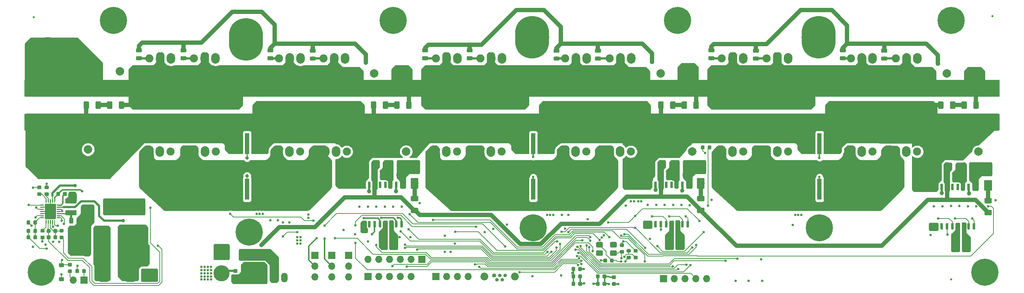
<source format=gbr>
G04 #@! TF.GenerationSoftware,KiCad,Pcbnew,(5.1.0)-1*
G04 #@! TF.CreationDate,2019-07-15T22:00:38+02:00*
G04 #@! TF.ProjectId,besc g2,62657363-2067-4322-9e6b-696361645f70,Init*
G04 #@! TF.SameCoordinates,Original*
G04 #@! TF.FileFunction,Copper,L4,Bot*
G04 #@! TF.FilePolarity,Positive*
%FSLAX46Y46*%
G04 Gerber Fmt 4.6, Leading zero omitted, Abs format (unit mm)*
G04 Created by KiCad (PCBNEW (5.1.0)-1) date 2019-07-15 22:00:38*
%MOMM*%
%LPD*%
G04 APERTURE LIST*
%ADD10C,1.500000*%
%ADD11O,8.000000X10.000000*%
%ADD12C,0.100000*%
%ADD13C,0.975000*%
%ADD14C,1.250000*%
%ADD15C,0.500000*%
%ADD16C,0.875000*%
%ADD17R,230.000000X4.000000*%
%ADD18R,3.375000X5.000000*%
%ADD19R,1.000000X5.000000*%
%ADD20C,1.300000*%
%ADD21C,1.905000*%
%ADD22O,2.000000X2.500000*%
%ADD23C,1.850000*%
%ADD24C,0.840000*%
%ADD25O,1.700000X1.700000*%
%ADD26R,1.700000X1.700000*%
%ADD27C,3.800000*%
%ADD28C,0.900000*%
%ADD29O,1.500000X2.300000*%
%ADD30R,1.500000X2.300000*%
%ADD31C,1.800000*%
%ADD32C,0.600000*%
%ADD33C,0.250000*%
%ADD34C,2.650000*%
%ADD35C,2.075000*%
%ADD36C,2.000000*%
%ADD37C,0.800000*%
%ADD38C,6.400000*%
%ADD39C,2.400000*%
%ADD40C,1.000000*%
%ADD41C,0.500000*%
%ADD42C,0.200000*%
%ADD43C,0.300000*%
%ADD44C,1.000000*%
%ADD45C,0.250000*%
%ADD46C,0.254000*%
G04 APERTURE END LIST*
D10*
X87300000Y-66150000D03*
X87650000Y-67400000D03*
X87300000Y-71650000D03*
X86050000Y-72400000D03*
X81800000Y-71650000D03*
X81450000Y-70400000D03*
X81800000Y-66150000D03*
X83050000Y-65400000D03*
X87650000Y-70400000D03*
X86050000Y-65400000D03*
X83050000Y-72400000D03*
X81450000Y-67400000D03*
X84550000Y-64900000D03*
X87800000Y-68900000D03*
X84550000Y-72900000D03*
X81300000Y-68900000D03*
D11*
X84550000Y-68900000D03*
D10*
X154800000Y-65650000D03*
X155150000Y-66900000D03*
X154800000Y-71150000D03*
X153550000Y-71900000D03*
X149300000Y-71150000D03*
X148950000Y-69900000D03*
X149300000Y-65650000D03*
X150550000Y-64900000D03*
X155150000Y-69900000D03*
X153550000Y-64900000D03*
X150550000Y-71900000D03*
X148950000Y-66900000D03*
X152050000Y-64400000D03*
X155300000Y-68400000D03*
X152050000Y-72400000D03*
X148800000Y-68400000D03*
D11*
X152050000Y-68400000D03*
D10*
X222300000Y-65650000D03*
X222650000Y-66900000D03*
X222300000Y-71150000D03*
X221050000Y-71900000D03*
X216800000Y-71150000D03*
X216450000Y-69900000D03*
X216800000Y-65650000D03*
X218050000Y-64900000D03*
X222650000Y-69900000D03*
X221050000Y-64900000D03*
X218050000Y-71900000D03*
X216450000Y-66900000D03*
X219550000Y-64400000D03*
X222800000Y-68400000D03*
X219550000Y-72400000D03*
X216300000Y-68400000D03*
D11*
X219550000Y-68400000D03*
D10*
X35050000Y-76150000D03*
X34700000Y-74900000D03*
X35050000Y-70650000D03*
X36300000Y-69900000D03*
X40550000Y-70650000D03*
X40900000Y-71900000D03*
X40550000Y-76150000D03*
X39300000Y-76900000D03*
X34700000Y-71900000D03*
X36300000Y-76900000D03*
X39300000Y-69900000D03*
X40900000Y-74900000D03*
X37800000Y-77400000D03*
X34550000Y-73400000D03*
X37800000Y-69400000D03*
X41050000Y-73400000D03*
D11*
X37800000Y-73400000D03*
D10*
X35050000Y-99150000D03*
X34700000Y-97900000D03*
X35050000Y-93650000D03*
X36300000Y-92900000D03*
X40550000Y-93650000D03*
X40900000Y-94900000D03*
X40550000Y-99150000D03*
X39300000Y-99900000D03*
X34700000Y-94900000D03*
X36300000Y-99900000D03*
X39300000Y-92900000D03*
X40900000Y-97900000D03*
X37800000Y-100400000D03*
X34550000Y-96400000D03*
X37800000Y-92400000D03*
X41050000Y-96400000D03*
D11*
X37800000Y-96400000D03*
D12*
G36*
X45480142Y-111001174D02*
G01*
X45503803Y-111004684D01*
X45527007Y-111010496D01*
X45549529Y-111018554D01*
X45571153Y-111028782D01*
X45591670Y-111041079D01*
X45610883Y-111055329D01*
X45628607Y-111071393D01*
X45644671Y-111089117D01*
X45658921Y-111108330D01*
X45671218Y-111128847D01*
X45681446Y-111150471D01*
X45689504Y-111172993D01*
X45695316Y-111196197D01*
X45698826Y-111219858D01*
X45700000Y-111243750D01*
X45700000Y-112156250D01*
X45698826Y-112180142D01*
X45695316Y-112203803D01*
X45689504Y-112227007D01*
X45681446Y-112249529D01*
X45671218Y-112271153D01*
X45658921Y-112291670D01*
X45644671Y-112310883D01*
X45628607Y-112328607D01*
X45610883Y-112344671D01*
X45591670Y-112358921D01*
X45571153Y-112371218D01*
X45549529Y-112381446D01*
X45527007Y-112389504D01*
X45503803Y-112395316D01*
X45480142Y-112398826D01*
X45456250Y-112400000D01*
X44968750Y-112400000D01*
X44944858Y-112398826D01*
X44921197Y-112395316D01*
X44897993Y-112389504D01*
X44875471Y-112381446D01*
X44853847Y-112371218D01*
X44833330Y-112358921D01*
X44814117Y-112344671D01*
X44796393Y-112328607D01*
X44780329Y-112310883D01*
X44766079Y-112291670D01*
X44753782Y-112271153D01*
X44743554Y-112249529D01*
X44735496Y-112227007D01*
X44729684Y-112203803D01*
X44726174Y-112180142D01*
X44725000Y-112156250D01*
X44725000Y-111243750D01*
X44726174Y-111219858D01*
X44729684Y-111196197D01*
X44735496Y-111172993D01*
X44743554Y-111150471D01*
X44753782Y-111128847D01*
X44766079Y-111108330D01*
X44780329Y-111089117D01*
X44796393Y-111071393D01*
X44814117Y-111055329D01*
X44833330Y-111041079D01*
X44853847Y-111028782D01*
X44875471Y-111018554D01*
X44897993Y-111010496D01*
X44921197Y-111004684D01*
X44944858Y-111001174D01*
X44968750Y-111000000D01*
X45456250Y-111000000D01*
X45480142Y-111001174D01*
X45480142Y-111001174D01*
G37*
D13*
X45212500Y-111700000D03*
D12*
G36*
X43605142Y-111001174D02*
G01*
X43628803Y-111004684D01*
X43652007Y-111010496D01*
X43674529Y-111018554D01*
X43696153Y-111028782D01*
X43716670Y-111041079D01*
X43735883Y-111055329D01*
X43753607Y-111071393D01*
X43769671Y-111089117D01*
X43783921Y-111108330D01*
X43796218Y-111128847D01*
X43806446Y-111150471D01*
X43814504Y-111172993D01*
X43820316Y-111196197D01*
X43823826Y-111219858D01*
X43825000Y-111243750D01*
X43825000Y-112156250D01*
X43823826Y-112180142D01*
X43820316Y-112203803D01*
X43814504Y-112227007D01*
X43806446Y-112249529D01*
X43796218Y-112271153D01*
X43783921Y-112291670D01*
X43769671Y-112310883D01*
X43753607Y-112328607D01*
X43735883Y-112344671D01*
X43716670Y-112358921D01*
X43696153Y-112371218D01*
X43674529Y-112381446D01*
X43652007Y-112389504D01*
X43628803Y-112395316D01*
X43605142Y-112398826D01*
X43581250Y-112400000D01*
X43093750Y-112400000D01*
X43069858Y-112398826D01*
X43046197Y-112395316D01*
X43022993Y-112389504D01*
X43000471Y-112381446D01*
X42978847Y-112371218D01*
X42958330Y-112358921D01*
X42939117Y-112344671D01*
X42921393Y-112328607D01*
X42905329Y-112310883D01*
X42891079Y-112291670D01*
X42878782Y-112271153D01*
X42868554Y-112249529D01*
X42860496Y-112227007D01*
X42854684Y-112203803D01*
X42851174Y-112180142D01*
X42850000Y-112156250D01*
X42850000Y-111243750D01*
X42851174Y-111219858D01*
X42854684Y-111196197D01*
X42860496Y-111172993D01*
X42868554Y-111150471D01*
X42878782Y-111128847D01*
X42891079Y-111108330D01*
X42905329Y-111089117D01*
X42921393Y-111071393D01*
X42939117Y-111055329D01*
X42958330Y-111041079D01*
X42978847Y-111028782D01*
X43000471Y-111018554D01*
X43022993Y-111010496D01*
X43046197Y-111004684D01*
X43069858Y-111001174D01*
X43093750Y-111000000D01*
X43581250Y-111000000D01*
X43605142Y-111001174D01*
X43605142Y-111001174D01*
G37*
D13*
X43337500Y-111700000D03*
D12*
G36*
X44399504Y-106426204D02*
G01*
X44423773Y-106429804D01*
X44447571Y-106435765D01*
X44470671Y-106444030D01*
X44492849Y-106454520D01*
X44513893Y-106467133D01*
X44533598Y-106481747D01*
X44551777Y-106498223D01*
X44568253Y-106516402D01*
X44582867Y-106536107D01*
X44595480Y-106557151D01*
X44605970Y-106579329D01*
X44614235Y-106602429D01*
X44620196Y-106626227D01*
X44623796Y-106650496D01*
X44625000Y-106675000D01*
X44625000Y-107425000D01*
X44623796Y-107449504D01*
X44620196Y-107473773D01*
X44614235Y-107497571D01*
X44605970Y-107520671D01*
X44595480Y-107542849D01*
X44582867Y-107563893D01*
X44568253Y-107583598D01*
X44551777Y-107601777D01*
X44533598Y-107618253D01*
X44513893Y-107632867D01*
X44492849Y-107645480D01*
X44470671Y-107655970D01*
X44447571Y-107664235D01*
X44423773Y-107670196D01*
X44399504Y-107673796D01*
X44375000Y-107675000D01*
X42225000Y-107675000D01*
X42200496Y-107673796D01*
X42176227Y-107670196D01*
X42152429Y-107664235D01*
X42129329Y-107655970D01*
X42107151Y-107645480D01*
X42086107Y-107632867D01*
X42066402Y-107618253D01*
X42048223Y-107601777D01*
X42031747Y-107583598D01*
X42017133Y-107563893D01*
X42004520Y-107542849D01*
X41994030Y-107520671D01*
X41985765Y-107497571D01*
X41979804Y-107473773D01*
X41976204Y-107449504D01*
X41975000Y-107425000D01*
X41975000Y-106675000D01*
X41976204Y-106650496D01*
X41979804Y-106626227D01*
X41985765Y-106602429D01*
X41994030Y-106579329D01*
X42004520Y-106557151D01*
X42017133Y-106536107D01*
X42031747Y-106516402D01*
X42048223Y-106498223D01*
X42066402Y-106481747D01*
X42086107Y-106467133D01*
X42107151Y-106454520D01*
X42129329Y-106444030D01*
X42152429Y-106435765D01*
X42176227Y-106429804D01*
X42200496Y-106426204D01*
X42225000Y-106425000D01*
X44375000Y-106425000D01*
X44399504Y-106426204D01*
X44399504Y-106426204D01*
G37*
D14*
X43300000Y-107050000D03*
D12*
G36*
X44399504Y-109226204D02*
G01*
X44423773Y-109229804D01*
X44447571Y-109235765D01*
X44470671Y-109244030D01*
X44492849Y-109254520D01*
X44513893Y-109267133D01*
X44533598Y-109281747D01*
X44551777Y-109298223D01*
X44568253Y-109316402D01*
X44582867Y-109336107D01*
X44595480Y-109357151D01*
X44605970Y-109379329D01*
X44614235Y-109402429D01*
X44620196Y-109426227D01*
X44623796Y-109450496D01*
X44625000Y-109475000D01*
X44625000Y-110225000D01*
X44623796Y-110249504D01*
X44620196Y-110273773D01*
X44614235Y-110297571D01*
X44605970Y-110320671D01*
X44595480Y-110342849D01*
X44582867Y-110363893D01*
X44568253Y-110383598D01*
X44551777Y-110401777D01*
X44533598Y-110418253D01*
X44513893Y-110432867D01*
X44492849Y-110445480D01*
X44470671Y-110455970D01*
X44447571Y-110464235D01*
X44423773Y-110470196D01*
X44399504Y-110473796D01*
X44375000Y-110475000D01*
X42225000Y-110475000D01*
X42200496Y-110473796D01*
X42176227Y-110470196D01*
X42152429Y-110464235D01*
X42129329Y-110455970D01*
X42107151Y-110445480D01*
X42086107Y-110432867D01*
X42066402Y-110418253D01*
X42048223Y-110401777D01*
X42031747Y-110383598D01*
X42017133Y-110363893D01*
X42004520Y-110342849D01*
X41994030Y-110320671D01*
X41985765Y-110297571D01*
X41979804Y-110273773D01*
X41976204Y-110249504D01*
X41975000Y-110225000D01*
X41975000Y-109475000D01*
X41976204Y-109450496D01*
X41979804Y-109426227D01*
X41985765Y-109402429D01*
X41994030Y-109379329D01*
X42004520Y-109357151D01*
X42017133Y-109336107D01*
X42031747Y-109316402D01*
X42048223Y-109298223D01*
X42066402Y-109281747D01*
X42086107Y-109267133D01*
X42107151Y-109254520D01*
X42129329Y-109244030D01*
X42152429Y-109235765D01*
X42176227Y-109229804D01*
X42200496Y-109226204D01*
X42225000Y-109225000D01*
X44375000Y-109225000D01*
X44399504Y-109226204D01*
X44399504Y-109226204D01*
G37*
D14*
X43300000Y-109850000D03*
D15*
X260550000Y-63400000D03*
X250800000Y-125650000D03*
X34550000Y-63650000D03*
D12*
G36*
X248252691Y-100926053D02*
G01*
X248273926Y-100929203D01*
X248294750Y-100934419D01*
X248314962Y-100941651D01*
X248334368Y-100950830D01*
X248352781Y-100961866D01*
X248370024Y-100974654D01*
X248385930Y-100989070D01*
X248400346Y-101004976D01*
X248413134Y-101022219D01*
X248424170Y-101040632D01*
X248433349Y-101060038D01*
X248440581Y-101080250D01*
X248445797Y-101101074D01*
X248448947Y-101122309D01*
X248450000Y-101143750D01*
X248450000Y-101656250D01*
X248448947Y-101677691D01*
X248445797Y-101698926D01*
X248440581Y-101719750D01*
X248433349Y-101739962D01*
X248424170Y-101759368D01*
X248413134Y-101777781D01*
X248400346Y-101795024D01*
X248385930Y-101810930D01*
X248370024Y-101825346D01*
X248352781Y-101838134D01*
X248334368Y-101849170D01*
X248314962Y-101858349D01*
X248294750Y-101865581D01*
X248273926Y-101870797D01*
X248252691Y-101873947D01*
X248231250Y-101875000D01*
X247793750Y-101875000D01*
X247772309Y-101873947D01*
X247751074Y-101870797D01*
X247730250Y-101865581D01*
X247710038Y-101858349D01*
X247690632Y-101849170D01*
X247672219Y-101838134D01*
X247654976Y-101825346D01*
X247639070Y-101810930D01*
X247624654Y-101795024D01*
X247611866Y-101777781D01*
X247600830Y-101759368D01*
X247591651Y-101739962D01*
X247584419Y-101719750D01*
X247579203Y-101698926D01*
X247576053Y-101677691D01*
X247575000Y-101656250D01*
X247575000Y-101143750D01*
X247576053Y-101122309D01*
X247579203Y-101101074D01*
X247584419Y-101080250D01*
X247591651Y-101060038D01*
X247600830Y-101040632D01*
X247611866Y-101022219D01*
X247624654Y-101004976D01*
X247639070Y-100989070D01*
X247654976Y-100974654D01*
X247672219Y-100961866D01*
X247690632Y-100950830D01*
X247710038Y-100941651D01*
X247730250Y-100934419D01*
X247751074Y-100929203D01*
X247772309Y-100926053D01*
X247793750Y-100925000D01*
X248231250Y-100925000D01*
X248252691Y-100926053D01*
X248252691Y-100926053D01*
G37*
D16*
X248012500Y-101400000D03*
D12*
G36*
X249827691Y-100926053D02*
G01*
X249848926Y-100929203D01*
X249869750Y-100934419D01*
X249889962Y-100941651D01*
X249909368Y-100950830D01*
X249927781Y-100961866D01*
X249945024Y-100974654D01*
X249960930Y-100989070D01*
X249975346Y-101004976D01*
X249988134Y-101022219D01*
X249999170Y-101040632D01*
X250008349Y-101060038D01*
X250015581Y-101080250D01*
X250020797Y-101101074D01*
X250023947Y-101122309D01*
X250025000Y-101143750D01*
X250025000Y-101656250D01*
X250023947Y-101677691D01*
X250020797Y-101698926D01*
X250015581Y-101719750D01*
X250008349Y-101739962D01*
X249999170Y-101759368D01*
X249988134Y-101777781D01*
X249975346Y-101795024D01*
X249960930Y-101810930D01*
X249945024Y-101825346D01*
X249927781Y-101838134D01*
X249909368Y-101849170D01*
X249889962Y-101858349D01*
X249869750Y-101865581D01*
X249848926Y-101870797D01*
X249827691Y-101873947D01*
X249806250Y-101875000D01*
X249368750Y-101875000D01*
X249347309Y-101873947D01*
X249326074Y-101870797D01*
X249305250Y-101865581D01*
X249285038Y-101858349D01*
X249265632Y-101849170D01*
X249247219Y-101838134D01*
X249229976Y-101825346D01*
X249214070Y-101810930D01*
X249199654Y-101795024D01*
X249186866Y-101777781D01*
X249175830Y-101759368D01*
X249166651Y-101739962D01*
X249159419Y-101719750D01*
X249154203Y-101698926D01*
X249151053Y-101677691D01*
X249150000Y-101656250D01*
X249150000Y-101143750D01*
X249151053Y-101122309D01*
X249154203Y-101101074D01*
X249159419Y-101080250D01*
X249166651Y-101060038D01*
X249175830Y-101040632D01*
X249186866Y-101022219D01*
X249199654Y-101004976D01*
X249214070Y-100989070D01*
X249229976Y-100974654D01*
X249247219Y-100961866D01*
X249265632Y-100950830D01*
X249285038Y-100941651D01*
X249305250Y-100934419D01*
X249326074Y-100929203D01*
X249347309Y-100926053D01*
X249368750Y-100925000D01*
X249806250Y-100925000D01*
X249827691Y-100926053D01*
X249827691Y-100926053D01*
G37*
D16*
X249587500Y-101400000D03*
D12*
G36*
X180752691Y-100426053D02*
G01*
X180773926Y-100429203D01*
X180794750Y-100434419D01*
X180814962Y-100441651D01*
X180834368Y-100450830D01*
X180852781Y-100461866D01*
X180870024Y-100474654D01*
X180885930Y-100489070D01*
X180900346Y-100504976D01*
X180913134Y-100522219D01*
X180924170Y-100540632D01*
X180933349Y-100560038D01*
X180940581Y-100580250D01*
X180945797Y-100601074D01*
X180948947Y-100622309D01*
X180950000Y-100643750D01*
X180950000Y-101156250D01*
X180948947Y-101177691D01*
X180945797Y-101198926D01*
X180940581Y-101219750D01*
X180933349Y-101239962D01*
X180924170Y-101259368D01*
X180913134Y-101277781D01*
X180900346Y-101295024D01*
X180885930Y-101310930D01*
X180870024Y-101325346D01*
X180852781Y-101338134D01*
X180834368Y-101349170D01*
X180814962Y-101358349D01*
X180794750Y-101365581D01*
X180773926Y-101370797D01*
X180752691Y-101373947D01*
X180731250Y-101375000D01*
X180293750Y-101375000D01*
X180272309Y-101373947D01*
X180251074Y-101370797D01*
X180230250Y-101365581D01*
X180210038Y-101358349D01*
X180190632Y-101349170D01*
X180172219Y-101338134D01*
X180154976Y-101325346D01*
X180139070Y-101310930D01*
X180124654Y-101295024D01*
X180111866Y-101277781D01*
X180100830Y-101259368D01*
X180091651Y-101239962D01*
X180084419Y-101219750D01*
X180079203Y-101198926D01*
X180076053Y-101177691D01*
X180075000Y-101156250D01*
X180075000Y-100643750D01*
X180076053Y-100622309D01*
X180079203Y-100601074D01*
X180084419Y-100580250D01*
X180091651Y-100560038D01*
X180100830Y-100540632D01*
X180111866Y-100522219D01*
X180124654Y-100504976D01*
X180139070Y-100489070D01*
X180154976Y-100474654D01*
X180172219Y-100461866D01*
X180190632Y-100450830D01*
X180210038Y-100441651D01*
X180230250Y-100434419D01*
X180251074Y-100429203D01*
X180272309Y-100426053D01*
X180293750Y-100425000D01*
X180731250Y-100425000D01*
X180752691Y-100426053D01*
X180752691Y-100426053D01*
G37*
D16*
X180512500Y-100900000D03*
D12*
G36*
X182327691Y-100426053D02*
G01*
X182348926Y-100429203D01*
X182369750Y-100434419D01*
X182389962Y-100441651D01*
X182409368Y-100450830D01*
X182427781Y-100461866D01*
X182445024Y-100474654D01*
X182460930Y-100489070D01*
X182475346Y-100504976D01*
X182488134Y-100522219D01*
X182499170Y-100540632D01*
X182508349Y-100560038D01*
X182515581Y-100580250D01*
X182520797Y-100601074D01*
X182523947Y-100622309D01*
X182525000Y-100643750D01*
X182525000Y-101156250D01*
X182523947Y-101177691D01*
X182520797Y-101198926D01*
X182515581Y-101219750D01*
X182508349Y-101239962D01*
X182499170Y-101259368D01*
X182488134Y-101277781D01*
X182475346Y-101295024D01*
X182460930Y-101310930D01*
X182445024Y-101325346D01*
X182427781Y-101338134D01*
X182409368Y-101349170D01*
X182389962Y-101358349D01*
X182369750Y-101365581D01*
X182348926Y-101370797D01*
X182327691Y-101373947D01*
X182306250Y-101375000D01*
X181868750Y-101375000D01*
X181847309Y-101373947D01*
X181826074Y-101370797D01*
X181805250Y-101365581D01*
X181785038Y-101358349D01*
X181765632Y-101349170D01*
X181747219Y-101338134D01*
X181729976Y-101325346D01*
X181714070Y-101310930D01*
X181699654Y-101295024D01*
X181686866Y-101277781D01*
X181675830Y-101259368D01*
X181666651Y-101239962D01*
X181659419Y-101219750D01*
X181654203Y-101198926D01*
X181651053Y-101177691D01*
X181650000Y-101156250D01*
X181650000Y-100643750D01*
X181651053Y-100622309D01*
X181654203Y-100601074D01*
X181659419Y-100580250D01*
X181666651Y-100560038D01*
X181675830Y-100540632D01*
X181686866Y-100522219D01*
X181699654Y-100504976D01*
X181714070Y-100489070D01*
X181729976Y-100474654D01*
X181747219Y-100461866D01*
X181765632Y-100450830D01*
X181785038Y-100441651D01*
X181805250Y-100434419D01*
X181826074Y-100429203D01*
X181847309Y-100426053D01*
X181868750Y-100425000D01*
X182306250Y-100425000D01*
X182327691Y-100426053D01*
X182327691Y-100426053D01*
G37*
D16*
X182087500Y-100900000D03*
D12*
G36*
X113252691Y-100426053D02*
G01*
X113273926Y-100429203D01*
X113294750Y-100434419D01*
X113314962Y-100441651D01*
X113334368Y-100450830D01*
X113352781Y-100461866D01*
X113370024Y-100474654D01*
X113385930Y-100489070D01*
X113400346Y-100504976D01*
X113413134Y-100522219D01*
X113424170Y-100540632D01*
X113433349Y-100560038D01*
X113440581Y-100580250D01*
X113445797Y-100601074D01*
X113448947Y-100622309D01*
X113450000Y-100643750D01*
X113450000Y-101156250D01*
X113448947Y-101177691D01*
X113445797Y-101198926D01*
X113440581Y-101219750D01*
X113433349Y-101239962D01*
X113424170Y-101259368D01*
X113413134Y-101277781D01*
X113400346Y-101295024D01*
X113385930Y-101310930D01*
X113370024Y-101325346D01*
X113352781Y-101338134D01*
X113334368Y-101349170D01*
X113314962Y-101358349D01*
X113294750Y-101365581D01*
X113273926Y-101370797D01*
X113252691Y-101373947D01*
X113231250Y-101375000D01*
X112793750Y-101375000D01*
X112772309Y-101373947D01*
X112751074Y-101370797D01*
X112730250Y-101365581D01*
X112710038Y-101358349D01*
X112690632Y-101349170D01*
X112672219Y-101338134D01*
X112654976Y-101325346D01*
X112639070Y-101310930D01*
X112624654Y-101295024D01*
X112611866Y-101277781D01*
X112600830Y-101259368D01*
X112591651Y-101239962D01*
X112584419Y-101219750D01*
X112579203Y-101198926D01*
X112576053Y-101177691D01*
X112575000Y-101156250D01*
X112575000Y-100643750D01*
X112576053Y-100622309D01*
X112579203Y-100601074D01*
X112584419Y-100580250D01*
X112591651Y-100560038D01*
X112600830Y-100540632D01*
X112611866Y-100522219D01*
X112624654Y-100504976D01*
X112639070Y-100489070D01*
X112654976Y-100474654D01*
X112672219Y-100461866D01*
X112690632Y-100450830D01*
X112710038Y-100441651D01*
X112730250Y-100434419D01*
X112751074Y-100429203D01*
X112772309Y-100426053D01*
X112793750Y-100425000D01*
X113231250Y-100425000D01*
X113252691Y-100426053D01*
X113252691Y-100426053D01*
G37*
D16*
X113012500Y-100900000D03*
D12*
G36*
X114827691Y-100426053D02*
G01*
X114848926Y-100429203D01*
X114869750Y-100434419D01*
X114889962Y-100441651D01*
X114909368Y-100450830D01*
X114927781Y-100461866D01*
X114945024Y-100474654D01*
X114960930Y-100489070D01*
X114975346Y-100504976D01*
X114988134Y-100522219D01*
X114999170Y-100540632D01*
X115008349Y-100560038D01*
X115015581Y-100580250D01*
X115020797Y-100601074D01*
X115023947Y-100622309D01*
X115025000Y-100643750D01*
X115025000Y-101156250D01*
X115023947Y-101177691D01*
X115020797Y-101198926D01*
X115015581Y-101219750D01*
X115008349Y-101239962D01*
X114999170Y-101259368D01*
X114988134Y-101277781D01*
X114975346Y-101295024D01*
X114960930Y-101310930D01*
X114945024Y-101325346D01*
X114927781Y-101338134D01*
X114909368Y-101349170D01*
X114889962Y-101358349D01*
X114869750Y-101365581D01*
X114848926Y-101370797D01*
X114827691Y-101373947D01*
X114806250Y-101375000D01*
X114368750Y-101375000D01*
X114347309Y-101373947D01*
X114326074Y-101370797D01*
X114305250Y-101365581D01*
X114285038Y-101358349D01*
X114265632Y-101349170D01*
X114247219Y-101338134D01*
X114229976Y-101325346D01*
X114214070Y-101310930D01*
X114199654Y-101295024D01*
X114186866Y-101277781D01*
X114175830Y-101259368D01*
X114166651Y-101239962D01*
X114159419Y-101219750D01*
X114154203Y-101198926D01*
X114151053Y-101177691D01*
X114150000Y-101156250D01*
X114150000Y-100643750D01*
X114151053Y-100622309D01*
X114154203Y-100601074D01*
X114159419Y-100580250D01*
X114166651Y-100560038D01*
X114175830Y-100540632D01*
X114186866Y-100522219D01*
X114199654Y-100504976D01*
X114214070Y-100489070D01*
X114229976Y-100474654D01*
X114247219Y-100461866D01*
X114265632Y-100450830D01*
X114285038Y-100441651D01*
X114305250Y-100434419D01*
X114326074Y-100429203D01*
X114347309Y-100426053D01*
X114368750Y-100425000D01*
X114806250Y-100425000D01*
X114827691Y-100426053D01*
X114827691Y-100426053D01*
G37*
D16*
X114587500Y-100900000D03*
D12*
G36*
X254252691Y-100926053D02*
G01*
X254273926Y-100929203D01*
X254294750Y-100934419D01*
X254314962Y-100941651D01*
X254334368Y-100950830D01*
X254352781Y-100961866D01*
X254370024Y-100974654D01*
X254385930Y-100989070D01*
X254400346Y-101004976D01*
X254413134Y-101022219D01*
X254424170Y-101040632D01*
X254433349Y-101060038D01*
X254440581Y-101080250D01*
X254445797Y-101101074D01*
X254448947Y-101122309D01*
X254450000Y-101143750D01*
X254450000Y-101656250D01*
X254448947Y-101677691D01*
X254445797Y-101698926D01*
X254440581Y-101719750D01*
X254433349Y-101739962D01*
X254424170Y-101759368D01*
X254413134Y-101777781D01*
X254400346Y-101795024D01*
X254385930Y-101810930D01*
X254370024Y-101825346D01*
X254352781Y-101838134D01*
X254334368Y-101849170D01*
X254314962Y-101858349D01*
X254294750Y-101865581D01*
X254273926Y-101870797D01*
X254252691Y-101873947D01*
X254231250Y-101875000D01*
X253793750Y-101875000D01*
X253772309Y-101873947D01*
X253751074Y-101870797D01*
X253730250Y-101865581D01*
X253710038Y-101858349D01*
X253690632Y-101849170D01*
X253672219Y-101838134D01*
X253654976Y-101825346D01*
X253639070Y-101810930D01*
X253624654Y-101795024D01*
X253611866Y-101777781D01*
X253600830Y-101759368D01*
X253591651Y-101739962D01*
X253584419Y-101719750D01*
X253579203Y-101698926D01*
X253576053Y-101677691D01*
X253575000Y-101656250D01*
X253575000Y-101143750D01*
X253576053Y-101122309D01*
X253579203Y-101101074D01*
X253584419Y-101080250D01*
X253591651Y-101060038D01*
X253600830Y-101040632D01*
X253611866Y-101022219D01*
X253624654Y-101004976D01*
X253639070Y-100989070D01*
X253654976Y-100974654D01*
X253672219Y-100961866D01*
X253690632Y-100950830D01*
X253710038Y-100941651D01*
X253730250Y-100934419D01*
X253751074Y-100929203D01*
X253772309Y-100926053D01*
X253793750Y-100925000D01*
X254231250Y-100925000D01*
X254252691Y-100926053D01*
X254252691Y-100926053D01*
G37*
D16*
X254012500Y-101400000D03*
D12*
G36*
X255827691Y-100926053D02*
G01*
X255848926Y-100929203D01*
X255869750Y-100934419D01*
X255889962Y-100941651D01*
X255909368Y-100950830D01*
X255927781Y-100961866D01*
X255945024Y-100974654D01*
X255960930Y-100989070D01*
X255975346Y-101004976D01*
X255988134Y-101022219D01*
X255999170Y-101040632D01*
X256008349Y-101060038D01*
X256015581Y-101080250D01*
X256020797Y-101101074D01*
X256023947Y-101122309D01*
X256025000Y-101143750D01*
X256025000Y-101656250D01*
X256023947Y-101677691D01*
X256020797Y-101698926D01*
X256015581Y-101719750D01*
X256008349Y-101739962D01*
X255999170Y-101759368D01*
X255988134Y-101777781D01*
X255975346Y-101795024D01*
X255960930Y-101810930D01*
X255945024Y-101825346D01*
X255927781Y-101838134D01*
X255909368Y-101849170D01*
X255889962Y-101858349D01*
X255869750Y-101865581D01*
X255848926Y-101870797D01*
X255827691Y-101873947D01*
X255806250Y-101875000D01*
X255368750Y-101875000D01*
X255347309Y-101873947D01*
X255326074Y-101870797D01*
X255305250Y-101865581D01*
X255285038Y-101858349D01*
X255265632Y-101849170D01*
X255247219Y-101838134D01*
X255229976Y-101825346D01*
X255214070Y-101810930D01*
X255199654Y-101795024D01*
X255186866Y-101777781D01*
X255175830Y-101759368D01*
X255166651Y-101739962D01*
X255159419Y-101719750D01*
X255154203Y-101698926D01*
X255151053Y-101677691D01*
X255150000Y-101656250D01*
X255150000Y-101143750D01*
X255151053Y-101122309D01*
X255154203Y-101101074D01*
X255159419Y-101080250D01*
X255166651Y-101060038D01*
X255175830Y-101040632D01*
X255186866Y-101022219D01*
X255199654Y-101004976D01*
X255214070Y-100989070D01*
X255229976Y-100974654D01*
X255247219Y-100961866D01*
X255265632Y-100950830D01*
X255285038Y-100941651D01*
X255305250Y-100934419D01*
X255326074Y-100929203D01*
X255347309Y-100926053D01*
X255368750Y-100925000D01*
X255806250Y-100925000D01*
X255827691Y-100926053D01*
X255827691Y-100926053D01*
G37*
D16*
X255587500Y-101400000D03*
D12*
G36*
X186602691Y-100426053D02*
G01*
X186623926Y-100429203D01*
X186644750Y-100434419D01*
X186664962Y-100441651D01*
X186684368Y-100450830D01*
X186702781Y-100461866D01*
X186720024Y-100474654D01*
X186735930Y-100489070D01*
X186750346Y-100504976D01*
X186763134Y-100522219D01*
X186774170Y-100540632D01*
X186783349Y-100560038D01*
X186790581Y-100580250D01*
X186795797Y-100601074D01*
X186798947Y-100622309D01*
X186800000Y-100643750D01*
X186800000Y-101156250D01*
X186798947Y-101177691D01*
X186795797Y-101198926D01*
X186790581Y-101219750D01*
X186783349Y-101239962D01*
X186774170Y-101259368D01*
X186763134Y-101277781D01*
X186750346Y-101295024D01*
X186735930Y-101310930D01*
X186720024Y-101325346D01*
X186702781Y-101338134D01*
X186684368Y-101349170D01*
X186664962Y-101358349D01*
X186644750Y-101365581D01*
X186623926Y-101370797D01*
X186602691Y-101373947D01*
X186581250Y-101375000D01*
X186143750Y-101375000D01*
X186122309Y-101373947D01*
X186101074Y-101370797D01*
X186080250Y-101365581D01*
X186060038Y-101358349D01*
X186040632Y-101349170D01*
X186022219Y-101338134D01*
X186004976Y-101325346D01*
X185989070Y-101310930D01*
X185974654Y-101295024D01*
X185961866Y-101277781D01*
X185950830Y-101259368D01*
X185941651Y-101239962D01*
X185934419Y-101219750D01*
X185929203Y-101198926D01*
X185926053Y-101177691D01*
X185925000Y-101156250D01*
X185925000Y-100643750D01*
X185926053Y-100622309D01*
X185929203Y-100601074D01*
X185934419Y-100580250D01*
X185941651Y-100560038D01*
X185950830Y-100540632D01*
X185961866Y-100522219D01*
X185974654Y-100504976D01*
X185989070Y-100489070D01*
X186004976Y-100474654D01*
X186022219Y-100461866D01*
X186040632Y-100450830D01*
X186060038Y-100441651D01*
X186080250Y-100434419D01*
X186101074Y-100429203D01*
X186122309Y-100426053D01*
X186143750Y-100425000D01*
X186581250Y-100425000D01*
X186602691Y-100426053D01*
X186602691Y-100426053D01*
G37*
D16*
X186362500Y-100900000D03*
D12*
G36*
X188177691Y-100426053D02*
G01*
X188198926Y-100429203D01*
X188219750Y-100434419D01*
X188239962Y-100441651D01*
X188259368Y-100450830D01*
X188277781Y-100461866D01*
X188295024Y-100474654D01*
X188310930Y-100489070D01*
X188325346Y-100504976D01*
X188338134Y-100522219D01*
X188349170Y-100540632D01*
X188358349Y-100560038D01*
X188365581Y-100580250D01*
X188370797Y-100601074D01*
X188373947Y-100622309D01*
X188375000Y-100643750D01*
X188375000Y-101156250D01*
X188373947Y-101177691D01*
X188370797Y-101198926D01*
X188365581Y-101219750D01*
X188358349Y-101239962D01*
X188349170Y-101259368D01*
X188338134Y-101277781D01*
X188325346Y-101295024D01*
X188310930Y-101310930D01*
X188295024Y-101325346D01*
X188277781Y-101338134D01*
X188259368Y-101349170D01*
X188239962Y-101358349D01*
X188219750Y-101365581D01*
X188198926Y-101370797D01*
X188177691Y-101373947D01*
X188156250Y-101375000D01*
X187718750Y-101375000D01*
X187697309Y-101373947D01*
X187676074Y-101370797D01*
X187655250Y-101365581D01*
X187635038Y-101358349D01*
X187615632Y-101349170D01*
X187597219Y-101338134D01*
X187579976Y-101325346D01*
X187564070Y-101310930D01*
X187549654Y-101295024D01*
X187536866Y-101277781D01*
X187525830Y-101259368D01*
X187516651Y-101239962D01*
X187509419Y-101219750D01*
X187504203Y-101198926D01*
X187501053Y-101177691D01*
X187500000Y-101156250D01*
X187500000Y-100643750D01*
X187501053Y-100622309D01*
X187504203Y-100601074D01*
X187509419Y-100580250D01*
X187516651Y-100560038D01*
X187525830Y-100540632D01*
X187536866Y-100522219D01*
X187549654Y-100504976D01*
X187564070Y-100489070D01*
X187579976Y-100474654D01*
X187597219Y-100461866D01*
X187615632Y-100450830D01*
X187635038Y-100441651D01*
X187655250Y-100434419D01*
X187676074Y-100429203D01*
X187697309Y-100426053D01*
X187718750Y-100425000D01*
X188156250Y-100425000D01*
X188177691Y-100426053D01*
X188177691Y-100426053D01*
G37*
D16*
X187937500Y-100900000D03*
D12*
G36*
X119152691Y-100426053D02*
G01*
X119173926Y-100429203D01*
X119194750Y-100434419D01*
X119214962Y-100441651D01*
X119234368Y-100450830D01*
X119252781Y-100461866D01*
X119270024Y-100474654D01*
X119285930Y-100489070D01*
X119300346Y-100504976D01*
X119313134Y-100522219D01*
X119324170Y-100540632D01*
X119333349Y-100560038D01*
X119340581Y-100580250D01*
X119345797Y-100601074D01*
X119348947Y-100622309D01*
X119350000Y-100643750D01*
X119350000Y-101156250D01*
X119348947Y-101177691D01*
X119345797Y-101198926D01*
X119340581Y-101219750D01*
X119333349Y-101239962D01*
X119324170Y-101259368D01*
X119313134Y-101277781D01*
X119300346Y-101295024D01*
X119285930Y-101310930D01*
X119270024Y-101325346D01*
X119252781Y-101338134D01*
X119234368Y-101349170D01*
X119214962Y-101358349D01*
X119194750Y-101365581D01*
X119173926Y-101370797D01*
X119152691Y-101373947D01*
X119131250Y-101375000D01*
X118693750Y-101375000D01*
X118672309Y-101373947D01*
X118651074Y-101370797D01*
X118630250Y-101365581D01*
X118610038Y-101358349D01*
X118590632Y-101349170D01*
X118572219Y-101338134D01*
X118554976Y-101325346D01*
X118539070Y-101310930D01*
X118524654Y-101295024D01*
X118511866Y-101277781D01*
X118500830Y-101259368D01*
X118491651Y-101239962D01*
X118484419Y-101219750D01*
X118479203Y-101198926D01*
X118476053Y-101177691D01*
X118475000Y-101156250D01*
X118475000Y-100643750D01*
X118476053Y-100622309D01*
X118479203Y-100601074D01*
X118484419Y-100580250D01*
X118491651Y-100560038D01*
X118500830Y-100540632D01*
X118511866Y-100522219D01*
X118524654Y-100504976D01*
X118539070Y-100489070D01*
X118554976Y-100474654D01*
X118572219Y-100461866D01*
X118590632Y-100450830D01*
X118610038Y-100441651D01*
X118630250Y-100434419D01*
X118651074Y-100429203D01*
X118672309Y-100426053D01*
X118693750Y-100425000D01*
X119131250Y-100425000D01*
X119152691Y-100426053D01*
X119152691Y-100426053D01*
G37*
D16*
X118912500Y-100900000D03*
D12*
G36*
X120727691Y-100426053D02*
G01*
X120748926Y-100429203D01*
X120769750Y-100434419D01*
X120789962Y-100441651D01*
X120809368Y-100450830D01*
X120827781Y-100461866D01*
X120845024Y-100474654D01*
X120860930Y-100489070D01*
X120875346Y-100504976D01*
X120888134Y-100522219D01*
X120899170Y-100540632D01*
X120908349Y-100560038D01*
X120915581Y-100580250D01*
X120920797Y-100601074D01*
X120923947Y-100622309D01*
X120925000Y-100643750D01*
X120925000Y-101156250D01*
X120923947Y-101177691D01*
X120920797Y-101198926D01*
X120915581Y-101219750D01*
X120908349Y-101239962D01*
X120899170Y-101259368D01*
X120888134Y-101277781D01*
X120875346Y-101295024D01*
X120860930Y-101310930D01*
X120845024Y-101325346D01*
X120827781Y-101338134D01*
X120809368Y-101349170D01*
X120789962Y-101358349D01*
X120769750Y-101365581D01*
X120748926Y-101370797D01*
X120727691Y-101373947D01*
X120706250Y-101375000D01*
X120268750Y-101375000D01*
X120247309Y-101373947D01*
X120226074Y-101370797D01*
X120205250Y-101365581D01*
X120185038Y-101358349D01*
X120165632Y-101349170D01*
X120147219Y-101338134D01*
X120129976Y-101325346D01*
X120114070Y-101310930D01*
X120099654Y-101295024D01*
X120086866Y-101277781D01*
X120075830Y-101259368D01*
X120066651Y-101239962D01*
X120059419Y-101219750D01*
X120054203Y-101198926D01*
X120051053Y-101177691D01*
X120050000Y-101156250D01*
X120050000Y-100643750D01*
X120051053Y-100622309D01*
X120054203Y-100601074D01*
X120059419Y-100580250D01*
X120066651Y-100560038D01*
X120075830Y-100540632D01*
X120086866Y-100522219D01*
X120099654Y-100504976D01*
X120114070Y-100489070D01*
X120129976Y-100474654D01*
X120147219Y-100461866D01*
X120165632Y-100450830D01*
X120185038Y-100441651D01*
X120205250Y-100434419D01*
X120226074Y-100429203D01*
X120247309Y-100426053D01*
X120268750Y-100425000D01*
X120706250Y-100425000D01*
X120727691Y-100426053D01*
X120727691Y-100426053D01*
G37*
D16*
X120487500Y-100900000D03*
D12*
G36*
X252380142Y-117201174D02*
G01*
X252403803Y-117204684D01*
X252427007Y-117210496D01*
X252449529Y-117218554D01*
X252471153Y-117228782D01*
X252491670Y-117241079D01*
X252510883Y-117255329D01*
X252528607Y-117271393D01*
X252544671Y-117289117D01*
X252558921Y-117308330D01*
X252571218Y-117328847D01*
X252581446Y-117350471D01*
X252589504Y-117372993D01*
X252595316Y-117396197D01*
X252598826Y-117419858D01*
X252600000Y-117443750D01*
X252600000Y-118356250D01*
X252598826Y-118380142D01*
X252595316Y-118403803D01*
X252589504Y-118427007D01*
X252581446Y-118449529D01*
X252571218Y-118471153D01*
X252558921Y-118491670D01*
X252544671Y-118510883D01*
X252528607Y-118528607D01*
X252510883Y-118544671D01*
X252491670Y-118558921D01*
X252471153Y-118571218D01*
X252449529Y-118581446D01*
X252427007Y-118589504D01*
X252403803Y-118595316D01*
X252380142Y-118598826D01*
X252356250Y-118600000D01*
X251868750Y-118600000D01*
X251844858Y-118598826D01*
X251821197Y-118595316D01*
X251797993Y-118589504D01*
X251775471Y-118581446D01*
X251753847Y-118571218D01*
X251733330Y-118558921D01*
X251714117Y-118544671D01*
X251696393Y-118528607D01*
X251680329Y-118510883D01*
X251666079Y-118491670D01*
X251653782Y-118471153D01*
X251643554Y-118449529D01*
X251635496Y-118427007D01*
X251629684Y-118403803D01*
X251626174Y-118380142D01*
X251625000Y-118356250D01*
X251625000Y-117443750D01*
X251626174Y-117419858D01*
X251629684Y-117396197D01*
X251635496Y-117372993D01*
X251643554Y-117350471D01*
X251653782Y-117328847D01*
X251666079Y-117308330D01*
X251680329Y-117289117D01*
X251696393Y-117271393D01*
X251714117Y-117255329D01*
X251733330Y-117241079D01*
X251753847Y-117228782D01*
X251775471Y-117218554D01*
X251797993Y-117210496D01*
X251821197Y-117204684D01*
X251844858Y-117201174D01*
X251868750Y-117200000D01*
X252356250Y-117200000D01*
X252380142Y-117201174D01*
X252380142Y-117201174D01*
G37*
D13*
X252112500Y-117900000D03*
D12*
G36*
X254255142Y-117201174D02*
G01*
X254278803Y-117204684D01*
X254302007Y-117210496D01*
X254324529Y-117218554D01*
X254346153Y-117228782D01*
X254366670Y-117241079D01*
X254385883Y-117255329D01*
X254403607Y-117271393D01*
X254419671Y-117289117D01*
X254433921Y-117308330D01*
X254446218Y-117328847D01*
X254456446Y-117350471D01*
X254464504Y-117372993D01*
X254470316Y-117396197D01*
X254473826Y-117419858D01*
X254475000Y-117443750D01*
X254475000Y-118356250D01*
X254473826Y-118380142D01*
X254470316Y-118403803D01*
X254464504Y-118427007D01*
X254456446Y-118449529D01*
X254446218Y-118471153D01*
X254433921Y-118491670D01*
X254419671Y-118510883D01*
X254403607Y-118528607D01*
X254385883Y-118544671D01*
X254366670Y-118558921D01*
X254346153Y-118571218D01*
X254324529Y-118581446D01*
X254302007Y-118589504D01*
X254278803Y-118595316D01*
X254255142Y-118598826D01*
X254231250Y-118600000D01*
X253743750Y-118600000D01*
X253719858Y-118598826D01*
X253696197Y-118595316D01*
X253672993Y-118589504D01*
X253650471Y-118581446D01*
X253628847Y-118571218D01*
X253608330Y-118558921D01*
X253589117Y-118544671D01*
X253571393Y-118528607D01*
X253555329Y-118510883D01*
X253541079Y-118491670D01*
X253528782Y-118471153D01*
X253518554Y-118449529D01*
X253510496Y-118427007D01*
X253504684Y-118403803D01*
X253501174Y-118380142D01*
X253500000Y-118356250D01*
X253500000Y-117443750D01*
X253501174Y-117419858D01*
X253504684Y-117396197D01*
X253510496Y-117372993D01*
X253518554Y-117350471D01*
X253528782Y-117328847D01*
X253541079Y-117308330D01*
X253555329Y-117289117D01*
X253571393Y-117271393D01*
X253589117Y-117255329D01*
X253608330Y-117241079D01*
X253628847Y-117228782D01*
X253650471Y-117218554D01*
X253672993Y-117210496D01*
X253696197Y-117204684D01*
X253719858Y-117201174D01*
X253743750Y-117200000D01*
X254231250Y-117200000D01*
X254255142Y-117201174D01*
X254255142Y-117201174D01*
G37*
D13*
X253987500Y-117900000D03*
D12*
G36*
X184880142Y-116451174D02*
G01*
X184903803Y-116454684D01*
X184927007Y-116460496D01*
X184949529Y-116468554D01*
X184971153Y-116478782D01*
X184991670Y-116491079D01*
X185010883Y-116505329D01*
X185028607Y-116521393D01*
X185044671Y-116539117D01*
X185058921Y-116558330D01*
X185071218Y-116578847D01*
X185081446Y-116600471D01*
X185089504Y-116622993D01*
X185095316Y-116646197D01*
X185098826Y-116669858D01*
X185100000Y-116693750D01*
X185100000Y-117606250D01*
X185098826Y-117630142D01*
X185095316Y-117653803D01*
X185089504Y-117677007D01*
X185081446Y-117699529D01*
X185071218Y-117721153D01*
X185058921Y-117741670D01*
X185044671Y-117760883D01*
X185028607Y-117778607D01*
X185010883Y-117794671D01*
X184991670Y-117808921D01*
X184971153Y-117821218D01*
X184949529Y-117831446D01*
X184927007Y-117839504D01*
X184903803Y-117845316D01*
X184880142Y-117848826D01*
X184856250Y-117850000D01*
X184368750Y-117850000D01*
X184344858Y-117848826D01*
X184321197Y-117845316D01*
X184297993Y-117839504D01*
X184275471Y-117831446D01*
X184253847Y-117821218D01*
X184233330Y-117808921D01*
X184214117Y-117794671D01*
X184196393Y-117778607D01*
X184180329Y-117760883D01*
X184166079Y-117741670D01*
X184153782Y-117721153D01*
X184143554Y-117699529D01*
X184135496Y-117677007D01*
X184129684Y-117653803D01*
X184126174Y-117630142D01*
X184125000Y-117606250D01*
X184125000Y-116693750D01*
X184126174Y-116669858D01*
X184129684Y-116646197D01*
X184135496Y-116622993D01*
X184143554Y-116600471D01*
X184153782Y-116578847D01*
X184166079Y-116558330D01*
X184180329Y-116539117D01*
X184196393Y-116521393D01*
X184214117Y-116505329D01*
X184233330Y-116491079D01*
X184253847Y-116478782D01*
X184275471Y-116468554D01*
X184297993Y-116460496D01*
X184321197Y-116454684D01*
X184344858Y-116451174D01*
X184368750Y-116450000D01*
X184856250Y-116450000D01*
X184880142Y-116451174D01*
X184880142Y-116451174D01*
G37*
D13*
X184612500Y-117150000D03*
D12*
G36*
X186755142Y-116451174D02*
G01*
X186778803Y-116454684D01*
X186802007Y-116460496D01*
X186824529Y-116468554D01*
X186846153Y-116478782D01*
X186866670Y-116491079D01*
X186885883Y-116505329D01*
X186903607Y-116521393D01*
X186919671Y-116539117D01*
X186933921Y-116558330D01*
X186946218Y-116578847D01*
X186956446Y-116600471D01*
X186964504Y-116622993D01*
X186970316Y-116646197D01*
X186973826Y-116669858D01*
X186975000Y-116693750D01*
X186975000Y-117606250D01*
X186973826Y-117630142D01*
X186970316Y-117653803D01*
X186964504Y-117677007D01*
X186956446Y-117699529D01*
X186946218Y-117721153D01*
X186933921Y-117741670D01*
X186919671Y-117760883D01*
X186903607Y-117778607D01*
X186885883Y-117794671D01*
X186866670Y-117808921D01*
X186846153Y-117821218D01*
X186824529Y-117831446D01*
X186802007Y-117839504D01*
X186778803Y-117845316D01*
X186755142Y-117848826D01*
X186731250Y-117850000D01*
X186243750Y-117850000D01*
X186219858Y-117848826D01*
X186196197Y-117845316D01*
X186172993Y-117839504D01*
X186150471Y-117831446D01*
X186128847Y-117821218D01*
X186108330Y-117808921D01*
X186089117Y-117794671D01*
X186071393Y-117778607D01*
X186055329Y-117760883D01*
X186041079Y-117741670D01*
X186028782Y-117721153D01*
X186018554Y-117699529D01*
X186010496Y-117677007D01*
X186004684Y-117653803D01*
X186001174Y-117630142D01*
X186000000Y-117606250D01*
X186000000Y-116693750D01*
X186001174Y-116669858D01*
X186004684Y-116646197D01*
X186010496Y-116622993D01*
X186018554Y-116600471D01*
X186028782Y-116578847D01*
X186041079Y-116558330D01*
X186055329Y-116539117D01*
X186071393Y-116521393D01*
X186089117Y-116505329D01*
X186108330Y-116491079D01*
X186128847Y-116478782D01*
X186150471Y-116468554D01*
X186172993Y-116460496D01*
X186196197Y-116454684D01*
X186219858Y-116451174D01*
X186243750Y-116450000D01*
X186731250Y-116450000D01*
X186755142Y-116451174D01*
X186755142Y-116451174D01*
G37*
D13*
X186487500Y-117150000D03*
D12*
G36*
X117380142Y-116951174D02*
G01*
X117403803Y-116954684D01*
X117427007Y-116960496D01*
X117449529Y-116968554D01*
X117471153Y-116978782D01*
X117491670Y-116991079D01*
X117510883Y-117005329D01*
X117528607Y-117021393D01*
X117544671Y-117039117D01*
X117558921Y-117058330D01*
X117571218Y-117078847D01*
X117581446Y-117100471D01*
X117589504Y-117122993D01*
X117595316Y-117146197D01*
X117598826Y-117169858D01*
X117600000Y-117193750D01*
X117600000Y-118106250D01*
X117598826Y-118130142D01*
X117595316Y-118153803D01*
X117589504Y-118177007D01*
X117581446Y-118199529D01*
X117571218Y-118221153D01*
X117558921Y-118241670D01*
X117544671Y-118260883D01*
X117528607Y-118278607D01*
X117510883Y-118294671D01*
X117491670Y-118308921D01*
X117471153Y-118321218D01*
X117449529Y-118331446D01*
X117427007Y-118339504D01*
X117403803Y-118345316D01*
X117380142Y-118348826D01*
X117356250Y-118350000D01*
X116868750Y-118350000D01*
X116844858Y-118348826D01*
X116821197Y-118345316D01*
X116797993Y-118339504D01*
X116775471Y-118331446D01*
X116753847Y-118321218D01*
X116733330Y-118308921D01*
X116714117Y-118294671D01*
X116696393Y-118278607D01*
X116680329Y-118260883D01*
X116666079Y-118241670D01*
X116653782Y-118221153D01*
X116643554Y-118199529D01*
X116635496Y-118177007D01*
X116629684Y-118153803D01*
X116626174Y-118130142D01*
X116625000Y-118106250D01*
X116625000Y-117193750D01*
X116626174Y-117169858D01*
X116629684Y-117146197D01*
X116635496Y-117122993D01*
X116643554Y-117100471D01*
X116653782Y-117078847D01*
X116666079Y-117058330D01*
X116680329Y-117039117D01*
X116696393Y-117021393D01*
X116714117Y-117005329D01*
X116733330Y-116991079D01*
X116753847Y-116978782D01*
X116775471Y-116968554D01*
X116797993Y-116960496D01*
X116821197Y-116954684D01*
X116844858Y-116951174D01*
X116868750Y-116950000D01*
X117356250Y-116950000D01*
X117380142Y-116951174D01*
X117380142Y-116951174D01*
G37*
D13*
X117112500Y-117650000D03*
D12*
G36*
X119255142Y-116951174D02*
G01*
X119278803Y-116954684D01*
X119302007Y-116960496D01*
X119324529Y-116968554D01*
X119346153Y-116978782D01*
X119366670Y-116991079D01*
X119385883Y-117005329D01*
X119403607Y-117021393D01*
X119419671Y-117039117D01*
X119433921Y-117058330D01*
X119446218Y-117078847D01*
X119456446Y-117100471D01*
X119464504Y-117122993D01*
X119470316Y-117146197D01*
X119473826Y-117169858D01*
X119475000Y-117193750D01*
X119475000Y-118106250D01*
X119473826Y-118130142D01*
X119470316Y-118153803D01*
X119464504Y-118177007D01*
X119456446Y-118199529D01*
X119446218Y-118221153D01*
X119433921Y-118241670D01*
X119419671Y-118260883D01*
X119403607Y-118278607D01*
X119385883Y-118294671D01*
X119366670Y-118308921D01*
X119346153Y-118321218D01*
X119324529Y-118331446D01*
X119302007Y-118339504D01*
X119278803Y-118345316D01*
X119255142Y-118348826D01*
X119231250Y-118350000D01*
X118743750Y-118350000D01*
X118719858Y-118348826D01*
X118696197Y-118345316D01*
X118672993Y-118339504D01*
X118650471Y-118331446D01*
X118628847Y-118321218D01*
X118608330Y-118308921D01*
X118589117Y-118294671D01*
X118571393Y-118278607D01*
X118555329Y-118260883D01*
X118541079Y-118241670D01*
X118528782Y-118221153D01*
X118518554Y-118199529D01*
X118510496Y-118177007D01*
X118504684Y-118153803D01*
X118501174Y-118130142D01*
X118500000Y-118106250D01*
X118500000Y-117193750D01*
X118501174Y-117169858D01*
X118504684Y-117146197D01*
X118510496Y-117122993D01*
X118518554Y-117100471D01*
X118528782Y-117078847D01*
X118541079Y-117058330D01*
X118555329Y-117039117D01*
X118571393Y-117021393D01*
X118589117Y-117005329D01*
X118608330Y-116991079D01*
X118628847Y-116978782D01*
X118650471Y-116968554D01*
X118672993Y-116960496D01*
X118696197Y-116954684D01*
X118719858Y-116951174D01*
X118743750Y-116950000D01*
X119231250Y-116950000D01*
X119255142Y-116951174D01*
X119255142Y-116951174D01*
G37*
D13*
X118987500Y-117650000D03*
D12*
G36*
X185002691Y-114426053D02*
G01*
X185023926Y-114429203D01*
X185044750Y-114434419D01*
X185064962Y-114441651D01*
X185084368Y-114450830D01*
X185102781Y-114461866D01*
X185120024Y-114474654D01*
X185135930Y-114489070D01*
X185150346Y-114504976D01*
X185163134Y-114522219D01*
X185174170Y-114540632D01*
X185183349Y-114560038D01*
X185190581Y-114580250D01*
X185195797Y-114601074D01*
X185198947Y-114622309D01*
X185200000Y-114643750D01*
X185200000Y-115156250D01*
X185198947Y-115177691D01*
X185195797Y-115198926D01*
X185190581Y-115219750D01*
X185183349Y-115239962D01*
X185174170Y-115259368D01*
X185163134Y-115277781D01*
X185150346Y-115295024D01*
X185135930Y-115310930D01*
X185120024Y-115325346D01*
X185102781Y-115338134D01*
X185084368Y-115349170D01*
X185064962Y-115358349D01*
X185044750Y-115365581D01*
X185023926Y-115370797D01*
X185002691Y-115373947D01*
X184981250Y-115375000D01*
X184543750Y-115375000D01*
X184522309Y-115373947D01*
X184501074Y-115370797D01*
X184480250Y-115365581D01*
X184460038Y-115358349D01*
X184440632Y-115349170D01*
X184422219Y-115338134D01*
X184404976Y-115325346D01*
X184389070Y-115310930D01*
X184374654Y-115295024D01*
X184361866Y-115277781D01*
X184350830Y-115259368D01*
X184341651Y-115239962D01*
X184334419Y-115219750D01*
X184329203Y-115198926D01*
X184326053Y-115177691D01*
X184325000Y-115156250D01*
X184325000Y-114643750D01*
X184326053Y-114622309D01*
X184329203Y-114601074D01*
X184334419Y-114580250D01*
X184341651Y-114560038D01*
X184350830Y-114540632D01*
X184361866Y-114522219D01*
X184374654Y-114504976D01*
X184389070Y-114489070D01*
X184404976Y-114474654D01*
X184422219Y-114461866D01*
X184440632Y-114450830D01*
X184460038Y-114441651D01*
X184480250Y-114434419D01*
X184501074Y-114429203D01*
X184522309Y-114426053D01*
X184543750Y-114425000D01*
X184981250Y-114425000D01*
X185002691Y-114426053D01*
X185002691Y-114426053D01*
G37*
D16*
X184762500Y-114900000D03*
D12*
G36*
X186577691Y-114426053D02*
G01*
X186598926Y-114429203D01*
X186619750Y-114434419D01*
X186639962Y-114441651D01*
X186659368Y-114450830D01*
X186677781Y-114461866D01*
X186695024Y-114474654D01*
X186710930Y-114489070D01*
X186725346Y-114504976D01*
X186738134Y-114522219D01*
X186749170Y-114540632D01*
X186758349Y-114560038D01*
X186765581Y-114580250D01*
X186770797Y-114601074D01*
X186773947Y-114622309D01*
X186775000Y-114643750D01*
X186775000Y-115156250D01*
X186773947Y-115177691D01*
X186770797Y-115198926D01*
X186765581Y-115219750D01*
X186758349Y-115239962D01*
X186749170Y-115259368D01*
X186738134Y-115277781D01*
X186725346Y-115295024D01*
X186710930Y-115310930D01*
X186695024Y-115325346D01*
X186677781Y-115338134D01*
X186659368Y-115349170D01*
X186639962Y-115358349D01*
X186619750Y-115365581D01*
X186598926Y-115370797D01*
X186577691Y-115373947D01*
X186556250Y-115375000D01*
X186118750Y-115375000D01*
X186097309Y-115373947D01*
X186076074Y-115370797D01*
X186055250Y-115365581D01*
X186035038Y-115358349D01*
X186015632Y-115349170D01*
X185997219Y-115338134D01*
X185979976Y-115325346D01*
X185964070Y-115310930D01*
X185949654Y-115295024D01*
X185936866Y-115277781D01*
X185925830Y-115259368D01*
X185916651Y-115239962D01*
X185909419Y-115219750D01*
X185904203Y-115198926D01*
X185901053Y-115177691D01*
X185900000Y-115156250D01*
X185900000Y-114643750D01*
X185901053Y-114622309D01*
X185904203Y-114601074D01*
X185909419Y-114580250D01*
X185916651Y-114560038D01*
X185925830Y-114540632D01*
X185936866Y-114522219D01*
X185949654Y-114504976D01*
X185964070Y-114489070D01*
X185979976Y-114474654D01*
X185997219Y-114461866D01*
X186015632Y-114450830D01*
X186035038Y-114441651D01*
X186055250Y-114434419D01*
X186076074Y-114429203D01*
X186097309Y-114426053D01*
X186118750Y-114425000D01*
X186556250Y-114425000D01*
X186577691Y-114426053D01*
X186577691Y-114426053D01*
G37*
D16*
X186337500Y-114900000D03*
D12*
G36*
X252502691Y-115176053D02*
G01*
X252523926Y-115179203D01*
X252544750Y-115184419D01*
X252564962Y-115191651D01*
X252584368Y-115200830D01*
X252602781Y-115211866D01*
X252620024Y-115224654D01*
X252635930Y-115239070D01*
X252650346Y-115254976D01*
X252663134Y-115272219D01*
X252674170Y-115290632D01*
X252683349Y-115310038D01*
X252690581Y-115330250D01*
X252695797Y-115351074D01*
X252698947Y-115372309D01*
X252700000Y-115393750D01*
X252700000Y-115906250D01*
X252698947Y-115927691D01*
X252695797Y-115948926D01*
X252690581Y-115969750D01*
X252683349Y-115989962D01*
X252674170Y-116009368D01*
X252663134Y-116027781D01*
X252650346Y-116045024D01*
X252635930Y-116060930D01*
X252620024Y-116075346D01*
X252602781Y-116088134D01*
X252584368Y-116099170D01*
X252564962Y-116108349D01*
X252544750Y-116115581D01*
X252523926Y-116120797D01*
X252502691Y-116123947D01*
X252481250Y-116125000D01*
X252043750Y-116125000D01*
X252022309Y-116123947D01*
X252001074Y-116120797D01*
X251980250Y-116115581D01*
X251960038Y-116108349D01*
X251940632Y-116099170D01*
X251922219Y-116088134D01*
X251904976Y-116075346D01*
X251889070Y-116060930D01*
X251874654Y-116045024D01*
X251861866Y-116027781D01*
X251850830Y-116009368D01*
X251841651Y-115989962D01*
X251834419Y-115969750D01*
X251829203Y-115948926D01*
X251826053Y-115927691D01*
X251825000Y-115906250D01*
X251825000Y-115393750D01*
X251826053Y-115372309D01*
X251829203Y-115351074D01*
X251834419Y-115330250D01*
X251841651Y-115310038D01*
X251850830Y-115290632D01*
X251861866Y-115272219D01*
X251874654Y-115254976D01*
X251889070Y-115239070D01*
X251904976Y-115224654D01*
X251922219Y-115211866D01*
X251940632Y-115200830D01*
X251960038Y-115191651D01*
X251980250Y-115184419D01*
X252001074Y-115179203D01*
X252022309Y-115176053D01*
X252043750Y-115175000D01*
X252481250Y-115175000D01*
X252502691Y-115176053D01*
X252502691Y-115176053D01*
G37*
D16*
X252262500Y-115650000D03*
D12*
G36*
X254077691Y-115176053D02*
G01*
X254098926Y-115179203D01*
X254119750Y-115184419D01*
X254139962Y-115191651D01*
X254159368Y-115200830D01*
X254177781Y-115211866D01*
X254195024Y-115224654D01*
X254210930Y-115239070D01*
X254225346Y-115254976D01*
X254238134Y-115272219D01*
X254249170Y-115290632D01*
X254258349Y-115310038D01*
X254265581Y-115330250D01*
X254270797Y-115351074D01*
X254273947Y-115372309D01*
X254275000Y-115393750D01*
X254275000Y-115906250D01*
X254273947Y-115927691D01*
X254270797Y-115948926D01*
X254265581Y-115969750D01*
X254258349Y-115989962D01*
X254249170Y-116009368D01*
X254238134Y-116027781D01*
X254225346Y-116045024D01*
X254210930Y-116060930D01*
X254195024Y-116075346D01*
X254177781Y-116088134D01*
X254159368Y-116099170D01*
X254139962Y-116108349D01*
X254119750Y-116115581D01*
X254098926Y-116120797D01*
X254077691Y-116123947D01*
X254056250Y-116125000D01*
X253618750Y-116125000D01*
X253597309Y-116123947D01*
X253576074Y-116120797D01*
X253555250Y-116115581D01*
X253535038Y-116108349D01*
X253515632Y-116099170D01*
X253497219Y-116088134D01*
X253479976Y-116075346D01*
X253464070Y-116060930D01*
X253449654Y-116045024D01*
X253436866Y-116027781D01*
X253425830Y-116009368D01*
X253416651Y-115989962D01*
X253409419Y-115969750D01*
X253404203Y-115948926D01*
X253401053Y-115927691D01*
X253400000Y-115906250D01*
X253400000Y-115393750D01*
X253401053Y-115372309D01*
X253404203Y-115351074D01*
X253409419Y-115330250D01*
X253416651Y-115310038D01*
X253425830Y-115290632D01*
X253436866Y-115272219D01*
X253449654Y-115254976D01*
X253464070Y-115239070D01*
X253479976Y-115224654D01*
X253497219Y-115211866D01*
X253515632Y-115200830D01*
X253535038Y-115191651D01*
X253555250Y-115184419D01*
X253576074Y-115179203D01*
X253597309Y-115176053D01*
X253618750Y-115175000D01*
X254056250Y-115175000D01*
X254077691Y-115176053D01*
X254077691Y-115176053D01*
G37*
D16*
X253837500Y-115650000D03*
D12*
G36*
X117502691Y-114676053D02*
G01*
X117523926Y-114679203D01*
X117544750Y-114684419D01*
X117564962Y-114691651D01*
X117584368Y-114700830D01*
X117602781Y-114711866D01*
X117620024Y-114724654D01*
X117635930Y-114739070D01*
X117650346Y-114754976D01*
X117663134Y-114772219D01*
X117674170Y-114790632D01*
X117683349Y-114810038D01*
X117690581Y-114830250D01*
X117695797Y-114851074D01*
X117698947Y-114872309D01*
X117700000Y-114893750D01*
X117700000Y-115406250D01*
X117698947Y-115427691D01*
X117695797Y-115448926D01*
X117690581Y-115469750D01*
X117683349Y-115489962D01*
X117674170Y-115509368D01*
X117663134Y-115527781D01*
X117650346Y-115545024D01*
X117635930Y-115560930D01*
X117620024Y-115575346D01*
X117602781Y-115588134D01*
X117584368Y-115599170D01*
X117564962Y-115608349D01*
X117544750Y-115615581D01*
X117523926Y-115620797D01*
X117502691Y-115623947D01*
X117481250Y-115625000D01*
X117043750Y-115625000D01*
X117022309Y-115623947D01*
X117001074Y-115620797D01*
X116980250Y-115615581D01*
X116960038Y-115608349D01*
X116940632Y-115599170D01*
X116922219Y-115588134D01*
X116904976Y-115575346D01*
X116889070Y-115560930D01*
X116874654Y-115545024D01*
X116861866Y-115527781D01*
X116850830Y-115509368D01*
X116841651Y-115489962D01*
X116834419Y-115469750D01*
X116829203Y-115448926D01*
X116826053Y-115427691D01*
X116825000Y-115406250D01*
X116825000Y-114893750D01*
X116826053Y-114872309D01*
X116829203Y-114851074D01*
X116834419Y-114830250D01*
X116841651Y-114810038D01*
X116850830Y-114790632D01*
X116861866Y-114772219D01*
X116874654Y-114754976D01*
X116889070Y-114739070D01*
X116904976Y-114724654D01*
X116922219Y-114711866D01*
X116940632Y-114700830D01*
X116960038Y-114691651D01*
X116980250Y-114684419D01*
X117001074Y-114679203D01*
X117022309Y-114676053D01*
X117043750Y-114675000D01*
X117481250Y-114675000D01*
X117502691Y-114676053D01*
X117502691Y-114676053D01*
G37*
D16*
X117262500Y-115150000D03*
D12*
G36*
X119077691Y-114676053D02*
G01*
X119098926Y-114679203D01*
X119119750Y-114684419D01*
X119139962Y-114691651D01*
X119159368Y-114700830D01*
X119177781Y-114711866D01*
X119195024Y-114724654D01*
X119210930Y-114739070D01*
X119225346Y-114754976D01*
X119238134Y-114772219D01*
X119249170Y-114790632D01*
X119258349Y-114810038D01*
X119265581Y-114830250D01*
X119270797Y-114851074D01*
X119273947Y-114872309D01*
X119275000Y-114893750D01*
X119275000Y-115406250D01*
X119273947Y-115427691D01*
X119270797Y-115448926D01*
X119265581Y-115469750D01*
X119258349Y-115489962D01*
X119249170Y-115509368D01*
X119238134Y-115527781D01*
X119225346Y-115545024D01*
X119210930Y-115560930D01*
X119195024Y-115575346D01*
X119177781Y-115588134D01*
X119159368Y-115599170D01*
X119139962Y-115608349D01*
X119119750Y-115615581D01*
X119098926Y-115620797D01*
X119077691Y-115623947D01*
X119056250Y-115625000D01*
X118618750Y-115625000D01*
X118597309Y-115623947D01*
X118576074Y-115620797D01*
X118555250Y-115615581D01*
X118535038Y-115608349D01*
X118515632Y-115599170D01*
X118497219Y-115588134D01*
X118479976Y-115575346D01*
X118464070Y-115560930D01*
X118449654Y-115545024D01*
X118436866Y-115527781D01*
X118425830Y-115509368D01*
X118416651Y-115489962D01*
X118409419Y-115469750D01*
X118404203Y-115448926D01*
X118401053Y-115427691D01*
X118400000Y-115406250D01*
X118400000Y-114893750D01*
X118401053Y-114872309D01*
X118404203Y-114851074D01*
X118409419Y-114830250D01*
X118416651Y-114810038D01*
X118425830Y-114790632D01*
X118436866Y-114772219D01*
X118449654Y-114754976D01*
X118464070Y-114739070D01*
X118479976Y-114724654D01*
X118497219Y-114711866D01*
X118515632Y-114700830D01*
X118535038Y-114691651D01*
X118555250Y-114684419D01*
X118576074Y-114679203D01*
X118597309Y-114676053D01*
X118618750Y-114675000D01*
X119056250Y-114675000D01*
X119077691Y-114676053D01*
X119077691Y-114676053D01*
G37*
D16*
X118837500Y-115150000D03*
D17*
X147300000Y-80400000D03*
X147300000Y-88400000D03*
D18*
X87487500Y-104300000D03*
X82112500Y-104300000D03*
D19*
X84800000Y-104300000D03*
D18*
X87487500Y-93500000D03*
D19*
X84800000Y-93500000D03*
D18*
X82112500Y-93500000D03*
X154987500Y-104300000D03*
X149612500Y-104300000D03*
D19*
X152300000Y-104300000D03*
D18*
X154987500Y-93500000D03*
D19*
X152300000Y-93500000D03*
D18*
X149612500Y-93500000D03*
X222487500Y-104300000D03*
X217112500Y-104300000D03*
D19*
X219800000Y-104300000D03*
D18*
X222487500Y-93500000D03*
D19*
X219800000Y-93500000D03*
D18*
X217112500Y-93500000D03*
D12*
G36*
X168406856Y-118751565D02*
G01*
X168438404Y-118756245D01*
X168469343Y-118763994D01*
X168499372Y-118774739D01*
X168528204Y-118788376D01*
X168555560Y-118804772D01*
X168581178Y-118823772D01*
X168604810Y-118845190D01*
X168626228Y-118868822D01*
X168645228Y-118894440D01*
X168661624Y-118921796D01*
X168675261Y-118950628D01*
X168686006Y-118980657D01*
X168693755Y-119011596D01*
X168698435Y-119043144D01*
X168700000Y-119075000D01*
X168700000Y-119725000D01*
X168698435Y-119756856D01*
X168693755Y-119788404D01*
X168686006Y-119819343D01*
X168675261Y-119849372D01*
X168661624Y-119878204D01*
X168645228Y-119905560D01*
X168626228Y-119931178D01*
X168604810Y-119954810D01*
X168581178Y-119976228D01*
X168555560Y-119995228D01*
X168528204Y-120011624D01*
X168499372Y-120025261D01*
X168469343Y-120036006D01*
X168438404Y-120043755D01*
X168406856Y-120048435D01*
X168375000Y-120050000D01*
X167425000Y-120050000D01*
X167393144Y-120048435D01*
X167361596Y-120043755D01*
X167330657Y-120036006D01*
X167300628Y-120025261D01*
X167271796Y-120011624D01*
X167244440Y-119995228D01*
X167218822Y-119976228D01*
X167195190Y-119954810D01*
X167173772Y-119931178D01*
X167154772Y-119905560D01*
X167138376Y-119878204D01*
X167124739Y-119849372D01*
X167113994Y-119819343D01*
X167106245Y-119788404D01*
X167101565Y-119756856D01*
X167100000Y-119725000D01*
X167100000Y-119075000D01*
X167101565Y-119043144D01*
X167106245Y-119011596D01*
X167113994Y-118980657D01*
X167124739Y-118950628D01*
X167138376Y-118921796D01*
X167154772Y-118894440D01*
X167173772Y-118868822D01*
X167195190Y-118845190D01*
X167218822Y-118823772D01*
X167244440Y-118804772D01*
X167271796Y-118788376D01*
X167300628Y-118774739D01*
X167330657Y-118763994D01*
X167361596Y-118756245D01*
X167393144Y-118751565D01*
X167425000Y-118750000D01*
X168375000Y-118750000D01*
X168406856Y-118751565D01*
X168406856Y-118751565D01*
G37*
D20*
X167900000Y-119400000D03*
D12*
G36*
X171706856Y-118751565D02*
G01*
X171738404Y-118756245D01*
X171769343Y-118763994D01*
X171799372Y-118774739D01*
X171828204Y-118788376D01*
X171855560Y-118804772D01*
X171881178Y-118823772D01*
X171904810Y-118845190D01*
X171926228Y-118868822D01*
X171945228Y-118894440D01*
X171961624Y-118921796D01*
X171975261Y-118950628D01*
X171986006Y-118980657D01*
X171993755Y-119011596D01*
X171998435Y-119043144D01*
X172000000Y-119075000D01*
X172000000Y-119725000D01*
X171998435Y-119756856D01*
X171993755Y-119788404D01*
X171986006Y-119819343D01*
X171975261Y-119849372D01*
X171961624Y-119878204D01*
X171945228Y-119905560D01*
X171926228Y-119931178D01*
X171904810Y-119954810D01*
X171881178Y-119976228D01*
X171855560Y-119995228D01*
X171828204Y-120011624D01*
X171799372Y-120025261D01*
X171769343Y-120036006D01*
X171738404Y-120043755D01*
X171706856Y-120048435D01*
X171675000Y-120050000D01*
X170725000Y-120050000D01*
X170693144Y-120048435D01*
X170661596Y-120043755D01*
X170630657Y-120036006D01*
X170600628Y-120025261D01*
X170571796Y-120011624D01*
X170544440Y-119995228D01*
X170518822Y-119976228D01*
X170495190Y-119954810D01*
X170473772Y-119931178D01*
X170454772Y-119905560D01*
X170438376Y-119878204D01*
X170424739Y-119849372D01*
X170413994Y-119819343D01*
X170406245Y-119788404D01*
X170401565Y-119756856D01*
X170400000Y-119725000D01*
X170400000Y-119075000D01*
X170401565Y-119043144D01*
X170406245Y-119011596D01*
X170413994Y-118980657D01*
X170424739Y-118950628D01*
X170438376Y-118921796D01*
X170454772Y-118894440D01*
X170473772Y-118868822D01*
X170495190Y-118845190D01*
X170518822Y-118823772D01*
X170544440Y-118804772D01*
X170571796Y-118788376D01*
X170600628Y-118774739D01*
X170630657Y-118763994D01*
X170661596Y-118756245D01*
X170693144Y-118751565D01*
X170725000Y-118750000D01*
X171675000Y-118750000D01*
X171706856Y-118751565D01*
X171706856Y-118751565D01*
G37*
D20*
X171200000Y-119400000D03*
D12*
G36*
X171706856Y-116751565D02*
G01*
X171738404Y-116756245D01*
X171769343Y-116763994D01*
X171799372Y-116774739D01*
X171828204Y-116788376D01*
X171855560Y-116804772D01*
X171881178Y-116823772D01*
X171904810Y-116845190D01*
X171926228Y-116868822D01*
X171945228Y-116894440D01*
X171961624Y-116921796D01*
X171975261Y-116950628D01*
X171986006Y-116980657D01*
X171993755Y-117011596D01*
X171998435Y-117043144D01*
X172000000Y-117075000D01*
X172000000Y-117725000D01*
X171998435Y-117756856D01*
X171993755Y-117788404D01*
X171986006Y-117819343D01*
X171975261Y-117849372D01*
X171961624Y-117878204D01*
X171945228Y-117905560D01*
X171926228Y-117931178D01*
X171904810Y-117954810D01*
X171881178Y-117976228D01*
X171855560Y-117995228D01*
X171828204Y-118011624D01*
X171799372Y-118025261D01*
X171769343Y-118036006D01*
X171738404Y-118043755D01*
X171706856Y-118048435D01*
X171675000Y-118050000D01*
X170725000Y-118050000D01*
X170693144Y-118048435D01*
X170661596Y-118043755D01*
X170630657Y-118036006D01*
X170600628Y-118025261D01*
X170571796Y-118011624D01*
X170544440Y-117995228D01*
X170518822Y-117976228D01*
X170495190Y-117954810D01*
X170473772Y-117931178D01*
X170454772Y-117905560D01*
X170438376Y-117878204D01*
X170424739Y-117849372D01*
X170413994Y-117819343D01*
X170406245Y-117788404D01*
X170401565Y-117756856D01*
X170400000Y-117725000D01*
X170400000Y-117075000D01*
X170401565Y-117043144D01*
X170406245Y-117011596D01*
X170413994Y-116980657D01*
X170424739Y-116950628D01*
X170438376Y-116921796D01*
X170454772Y-116894440D01*
X170473772Y-116868822D01*
X170495190Y-116845190D01*
X170518822Y-116823772D01*
X170544440Y-116804772D01*
X170571796Y-116788376D01*
X170600628Y-116774739D01*
X170630657Y-116763994D01*
X170661596Y-116756245D01*
X170693144Y-116751565D01*
X170725000Y-116750000D01*
X171675000Y-116750000D01*
X171706856Y-116751565D01*
X171706856Y-116751565D01*
G37*
D20*
X171200000Y-117400000D03*
D12*
G36*
X168406856Y-116751565D02*
G01*
X168438404Y-116756245D01*
X168469343Y-116763994D01*
X168499372Y-116774739D01*
X168528204Y-116788376D01*
X168555560Y-116804772D01*
X168581178Y-116823772D01*
X168604810Y-116845190D01*
X168626228Y-116868822D01*
X168645228Y-116894440D01*
X168661624Y-116921796D01*
X168675261Y-116950628D01*
X168686006Y-116980657D01*
X168693755Y-117011596D01*
X168698435Y-117043144D01*
X168700000Y-117075000D01*
X168700000Y-117725000D01*
X168698435Y-117756856D01*
X168693755Y-117788404D01*
X168686006Y-117819343D01*
X168675261Y-117849372D01*
X168661624Y-117878204D01*
X168645228Y-117905560D01*
X168626228Y-117931178D01*
X168604810Y-117954810D01*
X168581178Y-117976228D01*
X168555560Y-117995228D01*
X168528204Y-118011624D01*
X168499372Y-118025261D01*
X168469343Y-118036006D01*
X168438404Y-118043755D01*
X168406856Y-118048435D01*
X168375000Y-118050000D01*
X167425000Y-118050000D01*
X167393144Y-118048435D01*
X167361596Y-118043755D01*
X167330657Y-118036006D01*
X167300628Y-118025261D01*
X167271796Y-118011624D01*
X167244440Y-117995228D01*
X167218822Y-117976228D01*
X167195190Y-117954810D01*
X167173772Y-117931178D01*
X167154772Y-117905560D01*
X167138376Y-117878204D01*
X167124739Y-117849372D01*
X167113994Y-117819343D01*
X167106245Y-117788404D01*
X167101565Y-117756856D01*
X167100000Y-117725000D01*
X167100000Y-117075000D01*
X167101565Y-117043144D01*
X167106245Y-117011596D01*
X167113994Y-116980657D01*
X167124739Y-116950628D01*
X167138376Y-116921796D01*
X167154772Y-116894440D01*
X167173772Y-116868822D01*
X167195190Y-116845190D01*
X167218822Y-116823772D01*
X167244440Y-116804772D01*
X167271796Y-116788376D01*
X167300628Y-116774739D01*
X167330657Y-116763994D01*
X167361596Y-116756245D01*
X167393144Y-116751565D01*
X167425000Y-116750000D01*
X168375000Y-116750000D01*
X168406856Y-116751565D01*
X168406856Y-116751565D01*
G37*
D20*
X167900000Y-117400000D03*
D21*
X175300000Y-95400000D03*
D22*
X172760000Y-95400000D03*
X170220000Y-95400000D03*
D21*
X201800000Y-95400000D03*
D22*
X199260000Y-95400000D03*
X196720000Y-95400000D03*
D21*
X237800000Y-73400000D03*
D22*
X240340000Y-73400000D03*
X242880000Y-73400000D03*
D21*
X134300000Y-95400000D03*
D22*
X131760000Y-95400000D03*
X129220000Y-95400000D03*
D21*
X170300000Y-73400000D03*
D22*
X172840000Y-73400000D03*
X175380000Y-73400000D03*
D21*
X97300000Y-95400000D03*
D22*
X94760000Y-95400000D03*
X92220000Y-95400000D03*
D21*
X61800000Y-73400000D03*
D22*
X64340000Y-73400000D03*
X66880000Y-73400000D03*
D21*
X212380000Y-95400000D03*
D22*
X209840000Y-95400000D03*
X207300000Y-95400000D03*
D21*
X227220000Y-73400000D03*
D22*
X229760000Y-73400000D03*
X232300000Y-73400000D03*
D21*
X144800000Y-95400000D03*
D22*
X142260000Y-95400000D03*
X139720000Y-95400000D03*
D21*
X159800000Y-73400000D03*
D22*
X162340000Y-73400000D03*
X164880000Y-73400000D03*
D21*
X108300000Y-95400000D03*
D22*
X105760000Y-95400000D03*
X103220000Y-95400000D03*
D21*
X72300000Y-73400000D03*
D22*
X74840000Y-73400000D03*
X77380000Y-73400000D03*
D21*
X232300000Y-95400000D03*
D22*
X229760000Y-95400000D03*
X227220000Y-95400000D03*
D21*
X207300000Y-73400000D03*
D22*
X209840000Y-73400000D03*
X212380000Y-73400000D03*
D21*
X164800000Y-95400000D03*
D22*
X162260000Y-95400000D03*
X159720000Y-95400000D03*
D21*
X139800000Y-73400000D03*
D22*
X142340000Y-73400000D03*
X144880000Y-73400000D03*
D21*
X66800000Y-95400000D03*
D22*
X64260000Y-95400000D03*
X61720000Y-95400000D03*
D21*
X92300000Y-73400000D03*
D22*
X94840000Y-73400000D03*
X97380000Y-73400000D03*
D21*
X242800000Y-95400000D03*
D22*
X240260000Y-95400000D03*
X237720000Y-95400000D03*
D21*
X196720000Y-73400000D03*
D22*
X199260000Y-73400000D03*
X201800000Y-73400000D03*
D21*
X129300000Y-73400000D03*
D22*
X131840000Y-73400000D03*
X134380000Y-73400000D03*
D21*
X77410000Y-95400000D03*
D22*
X74870000Y-95400000D03*
X72330000Y-95400000D03*
D21*
X102830000Y-73400000D03*
D22*
X105370000Y-73400000D03*
X107910000Y-73400000D03*
D12*
G36*
X192502691Y-93926053D02*
G01*
X192523926Y-93929203D01*
X192544750Y-93934419D01*
X192564962Y-93941651D01*
X192584368Y-93950830D01*
X192602781Y-93961866D01*
X192620024Y-93974654D01*
X192635930Y-93989070D01*
X192650346Y-94004976D01*
X192663134Y-94022219D01*
X192674170Y-94040632D01*
X192683349Y-94060038D01*
X192690581Y-94080250D01*
X192695797Y-94101074D01*
X192698947Y-94122309D01*
X192700000Y-94143750D01*
X192700000Y-94656250D01*
X192698947Y-94677691D01*
X192695797Y-94698926D01*
X192690581Y-94719750D01*
X192683349Y-94739962D01*
X192674170Y-94759368D01*
X192663134Y-94777781D01*
X192650346Y-94795024D01*
X192635930Y-94810930D01*
X192620024Y-94825346D01*
X192602781Y-94838134D01*
X192584368Y-94849170D01*
X192564962Y-94858349D01*
X192544750Y-94865581D01*
X192523926Y-94870797D01*
X192502691Y-94873947D01*
X192481250Y-94875000D01*
X192043750Y-94875000D01*
X192022309Y-94873947D01*
X192001074Y-94870797D01*
X191980250Y-94865581D01*
X191960038Y-94858349D01*
X191940632Y-94849170D01*
X191922219Y-94838134D01*
X191904976Y-94825346D01*
X191889070Y-94810930D01*
X191874654Y-94795024D01*
X191861866Y-94777781D01*
X191850830Y-94759368D01*
X191841651Y-94739962D01*
X191834419Y-94719750D01*
X191829203Y-94698926D01*
X191826053Y-94677691D01*
X191825000Y-94656250D01*
X191825000Y-94143750D01*
X191826053Y-94122309D01*
X191829203Y-94101074D01*
X191834419Y-94080250D01*
X191841651Y-94060038D01*
X191850830Y-94040632D01*
X191861866Y-94022219D01*
X191874654Y-94004976D01*
X191889070Y-93989070D01*
X191904976Y-93974654D01*
X191922219Y-93961866D01*
X191940632Y-93950830D01*
X191960038Y-93941651D01*
X191980250Y-93934419D01*
X192001074Y-93929203D01*
X192022309Y-93926053D01*
X192043750Y-93925000D01*
X192481250Y-93925000D01*
X192502691Y-93926053D01*
X192502691Y-93926053D01*
G37*
D16*
X192262500Y-94400000D03*
D12*
G36*
X194077691Y-93926053D02*
G01*
X194098926Y-93929203D01*
X194119750Y-93934419D01*
X194139962Y-93941651D01*
X194159368Y-93950830D01*
X194177781Y-93961866D01*
X194195024Y-93974654D01*
X194210930Y-93989070D01*
X194225346Y-94004976D01*
X194238134Y-94022219D01*
X194249170Y-94040632D01*
X194258349Y-94060038D01*
X194265581Y-94080250D01*
X194270797Y-94101074D01*
X194273947Y-94122309D01*
X194275000Y-94143750D01*
X194275000Y-94656250D01*
X194273947Y-94677691D01*
X194270797Y-94698926D01*
X194265581Y-94719750D01*
X194258349Y-94739962D01*
X194249170Y-94759368D01*
X194238134Y-94777781D01*
X194225346Y-94795024D01*
X194210930Y-94810930D01*
X194195024Y-94825346D01*
X194177781Y-94838134D01*
X194159368Y-94849170D01*
X194139962Y-94858349D01*
X194119750Y-94865581D01*
X194098926Y-94870797D01*
X194077691Y-94873947D01*
X194056250Y-94875000D01*
X193618750Y-94875000D01*
X193597309Y-94873947D01*
X193576074Y-94870797D01*
X193555250Y-94865581D01*
X193535038Y-94858349D01*
X193515632Y-94849170D01*
X193497219Y-94838134D01*
X193479976Y-94825346D01*
X193464070Y-94810930D01*
X193449654Y-94795024D01*
X193436866Y-94777781D01*
X193425830Y-94759368D01*
X193416651Y-94739962D01*
X193409419Y-94719750D01*
X193404203Y-94698926D01*
X193401053Y-94677691D01*
X193400000Y-94656250D01*
X193400000Y-94143750D01*
X193401053Y-94122309D01*
X193404203Y-94101074D01*
X193409419Y-94080250D01*
X193416651Y-94060038D01*
X193425830Y-94040632D01*
X193436866Y-94022219D01*
X193449654Y-94004976D01*
X193464070Y-93989070D01*
X193479976Y-93974654D01*
X193497219Y-93961866D01*
X193515632Y-93950830D01*
X193535038Y-93941651D01*
X193555250Y-93934419D01*
X193576074Y-93929203D01*
X193597309Y-93926053D01*
X193618750Y-93925000D01*
X194056250Y-93925000D01*
X194077691Y-93926053D01*
X194077691Y-93926053D01*
G37*
D16*
X193837500Y-94400000D03*
D23*
X147950000Y-124900000D03*
X140800000Y-124900000D03*
D24*
X145675000Y-124680000D03*
X145025000Y-125680000D03*
X144375000Y-124680000D03*
X143725000Y-125680000D03*
D12*
G36*
X143305584Y-124261011D02*
G01*
X143325969Y-124264035D01*
X143345960Y-124269043D01*
X143365364Y-124275985D01*
X143383993Y-124284797D01*
X143401670Y-124295391D01*
X143418223Y-124307668D01*
X143433492Y-124321508D01*
X143447332Y-124336777D01*
X143459609Y-124353330D01*
X143470203Y-124371007D01*
X143479015Y-124389636D01*
X143485957Y-124409040D01*
X143490965Y-124429031D01*
X143493989Y-124449416D01*
X143495000Y-124470000D01*
X143495000Y-124890000D01*
X143493989Y-124910584D01*
X143490965Y-124930969D01*
X143485957Y-124950960D01*
X143479015Y-124970364D01*
X143470203Y-124988993D01*
X143459609Y-125006670D01*
X143447332Y-125023223D01*
X143433492Y-125038492D01*
X143418223Y-125052332D01*
X143401670Y-125064609D01*
X143383993Y-125075203D01*
X143365364Y-125084015D01*
X143345960Y-125090957D01*
X143325969Y-125095965D01*
X143305584Y-125098989D01*
X143285000Y-125100000D01*
X142865000Y-125100000D01*
X142844416Y-125098989D01*
X142824031Y-125095965D01*
X142804040Y-125090957D01*
X142784636Y-125084015D01*
X142766007Y-125075203D01*
X142748330Y-125064609D01*
X142731777Y-125052332D01*
X142716508Y-125038492D01*
X142702668Y-125023223D01*
X142690391Y-125006670D01*
X142679797Y-124988993D01*
X142670985Y-124970364D01*
X142664043Y-124950960D01*
X142659035Y-124930969D01*
X142656011Y-124910584D01*
X142655000Y-124890000D01*
X142655000Y-124470000D01*
X142656011Y-124449416D01*
X142659035Y-124429031D01*
X142664043Y-124409040D01*
X142670985Y-124389636D01*
X142679797Y-124371007D01*
X142690391Y-124353330D01*
X142702668Y-124336777D01*
X142716508Y-124321508D01*
X142731777Y-124307668D01*
X142748330Y-124295391D01*
X142766007Y-124284797D01*
X142784636Y-124275985D01*
X142804040Y-124269043D01*
X142824031Y-124264035D01*
X142844416Y-124261011D01*
X142865000Y-124260000D01*
X143285000Y-124260000D01*
X143305584Y-124261011D01*
X143305584Y-124261011D01*
G37*
D24*
X143075000Y-124680000D03*
D25*
X100800000Y-124980000D03*
X100800000Y-122440000D03*
D26*
X100800000Y-119900000D03*
D27*
X78800000Y-124150000D03*
D12*
G36*
X80357247Y-117251830D02*
G01*
X80394134Y-117257302D01*
X80430308Y-117266363D01*
X80465420Y-117278926D01*
X80499131Y-117294870D01*
X80531117Y-117314042D01*
X80561069Y-117336256D01*
X80588701Y-117361299D01*
X80613744Y-117388931D01*
X80635958Y-117418883D01*
X80655130Y-117450869D01*
X80671074Y-117484580D01*
X80683637Y-117519692D01*
X80692698Y-117555866D01*
X80698170Y-117592753D01*
X80700000Y-117630000D01*
X80700000Y-120670000D01*
X80698170Y-120707247D01*
X80692698Y-120744134D01*
X80683637Y-120780308D01*
X80671074Y-120815420D01*
X80655130Y-120849131D01*
X80635958Y-120881117D01*
X80613744Y-120911069D01*
X80588701Y-120938701D01*
X80561069Y-120963744D01*
X80531117Y-120985958D01*
X80499131Y-121005130D01*
X80465420Y-121021074D01*
X80430308Y-121033637D01*
X80394134Y-121042698D01*
X80357247Y-121048170D01*
X80320000Y-121050000D01*
X77280000Y-121050000D01*
X77242753Y-121048170D01*
X77205866Y-121042698D01*
X77169692Y-121033637D01*
X77134580Y-121021074D01*
X77100869Y-121005130D01*
X77068883Y-120985958D01*
X77038931Y-120963744D01*
X77011299Y-120938701D01*
X76986256Y-120911069D01*
X76964042Y-120881117D01*
X76944870Y-120849131D01*
X76928926Y-120815420D01*
X76916363Y-120780308D01*
X76907302Y-120744134D01*
X76901830Y-120707247D01*
X76900000Y-120670000D01*
X76900000Y-117630000D01*
X76901830Y-117592753D01*
X76907302Y-117555866D01*
X76916363Y-117519692D01*
X76928926Y-117484580D01*
X76944870Y-117450869D01*
X76964042Y-117418883D01*
X76986256Y-117388931D01*
X77011299Y-117361299D01*
X77038931Y-117336256D01*
X77068883Y-117314042D01*
X77100869Y-117294870D01*
X77134580Y-117278926D01*
X77169692Y-117266363D01*
X77205866Y-117257302D01*
X77242753Y-117251830D01*
X77280000Y-117250000D01*
X80320000Y-117250000D01*
X80357247Y-117251830D01*
X80357247Y-117251830D01*
G37*
D27*
X78800000Y-119150000D03*
D12*
G36*
X41447054Y-125101083D02*
G01*
X41468895Y-125104323D01*
X41490314Y-125109688D01*
X41511104Y-125117127D01*
X41531064Y-125126568D01*
X41550003Y-125137919D01*
X41567738Y-125151073D01*
X41584099Y-125165901D01*
X41598927Y-125182262D01*
X41612081Y-125199997D01*
X41623432Y-125218936D01*
X41632873Y-125238896D01*
X41640312Y-125259686D01*
X41645677Y-125281105D01*
X41648917Y-125302946D01*
X41650000Y-125325000D01*
X41650000Y-125775000D01*
X41648917Y-125797054D01*
X41645677Y-125818895D01*
X41640312Y-125840314D01*
X41632873Y-125861104D01*
X41623432Y-125881064D01*
X41612081Y-125900003D01*
X41598927Y-125917738D01*
X41584099Y-125934099D01*
X41567738Y-125948927D01*
X41550003Y-125962081D01*
X41531064Y-125973432D01*
X41511104Y-125982873D01*
X41490314Y-125990312D01*
X41468895Y-125995677D01*
X41447054Y-125998917D01*
X41425000Y-126000000D01*
X40675000Y-126000000D01*
X40652946Y-125998917D01*
X40631105Y-125995677D01*
X40609686Y-125990312D01*
X40588896Y-125982873D01*
X40568936Y-125973432D01*
X40549997Y-125962081D01*
X40532262Y-125948927D01*
X40515901Y-125934099D01*
X40501073Y-125917738D01*
X40487919Y-125900003D01*
X40476568Y-125881064D01*
X40467127Y-125861104D01*
X40459688Y-125840314D01*
X40454323Y-125818895D01*
X40451083Y-125797054D01*
X40450000Y-125775000D01*
X40450000Y-125325000D01*
X40451083Y-125302946D01*
X40454323Y-125281105D01*
X40459688Y-125259686D01*
X40467127Y-125238896D01*
X40476568Y-125218936D01*
X40487919Y-125199997D01*
X40501073Y-125182262D01*
X40515901Y-125165901D01*
X40532262Y-125151073D01*
X40549997Y-125137919D01*
X40568936Y-125126568D01*
X40588896Y-125117127D01*
X40609686Y-125109688D01*
X40631105Y-125104323D01*
X40652946Y-125101083D01*
X40675000Y-125100000D01*
X41425000Y-125100000D01*
X41447054Y-125101083D01*
X41447054Y-125101083D01*
G37*
D28*
X41050000Y-125550000D03*
D12*
G36*
X41447054Y-121801083D02*
G01*
X41468895Y-121804323D01*
X41490314Y-121809688D01*
X41511104Y-121817127D01*
X41531064Y-121826568D01*
X41550003Y-121837919D01*
X41567738Y-121851073D01*
X41584099Y-121865901D01*
X41598927Y-121882262D01*
X41612081Y-121899997D01*
X41623432Y-121918936D01*
X41632873Y-121938896D01*
X41640312Y-121959686D01*
X41645677Y-121981105D01*
X41648917Y-122002946D01*
X41650000Y-122025000D01*
X41650000Y-122475000D01*
X41648917Y-122497054D01*
X41645677Y-122518895D01*
X41640312Y-122540314D01*
X41632873Y-122561104D01*
X41623432Y-122581064D01*
X41612081Y-122600003D01*
X41598927Y-122617738D01*
X41584099Y-122634099D01*
X41567738Y-122648927D01*
X41550003Y-122662081D01*
X41531064Y-122673432D01*
X41511104Y-122682873D01*
X41490314Y-122690312D01*
X41468895Y-122695677D01*
X41447054Y-122698917D01*
X41425000Y-122700000D01*
X40675000Y-122700000D01*
X40652946Y-122698917D01*
X40631105Y-122695677D01*
X40609686Y-122690312D01*
X40588896Y-122682873D01*
X40568936Y-122673432D01*
X40549997Y-122662081D01*
X40532262Y-122648927D01*
X40515901Y-122634099D01*
X40501073Y-122617738D01*
X40487919Y-122600003D01*
X40476568Y-122581064D01*
X40467127Y-122561104D01*
X40459688Y-122540314D01*
X40454323Y-122518895D01*
X40451083Y-122497054D01*
X40450000Y-122475000D01*
X40450000Y-122025000D01*
X40451083Y-122002946D01*
X40454323Y-121981105D01*
X40459688Y-121959686D01*
X40467127Y-121938896D01*
X40476568Y-121918936D01*
X40487919Y-121899997D01*
X40501073Y-121882262D01*
X40515901Y-121865901D01*
X40532262Y-121851073D01*
X40549997Y-121837919D01*
X40568936Y-121826568D01*
X40588896Y-121817127D01*
X40609686Y-121809688D01*
X40631105Y-121804323D01*
X40652946Y-121801083D01*
X40675000Y-121800000D01*
X41425000Y-121800000D01*
X41447054Y-121801083D01*
X41447054Y-121801083D01*
G37*
D28*
X41050000Y-122250000D03*
D12*
G36*
X91474504Y-121526204D02*
G01*
X91498773Y-121529804D01*
X91522571Y-121535765D01*
X91545671Y-121544030D01*
X91567849Y-121554520D01*
X91588893Y-121567133D01*
X91608598Y-121581747D01*
X91626777Y-121598223D01*
X91643253Y-121616402D01*
X91657867Y-121636107D01*
X91670480Y-121657151D01*
X91680970Y-121679329D01*
X91689235Y-121702429D01*
X91695196Y-121726227D01*
X91698796Y-121750496D01*
X91700000Y-121775000D01*
X91700000Y-123025000D01*
X91698796Y-123049504D01*
X91695196Y-123073773D01*
X91689235Y-123097571D01*
X91680970Y-123120671D01*
X91670480Y-123142849D01*
X91657867Y-123163893D01*
X91643253Y-123183598D01*
X91626777Y-123201777D01*
X91608598Y-123218253D01*
X91588893Y-123232867D01*
X91567849Y-123245480D01*
X91545671Y-123255970D01*
X91522571Y-123264235D01*
X91498773Y-123270196D01*
X91474504Y-123273796D01*
X91450000Y-123275000D01*
X90700000Y-123275000D01*
X90675496Y-123273796D01*
X90651227Y-123270196D01*
X90627429Y-123264235D01*
X90604329Y-123255970D01*
X90582151Y-123245480D01*
X90561107Y-123232867D01*
X90541402Y-123218253D01*
X90523223Y-123201777D01*
X90506747Y-123183598D01*
X90492133Y-123163893D01*
X90479520Y-123142849D01*
X90469030Y-123120671D01*
X90460765Y-123097571D01*
X90454804Y-123073773D01*
X90451204Y-123049504D01*
X90450000Y-123025000D01*
X90450000Y-121775000D01*
X90451204Y-121750496D01*
X90454804Y-121726227D01*
X90460765Y-121702429D01*
X90469030Y-121679329D01*
X90479520Y-121657151D01*
X90492133Y-121636107D01*
X90506747Y-121616402D01*
X90523223Y-121598223D01*
X90541402Y-121581747D01*
X90561107Y-121567133D01*
X90582151Y-121554520D01*
X90604329Y-121544030D01*
X90627429Y-121535765D01*
X90651227Y-121529804D01*
X90675496Y-121526204D01*
X90700000Y-121525000D01*
X91450000Y-121525000D01*
X91474504Y-121526204D01*
X91474504Y-121526204D01*
G37*
D14*
X91075000Y-122400000D03*
D12*
G36*
X88674504Y-121526204D02*
G01*
X88698773Y-121529804D01*
X88722571Y-121535765D01*
X88745671Y-121544030D01*
X88767849Y-121554520D01*
X88788893Y-121567133D01*
X88808598Y-121581747D01*
X88826777Y-121598223D01*
X88843253Y-121616402D01*
X88857867Y-121636107D01*
X88870480Y-121657151D01*
X88880970Y-121679329D01*
X88889235Y-121702429D01*
X88895196Y-121726227D01*
X88898796Y-121750496D01*
X88900000Y-121775000D01*
X88900000Y-123025000D01*
X88898796Y-123049504D01*
X88895196Y-123073773D01*
X88889235Y-123097571D01*
X88880970Y-123120671D01*
X88870480Y-123142849D01*
X88857867Y-123163893D01*
X88843253Y-123183598D01*
X88826777Y-123201777D01*
X88808598Y-123218253D01*
X88788893Y-123232867D01*
X88767849Y-123245480D01*
X88745671Y-123255970D01*
X88722571Y-123264235D01*
X88698773Y-123270196D01*
X88674504Y-123273796D01*
X88650000Y-123275000D01*
X87900000Y-123275000D01*
X87875496Y-123273796D01*
X87851227Y-123270196D01*
X87827429Y-123264235D01*
X87804329Y-123255970D01*
X87782151Y-123245480D01*
X87761107Y-123232867D01*
X87741402Y-123218253D01*
X87723223Y-123201777D01*
X87706747Y-123183598D01*
X87692133Y-123163893D01*
X87679520Y-123142849D01*
X87669030Y-123120671D01*
X87660765Y-123097571D01*
X87654804Y-123073773D01*
X87651204Y-123049504D01*
X87650000Y-123025000D01*
X87650000Y-121775000D01*
X87651204Y-121750496D01*
X87654804Y-121726227D01*
X87660765Y-121702429D01*
X87669030Y-121679329D01*
X87679520Y-121657151D01*
X87692133Y-121636107D01*
X87706747Y-121616402D01*
X87723223Y-121598223D01*
X87741402Y-121581747D01*
X87761107Y-121567133D01*
X87782151Y-121554520D01*
X87804329Y-121544030D01*
X87827429Y-121535765D01*
X87851227Y-121529804D01*
X87875496Y-121526204D01*
X87900000Y-121525000D01*
X88650000Y-121525000D01*
X88674504Y-121526204D01*
X88674504Y-121526204D01*
G37*
D14*
X88275000Y-122400000D03*
D29*
X93630000Y-125150000D03*
X91090000Y-125150000D03*
D30*
X88550000Y-125150000D03*
D12*
G36*
X61537643Y-123500867D02*
G01*
X61555116Y-123503459D01*
X61572251Y-123507751D01*
X61588883Y-123513702D01*
X61604851Y-123521254D01*
X61620003Y-123530335D01*
X61634191Y-123540858D01*
X61647279Y-123552721D01*
X61659142Y-123565809D01*
X61669665Y-123579997D01*
X61678746Y-123595149D01*
X61686298Y-123611117D01*
X61692249Y-123627749D01*
X61696541Y-123644884D01*
X61699133Y-123662357D01*
X61700000Y-123680000D01*
X61700000Y-125820000D01*
X61699133Y-125837643D01*
X61696541Y-125855116D01*
X61692249Y-125872251D01*
X61686298Y-125888883D01*
X61678746Y-125904851D01*
X61669665Y-125920003D01*
X61659142Y-125934191D01*
X61647279Y-125947279D01*
X61634191Y-125959142D01*
X61620003Y-125969665D01*
X61604851Y-125978746D01*
X61588883Y-125986298D01*
X61572251Y-125992249D01*
X61555116Y-125996541D01*
X61537643Y-125999133D01*
X61520000Y-126000000D01*
X60080000Y-126000000D01*
X60062357Y-125999133D01*
X60044884Y-125996541D01*
X60027749Y-125992249D01*
X60011117Y-125986298D01*
X59995149Y-125978746D01*
X59979997Y-125969665D01*
X59965809Y-125959142D01*
X59952721Y-125947279D01*
X59940858Y-125934191D01*
X59930335Y-125920003D01*
X59921254Y-125904851D01*
X59913702Y-125888883D01*
X59907751Y-125872251D01*
X59903459Y-125855116D01*
X59900867Y-125837643D01*
X59900000Y-125820000D01*
X59900000Y-123680000D01*
X59900867Y-123662357D01*
X59903459Y-123644884D01*
X59907751Y-123627749D01*
X59913702Y-123611117D01*
X59921254Y-123595149D01*
X59930335Y-123579997D01*
X59940858Y-123565809D01*
X59952721Y-123552721D01*
X59965809Y-123540858D01*
X59979997Y-123530335D01*
X59995149Y-123521254D01*
X60011117Y-123513702D01*
X60027749Y-123507751D01*
X60044884Y-123503459D01*
X60062357Y-123500867D01*
X60080000Y-123500000D01*
X61520000Y-123500000D01*
X61537643Y-123500867D01*
X61537643Y-123500867D01*
G37*
D31*
X60800000Y-124750000D03*
D12*
G36*
X61537643Y-119500867D02*
G01*
X61555116Y-119503459D01*
X61572251Y-119507751D01*
X61588883Y-119513702D01*
X61604851Y-119521254D01*
X61620003Y-119530335D01*
X61634191Y-119540858D01*
X61647279Y-119552721D01*
X61659142Y-119565809D01*
X61669665Y-119579997D01*
X61678746Y-119595149D01*
X61686298Y-119611117D01*
X61692249Y-119627749D01*
X61696541Y-119644884D01*
X61699133Y-119662357D01*
X61700000Y-119680000D01*
X61700000Y-121820000D01*
X61699133Y-121837643D01*
X61696541Y-121855116D01*
X61692249Y-121872251D01*
X61686298Y-121888883D01*
X61678746Y-121904851D01*
X61669665Y-121920003D01*
X61659142Y-121934191D01*
X61647279Y-121947279D01*
X61634191Y-121959142D01*
X61620003Y-121969665D01*
X61604851Y-121978746D01*
X61588883Y-121986298D01*
X61572251Y-121992249D01*
X61555116Y-121996541D01*
X61537643Y-121999133D01*
X61520000Y-122000000D01*
X60080000Y-122000000D01*
X60062357Y-121999133D01*
X60044884Y-121996541D01*
X60027749Y-121992249D01*
X60011117Y-121986298D01*
X59995149Y-121978746D01*
X59979997Y-121969665D01*
X59965809Y-121959142D01*
X59952721Y-121947279D01*
X59940858Y-121934191D01*
X59930335Y-121920003D01*
X59921254Y-121904851D01*
X59913702Y-121888883D01*
X59907751Y-121872251D01*
X59903459Y-121855116D01*
X59900867Y-121837643D01*
X59900000Y-121820000D01*
X59900000Y-119680000D01*
X59900867Y-119662357D01*
X59903459Y-119644884D01*
X59907751Y-119627749D01*
X59913702Y-119611117D01*
X59921254Y-119595149D01*
X59930335Y-119579997D01*
X59940858Y-119565809D01*
X59952721Y-119552721D01*
X59965809Y-119540858D01*
X59979997Y-119530335D01*
X59995149Y-119521254D01*
X60011117Y-119513702D01*
X60027749Y-119507751D01*
X60044884Y-119503459D01*
X60062357Y-119500867D01*
X60080000Y-119500000D01*
X61520000Y-119500000D01*
X61537643Y-119500867D01*
X61537643Y-119500867D01*
G37*
D31*
X60800000Y-120750000D03*
D12*
G36*
X260287643Y-102150867D02*
G01*
X260305116Y-102153459D01*
X260322251Y-102157751D01*
X260338883Y-102163702D01*
X260354851Y-102171254D01*
X260370003Y-102180335D01*
X260384191Y-102190858D01*
X260397279Y-102202721D01*
X260409142Y-102215809D01*
X260419665Y-102229997D01*
X260428746Y-102245149D01*
X260436298Y-102261117D01*
X260442249Y-102277749D01*
X260446541Y-102294884D01*
X260449133Y-102312357D01*
X260450000Y-102330000D01*
X260450000Y-104470000D01*
X260449133Y-104487643D01*
X260446541Y-104505116D01*
X260442249Y-104522251D01*
X260436298Y-104538883D01*
X260428746Y-104554851D01*
X260419665Y-104570003D01*
X260409142Y-104584191D01*
X260397279Y-104597279D01*
X260384191Y-104609142D01*
X260370003Y-104619665D01*
X260354851Y-104628746D01*
X260338883Y-104636298D01*
X260322251Y-104642249D01*
X260305116Y-104646541D01*
X260287643Y-104649133D01*
X260270000Y-104650000D01*
X258830000Y-104650000D01*
X258812357Y-104649133D01*
X258794884Y-104646541D01*
X258777749Y-104642249D01*
X258761117Y-104636298D01*
X258745149Y-104628746D01*
X258729997Y-104619665D01*
X258715809Y-104609142D01*
X258702721Y-104597279D01*
X258690858Y-104584191D01*
X258680335Y-104570003D01*
X258671254Y-104554851D01*
X258663702Y-104538883D01*
X258657751Y-104522251D01*
X258653459Y-104505116D01*
X258650867Y-104487643D01*
X258650000Y-104470000D01*
X258650000Y-102330000D01*
X258650867Y-102312357D01*
X258653459Y-102294884D01*
X258657751Y-102277749D01*
X258663702Y-102261117D01*
X258671254Y-102245149D01*
X258680335Y-102229997D01*
X258690858Y-102215809D01*
X258702721Y-102202721D01*
X258715809Y-102190858D01*
X258729997Y-102180335D01*
X258745149Y-102171254D01*
X258761117Y-102163702D01*
X258777749Y-102157751D01*
X258794884Y-102153459D01*
X258812357Y-102150867D01*
X258830000Y-102150000D01*
X260270000Y-102150000D01*
X260287643Y-102150867D01*
X260287643Y-102150867D01*
G37*
D31*
X259550000Y-103400000D03*
D12*
G36*
X260287643Y-98150867D02*
G01*
X260305116Y-98153459D01*
X260322251Y-98157751D01*
X260338883Y-98163702D01*
X260354851Y-98171254D01*
X260370003Y-98180335D01*
X260384191Y-98190858D01*
X260397279Y-98202721D01*
X260409142Y-98215809D01*
X260419665Y-98229997D01*
X260428746Y-98245149D01*
X260436298Y-98261117D01*
X260442249Y-98277749D01*
X260446541Y-98294884D01*
X260449133Y-98312357D01*
X260450000Y-98330000D01*
X260450000Y-100470000D01*
X260449133Y-100487643D01*
X260446541Y-100505116D01*
X260442249Y-100522251D01*
X260436298Y-100538883D01*
X260428746Y-100554851D01*
X260419665Y-100570003D01*
X260409142Y-100584191D01*
X260397279Y-100597279D01*
X260384191Y-100609142D01*
X260370003Y-100619665D01*
X260354851Y-100628746D01*
X260338883Y-100636298D01*
X260322251Y-100642249D01*
X260305116Y-100646541D01*
X260287643Y-100649133D01*
X260270000Y-100650000D01*
X258830000Y-100650000D01*
X258812357Y-100649133D01*
X258794884Y-100646541D01*
X258777749Y-100642249D01*
X258761117Y-100636298D01*
X258745149Y-100628746D01*
X258729997Y-100619665D01*
X258715809Y-100609142D01*
X258702721Y-100597279D01*
X258690858Y-100584191D01*
X258680335Y-100570003D01*
X258671254Y-100554851D01*
X258663702Y-100538883D01*
X258657751Y-100522251D01*
X258653459Y-100505116D01*
X258650867Y-100487643D01*
X258650000Y-100470000D01*
X258650000Y-98330000D01*
X258650867Y-98312357D01*
X258653459Y-98294884D01*
X258657751Y-98277749D01*
X258663702Y-98261117D01*
X258671254Y-98245149D01*
X258680335Y-98229997D01*
X258690858Y-98215809D01*
X258702721Y-98202721D01*
X258715809Y-98190858D01*
X258729997Y-98180335D01*
X258745149Y-98171254D01*
X258761117Y-98163702D01*
X258777749Y-98157751D01*
X258794884Y-98153459D01*
X258812357Y-98150867D01*
X258830000Y-98150000D01*
X260270000Y-98150000D01*
X260287643Y-98150867D01*
X260287643Y-98150867D01*
G37*
D31*
X259550000Y-99400000D03*
D12*
G36*
X192537643Y-101650867D02*
G01*
X192555116Y-101653459D01*
X192572251Y-101657751D01*
X192588883Y-101663702D01*
X192604851Y-101671254D01*
X192620003Y-101680335D01*
X192634191Y-101690858D01*
X192647279Y-101702721D01*
X192659142Y-101715809D01*
X192669665Y-101729997D01*
X192678746Y-101745149D01*
X192686298Y-101761117D01*
X192692249Y-101777749D01*
X192696541Y-101794884D01*
X192699133Y-101812357D01*
X192700000Y-101830000D01*
X192700000Y-103970000D01*
X192699133Y-103987643D01*
X192696541Y-104005116D01*
X192692249Y-104022251D01*
X192686298Y-104038883D01*
X192678746Y-104054851D01*
X192669665Y-104070003D01*
X192659142Y-104084191D01*
X192647279Y-104097279D01*
X192634191Y-104109142D01*
X192620003Y-104119665D01*
X192604851Y-104128746D01*
X192588883Y-104136298D01*
X192572251Y-104142249D01*
X192555116Y-104146541D01*
X192537643Y-104149133D01*
X192520000Y-104150000D01*
X191080000Y-104150000D01*
X191062357Y-104149133D01*
X191044884Y-104146541D01*
X191027749Y-104142249D01*
X191011117Y-104136298D01*
X190995149Y-104128746D01*
X190979997Y-104119665D01*
X190965809Y-104109142D01*
X190952721Y-104097279D01*
X190940858Y-104084191D01*
X190930335Y-104070003D01*
X190921254Y-104054851D01*
X190913702Y-104038883D01*
X190907751Y-104022251D01*
X190903459Y-104005116D01*
X190900867Y-103987643D01*
X190900000Y-103970000D01*
X190900000Y-101830000D01*
X190900867Y-101812357D01*
X190903459Y-101794884D01*
X190907751Y-101777749D01*
X190913702Y-101761117D01*
X190921254Y-101745149D01*
X190930335Y-101729997D01*
X190940858Y-101715809D01*
X190952721Y-101702721D01*
X190965809Y-101690858D01*
X190979997Y-101680335D01*
X190995149Y-101671254D01*
X191011117Y-101663702D01*
X191027749Y-101657751D01*
X191044884Y-101653459D01*
X191062357Y-101650867D01*
X191080000Y-101650000D01*
X192520000Y-101650000D01*
X192537643Y-101650867D01*
X192537643Y-101650867D01*
G37*
D31*
X191800000Y-102900000D03*
D12*
G36*
X192537643Y-97650867D02*
G01*
X192555116Y-97653459D01*
X192572251Y-97657751D01*
X192588883Y-97663702D01*
X192604851Y-97671254D01*
X192620003Y-97680335D01*
X192634191Y-97690858D01*
X192647279Y-97702721D01*
X192659142Y-97715809D01*
X192669665Y-97729997D01*
X192678746Y-97745149D01*
X192686298Y-97761117D01*
X192692249Y-97777749D01*
X192696541Y-97794884D01*
X192699133Y-97812357D01*
X192700000Y-97830000D01*
X192700000Y-99970000D01*
X192699133Y-99987643D01*
X192696541Y-100005116D01*
X192692249Y-100022251D01*
X192686298Y-100038883D01*
X192678746Y-100054851D01*
X192669665Y-100070003D01*
X192659142Y-100084191D01*
X192647279Y-100097279D01*
X192634191Y-100109142D01*
X192620003Y-100119665D01*
X192604851Y-100128746D01*
X192588883Y-100136298D01*
X192572251Y-100142249D01*
X192555116Y-100146541D01*
X192537643Y-100149133D01*
X192520000Y-100150000D01*
X191080000Y-100150000D01*
X191062357Y-100149133D01*
X191044884Y-100146541D01*
X191027749Y-100142249D01*
X191011117Y-100136298D01*
X190995149Y-100128746D01*
X190979997Y-100119665D01*
X190965809Y-100109142D01*
X190952721Y-100097279D01*
X190940858Y-100084191D01*
X190930335Y-100070003D01*
X190921254Y-100054851D01*
X190913702Y-100038883D01*
X190907751Y-100022251D01*
X190903459Y-100005116D01*
X190900867Y-99987643D01*
X190900000Y-99970000D01*
X190900000Y-97830000D01*
X190900867Y-97812357D01*
X190903459Y-97794884D01*
X190907751Y-97777749D01*
X190913702Y-97761117D01*
X190921254Y-97745149D01*
X190930335Y-97729997D01*
X190940858Y-97715809D01*
X190952721Y-97702721D01*
X190965809Y-97690858D01*
X190979997Y-97680335D01*
X190995149Y-97671254D01*
X191011117Y-97663702D01*
X191027749Y-97657751D01*
X191044884Y-97653459D01*
X191062357Y-97650867D01*
X191080000Y-97650000D01*
X192520000Y-97650000D01*
X192537643Y-97650867D01*
X192537643Y-97650867D01*
G37*
D31*
X191800000Y-98900000D03*
D12*
G36*
X125037643Y-101650867D02*
G01*
X125055116Y-101653459D01*
X125072251Y-101657751D01*
X125088883Y-101663702D01*
X125104851Y-101671254D01*
X125120003Y-101680335D01*
X125134191Y-101690858D01*
X125147279Y-101702721D01*
X125159142Y-101715809D01*
X125169665Y-101729997D01*
X125178746Y-101745149D01*
X125186298Y-101761117D01*
X125192249Y-101777749D01*
X125196541Y-101794884D01*
X125199133Y-101812357D01*
X125200000Y-101830000D01*
X125200000Y-103970000D01*
X125199133Y-103987643D01*
X125196541Y-104005116D01*
X125192249Y-104022251D01*
X125186298Y-104038883D01*
X125178746Y-104054851D01*
X125169665Y-104070003D01*
X125159142Y-104084191D01*
X125147279Y-104097279D01*
X125134191Y-104109142D01*
X125120003Y-104119665D01*
X125104851Y-104128746D01*
X125088883Y-104136298D01*
X125072251Y-104142249D01*
X125055116Y-104146541D01*
X125037643Y-104149133D01*
X125020000Y-104150000D01*
X123580000Y-104150000D01*
X123562357Y-104149133D01*
X123544884Y-104146541D01*
X123527749Y-104142249D01*
X123511117Y-104136298D01*
X123495149Y-104128746D01*
X123479997Y-104119665D01*
X123465809Y-104109142D01*
X123452721Y-104097279D01*
X123440858Y-104084191D01*
X123430335Y-104070003D01*
X123421254Y-104054851D01*
X123413702Y-104038883D01*
X123407751Y-104022251D01*
X123403459Y-104005116D01*
X123400867Y-103987643D01*
X123400000Y-103970000D01*
X123400000Y-101830000D01*
X123400867Y-101812357D01*
X123403459Y-101794884D01*
X123407751Y-101777749D01*
X123413702Y-101761117D01*
X123421254Y-101745149D01*
X123430335Y-101729997D01*
X123440858Y-101715809D01*
X123452721Y-101702721D01*
X123465809Y-101690858D01*
X123479997Y-101680335D01*
X123495149Y-101671254D01*
X123511117Y-101663702D01*
X123527749Y-101657751D01*
X123544884Y-101653459D01*
X123562357Y-101650867D01*
X123580000Y-101650000D01*
X125020000Y-101650000D01*
X125037643Y-101650867D01*
X125037643Y-101650867D01*
G37*
D31*
X124300000Y-102900000D03*
D12*
G36*
X125037643Y-97650867D02*
G01*
X125055116Y-97653459D01*
X125072251Y-97657751D01*
X125088883Y-97663702D01*
X125104851Y-97671254D01*
X125120003Y-97680335D01*
X125134191Y-97690858D01*
X125147279Y-97702721D01*
X125159142Y-97715809D01*
X125169665Y-97729997D01*
X125178746Y-97745149D01*
X125186298Y-97761117D01*
X125192249Y-97777749D01*
X125196541Y-97794884D01*
X125199133Y-97812357D01*
X125200000Y-97830000D01*
X125200000Y-99970000D01*
X125199133Y-99987643D01*
X125196541Y-100005116D01*
X125192249Y-100022251D01*
X125186298Y-100038883D01*
X125178746Y-100054851D01*
X125169665Y-100070003D01*
X125159142Y-100084191D01*
X125147279Y-100097279D01*
X125134191Y-100109142D01*
X125120003Y-100119665D01*
X125104851Y-100128746D01*
X125088883Y-100136298D01*
X125072251Y-100142249D01*
X125055116Y-100146541D01*
X125037643Y-100149133D01*
X125020000Y-100150000D01*
X123580000Y-100150000D01*
X123562357Y-100149133D01*
X123544884Y-100146541D01*
X123527749Y-100142249D01*
X123511117Y-100136298D01*
X123495149Y-100128746D01*
X123479997Y-100119665D01*
X123465809Y-100109142D01*
X123452721Y-100097279D01*
X123440858Y-100084191D01*
X123430335Y-100070003D01*
X123421254Y-100054851D01*
X123413702Y-100038883D01*
X123407751Y-100022251D01*
X123403459Y-100005116D01*
X123400867Y-99987643D01*
X123400000Y-99970000D01*
X123400000Y-97830000D01*
X123400867Y-97812357D01*
X123403459Y-97794884D01*
X123407751Y-97777749D01*
X123413702Y-97761117D01*
X123421254Y-97745149D01*
X123430335Y-97729997D01*
X123440858Y-97715809D01*
X123452721Y-97702721D01*
X123465809Y-97690858D01*
X123479997Y-97680335D01*
X123495149Y-97671254D01*
X123511117Y-97663702D01*
X123527749Y-97657751D01*
X123544884Y-97653459D01*
X123562357Y-97650867D01*
X123580000Y-97650000D01*
X125020000Y-97650000D01*
X125037643Y-97650867D01*
X125037643Y-97650867D01*
G37*
D31*
X124300000Y-98900000D03*
D12*
G36*
X256409703Y-103000722D02*
G01*
X256424264Y-103002882D01*
X256438543Y-103006459D01*
X256452403Y-103011418D01*
X256465710Y-103017712D01*
X256478336Y-103025280D01*
X256490159Y-103034048D01*
X256501066Y-103043934D01*
X256510952Y-103054841D01*
X256519720Y-103066664D01*
X256527288Y-103079290D01*
X256533582Y-103092597D01*
X256538541Y-103106457D01*
X256542118Y-103120736D01*
X256544278Y-103135297D01*
X256545000Y-103150000D01*
X256545000Y-104350000D01*
X256544278Y-104364703D01*
X256542118Y-104379264D01*
X256538541Y-104393543D01*
X256533582Y-104407403D01*
X256527288Y-104420710D01*
X256519720Y-104433336D01*
X256510952Y-104445159D01*
X256501066Y-104456066D01*
X256490159Y-104465952D01*
X256478336Y-104474720D01*
X256465710Y-104482288D01*
X256452403Y-104488582D01*
X256438543Y-104493541D01*
X256424264Y-104497118D01*
X256409703Y-104499278D01*
X256395000Y-104500000D01*
X256095000Y-104500000D01*
X256080297Y-104499278D01*
X256065736Y-104497118D01*
X256051457Y-104493541D01*
X256037597Y-104488582D01*
X256024290Y-104482288D01*
X256011664Y-104474720D01*
X255999841Y-104465952D01*
X255988934Y-104456066D01*
X255979048Y-104445159D01*
X255970280Y-104433336D01*
X255962712Y-104420710D01*
X255956418Y-104407403D01*
X255951459Y-104393543D01*
X255947882Y-104379264D01*
X255945722Y-104364703D01*
X255945000Y-104350000D01*
X255945000Y-103150000D01*
X255945722Y-103135297D01*
X255947882Y-103120736D01*
X255951459Y-103106457D01*
X255956418Y-103092597D01*
X255962712Y-103079290D01*
X255970280Y-103066664D01*
X255979048Y-103054841D01*
X255988934Y-103043934D01*
X255999841Y-103034048D01*
X256011664Y-103025280D01*
X256024290Y-103017712D01*
X256037597Y-103011418D01*
X256051457Y-103006459D01*
X256065736Y-103002882D01*
X256080297Y-103000722D01*
X256095000Y-103000000D01*
X256395000Y-103000000D01*
X256409703Y-103000722D01*
X256409703Y-103000722D01*
G37*
D32*
X256245000Y-103750000D03*
D12*
G36*
X255139703Y-103000722D02*
G01*
X255154264Y-103002882D01*
X255168543Y-103006459D01*
X255182403Y-103011418D01*
X255195710Y-103017712D01*
X255208336Y-103025280D01*
X255220159Y-103034048D01*
X255231066Y-103043934D01*
X255240952Y-103054841D01*
X255249720Y-103066664D01*
X255257288Y-103079290D01*
X255263582Y-103092597D01*
X255268541Y-103106457D01*
X255272118Y-103120736D01*
X255274278Y-103135297D01*
X255275000Y-103150000D01*
X255275000Y-104350000D01*
X255274278Y-104364703D01*
X255272118Y-104379264D01*
X255268541Y-104393543D01*
X255263582Y-104407403D01*
X255257288Y-104420710D01*
X255249720Y-104433336D01*
X255240952Y-104445159D01*
X255231066Y-104456066D01*
X255220159Y-104465952D01*
X255208336Y-104474720D01*
X255195710Y-104482288D01*
X255182403Y-104488582D01*
X255168543Y-104493541D01*
X255154264Y-104497118D01*
X255139703Y-104499278D01*
X255125000Y-104500000D01*
X254825000Y-104500000D01*
X254810297Y-104499278D01*
X254795736Y-104497118D01*
X254781457Y-104493541D01*
X254767597Y-104488582D01*
X254754290Y-104482288D01*
X254741664Y-104474720D01*
X254729841Y-104465952D01*
X254718934Y-104456066D01*
X254709048Y-104445159D01*
X254700280Y-104433336D01*
X254692712Y-104420710D01*
X254686418Y-104407403D01*
X254681459Y-104393543D01*
X254677882Y-104379264D01*
X254675722Y-104364703D01*
X254675000Y-104350000D01*
X254675000Y-103150000D01*
X254675722Y-103135297D01*
X254677882Y-103120736D01*
X254681459Y-103106457D01*
X254686418Y-103092597D01*
X254692712Y-103079290D01*
X254700280Y-103066664D01*
X254709048Y-103054841D01*
X254718934Y-103043934D01*
X254729841Y-103034048D01*
X254741664Y-103025280D01*
X254754290Y-103017712D01*
X254767597Y-103011418D01*
X254781457Y-103006459D01*
X254795736Y-103002882D01*
X254810297Y-103000722D01*
X254825000Y-103000000D01*
X255125000Y-103000000D01*
X255139703Y-103000722D01*
X255139703Y-103000722D01*
G37*
D32*
X254975000Y-103750000D03*
D12*
G36*
X253869703Y-103000722D02*
G01*
X253884264Y-103002882D01*
X253898543Y-103006459D01*
X253912403Y-103011418D01*
X253925710Y-103017712D01*
X253938336Y-103025280D01*
X253950159Y-103034048D01*
X253961066Y-103043934D01*
X253970952Y-103054841D01*
X253979720Y-103066664D01*
X253987288Y-103079290D01*
X253993582Y-103092597D01*
X253998541Y-103106457D01*
X254002118Y-103120736D01*
X254004278Y-103135297D01*
X254005000Y-103150000D01*
X254005000Y-104350000D01*
X254004278Y-104364703D01*
X254002118Y-104379264D01*
X253998541Y-104393543D01*
X253993582Y-104407403D01*
X253987288Y-104420710D01*
X253979720Y-104433336D01*
X253970952Y-104445159D01*
X253961066Y-104456066D01*
X253950159Y-104465952D01*
X253938336Y-104474720D01*
X253925710Y-104482288D01*
X253912403Y-104488582D01*
X253898543Y-104493541D01*
X253884264Y-104497118D01*
X253869703Y-104499278D01*
X253855000Y-104500000D01*
X253555000Y-104500000D01*
X253540297Y-104499278D01*
X253525736Y-104497118D01*
X253511457Y-104493541D01*
X253497597Y-104488582D01*
X253484290Y-104482288D01*
X253471664Y-104474720D01*
X253459841Y-104465952D01*
X253448934Y-104456066D01*
X253439048Y-104445159D01*
X253430280Y-104433336D01*
X253422712Y-104420710D01*
X253416418Y-104407403D01*
X253411459Y-104393543D01*
X253407882Y-104379264D01*
X253405722Y-104364703D01*
X253405000Y-104350000D01*
X253405000Y-103150000D01*
X253405722Y-103135297D01*
X253407882Y-103120736D01*
X253411459Y-103106457D01*
X253416418Y-103092597D01*
X253422712Y-103079290D01*
X253430280Y-103066664D01*
X253439048Y-103054841D01*
X253448934Y-103043934D01*
X253459841Y-103034048D01*
X253471664Y-103025280D01*
X253484290Y-103017712D01*
X253497597Y-103011418D01*
X253511457Y-103006459D01*
X253525736Y-103002882D01*
X253540297Y-103000722D01*
X253555000Y-103000000D01*
X253855000Y-103000000D01*
X253869703Y-103000722D01*
X253869703Y-103000722D01*
G37*
D32*
X253705000Y-103750000D03*
D12*
G36*
X252599703Y-103000722D02*
G01*
X252614264Y-103002882D01*
X252628543Y-103006459D01*
X252642403Y-103011418D01*
X252655710Y-103017712D01*
X252668336Y-103025280D01*
X252680159Y-103034048D01*
X252691066Y-103043934D01*
X252700952Y-103054841D01*
X252709720Y-103066664D01*
X252717288Y-103079290D01*
X252723582Y-103092597D01*
X252728541Y-103106457D01*
X252732118Y-103120736D01*
X252734278Y-103135297D01*
X252735000Y-103150000D01*
X252735000Y-104350000D01*
X252734278Y-104364703D01*
X252732118Y-104379264D01*
X252728541Y-104393543D01*
X252723582Y-104407403D01*
X252717288Y-104420710D01*
X252709720Y-104433336D01*
X252700952Y-104445159D01*
X252691066Y-104456066D01*
X252680159Y-104465952D01*
X252668336Y-104474720D01*
X252655710Y-104482288D01*
X252642403Y-104488582D01*
X252628543Y-104493541D01*
X252614264Y-104497118D01*
X252599703Y-104499278D01*
X252585000Y-104500000D01*
X252285000Y-104500000D01*
X252270297Y-104499278D01*
X252255736Y-104497118D01*
X252241457Y-104493541D01*
X252227597Y-104488582D01*
X252214290Y-104482288D01*
X252201664Y-104474720D01*
X252189841Y-104465952D01*
X252178934Y-104456066D01*
X252169048Y-104445159D01*
X252160280Y-104433336D01*
X252152712Y-104420710D01*
X252146418Y-104407403D01*
X252141459Y-104393543D01*
X252137882Y-104379264D01*
X252135722Y-104364703D01*
X252135000Y-104350000D01*
X252135000Y-103150000D01*
X252135722Y-103135297D01*
X252137882Y-103120736D01*
X252141459Y-103106457D01*
X252146418Y-103092597D01*
X252152712Y-103079290D01*
X252160280Y-103066664D01*
X252169048Y-103054841D01*
X252178934Y-103043934D01*
X252189841Y-103034048D01*
X252201664Y-103025280D01*
X252214290Y-103017712D01*
X252227597Y-103011418D01*
X252241457Y-103006459D01*
X252255736Y-103002882D01*
X252270297Y-103000722D01*
X252285000Y-103000000D01*
X252585000Y-103000000D01*
X252599703Y-103000722D01*
X252599703Y-103000722D01*
G37*
D32*
X252435000Y-103750000D03*
D12*
G36*
X251329703Y-103000722D02*
G01*
X251344264Y-103002882D01*
X251358543Y-103006459D01*
X251372403Y-103011418D01*
X251385710Y-103017712D01*
X251398336Y-103025280D01*
X251410159Y-103034048D01*
X251421066Y-103043934D01*
X251430952Y-103054841D01*
X251439720Y-103066664D01*
X251447288Y-103079290D01*
X251453582Y-103092597D01*
X251458541Y-103106457D01*
X251462118Y-103120736D01*
X251464278Y-103135297D01*
X251465000Y-103150000D01*
X251465000Y-104350000D01*
X251464278Y-104364703D01*
X251462118Y-104379264D01*
X251458541Y-104393543D01*
X251453582Y-104407403D01*
X251447288Y-104420710D01*
X251439720Y-104433336D01*
X251430952Y-104445159D01*
X251421066Y-104456066D01*
X251410159Y-104465952D01*
X251398336Y-104474720D01*
X251385710Y-104482288D01*
X251372403Y-104488582D01*
X251358543Y-104493541D01*
X251344264Y-104497118D01*
X251329703Y-104499278D01*
X251315000Y-104500000D01*
X251015000Y-104500000D01*
X251000297Y-104499278D01*
X250985736Y-104497118D01*
X250971457Y-104493541D01*
X250957597Y-104488582D01*
X250944290Y-104482288D01*
X250931664Y-104474720D01*
X250919841Y-104465952D01*
X250908934Y-104456066D01*
X250899048Y-104445159D01*
X250890280Y-104433336D01*
X250882712Y-104420710D01*
X250876418Y-104407403D01*
X250871459Y-104393543D01*
X250867882Y-104379264D01*
X250865722Y-104364703D01*
X250865000Y-104350000D01*
X250865000Y-103150000D01*
X250865722Y-103135297D01*
X250867882Y-103120736D01*
X250871459Y-103106457D01*
X250876418Y-103092597D01*
X250882712Y-103079290D01*
X250890280Y-103066664D01*
X250899048Y-103054841D01*
X250908934Y-103043934D01*
X250919841Y-103034048D01*
X250931664Y-103025280D01*
X250944290Y-103017712D01*
X250957597Y-103011418D01*
X250971457Y-103006459D01*
X250985736Y-103002882D01*
X251000297Y-103000722D01*
X251015000Y-103000000D01*
X251315000Y-103000000D01*
X251329703Y-103000722D01*
X251329703Y-103000722D01*
G37*
D32*
X251165000Y-103750000D03*
D12*
G36*
X250059703Y-103000722D02*
G01*
X250074264Y-103002882D01*
X250088543Y-103006459D01*
X250102403Y-103011418D01*
X250115710Y-103017712D01*
X250128336Y-103025280D01*
X250140159Y-103034048D01*
X250151066Y-103043934D01*
X250160952Y-103054841D01*
X250169720Y-103066664D01*
X250177288Y-103079290D01*
X250183582Y-103092597D01*
X250188541Y-103106457D01*
X250192118Y-103120736D01*
X250194278Y-103135297D01*
X250195000Y-103150000D01*
X250195000Y-104350000D01*
X250194278Y-104364703D01*
X250192118Y-104379264D01*
X250188541Y-104393543D01*
X250183582Y-104407403D01*
X250177288Y-104420710D01*
X250169720Y-104433336D01*
X250160952Y-104445159D01*
X250151066Y-104456066D01*
X250140159Y-104465952D01*
X250128336Y-104474720D01*
X250115710Y-104482288D01*
X250102403Y-104488582D01*
X250088543Y-104493541D01*
X250074264Y-104497118D01*
X250059703Y-104499278D01*
X250045000Y-104500000D01*
X249745000Y-104500000D01*
X249730297Y-104499278D01*
X249715736Y-104497118D01*
X249701457Y-104493541D01*
X249687597Y-104488582D01*
X249674290Y-104482288D01*
X249661664Y-104474720D01*
X249649841Y-104465952D01*
X249638934Y-104456066D01*
X249629048Y-104445159D01*
X249620280Y-104433336D01*
X249612712Y-104420710D01*
X249606418Y-104407403D01*
X249601459Y-104393543D01*
X249597882Y-104379264D01*
X249595722Y-104364703D01*
X249595000Y-104350000D01*
X249595000Y-103150000D01*
X249595722Y-103135297D01*
X249597882Y-103120736D01*
X249601459Y-103106457D01*
X249606418Y-103092597D01*
X249612712Y-103079290D01*
X249620280Y-103066664D01*
X249629048Y-103054841D01*
X249638934Y-103043934D01*
X249649841Y-103034048D01*
X249661664Y-103025280D01*
X249674290Y-103017712D01*
X249687597Y-103011418D01*
X249701457Y-103006459D01*
X249715736Y-103002882D01*
X249730297Y-103000722D01*
X249745000Y-103000000D01*
X250045000Y-103000000D01*
X250059703Y-103000722D01*
X250059703Y-103000722D01*
G37*
D32*
X249895000Y-103750000D03*
D12*
G36*
X248789703Y-103000722D02*
G01*
X248804264Y-103002882D01*
X248818543Y-103006459D01*
X248832403Y-103011418D01*
X248845710Y-103017712D01*
X248858336Y-103025280D01*
X248870159Y-103034048D01*
X248881066Y-103043934D01*
X248890952Y-103054841D01*
X248899720Y-103066664D01*
X248907288Y-103079290D01*
X248913582Y-103092597D01*
X248918541Y-103106457D01*
X248922118Y-103120736D01*
X248924278Y-103135297D01*
X248925000Y-103150000D01*
X248925000Y-104350000D01*
X248924278Y-104364703D01*
X248922118Y-104379264D01*
X248918541Y-104393543D01*
X248913582Y-104407403D01*
X248907288Y-104420710D01*
X248899720Y-104433336D01*
X248890952Y-104445159D01*
X248881066Y-104456066D01*
X248870159Y-104465952D01*
X248858336Y-104474720D01*
X248845710Y-104482288D01*
X248832403Y-104488582D01*
X248818543Y-104493541D01*
X248804264Y-104497118D01*
X248789703Y-104499278D01*
X248775000Y-104500000D01*
X248475000Y-104500000D01*
X248460297Y-104499278D01*
X248445736Y-104497118D01*
X248431457Y-104493541D01*
X248417597Y-104488582D01*
X248404290Y-104482288D01*
X248391664Y-104474720D01*
X248379841Y-104465952D01*
X248368934Y-104456066D01*
X248359048Y-104445159D01*
X248350280Y-104433336D01*
X248342712Y-104420710D01*
X248336418Y-104407403D01*
X248331459Y-104393543D01*
X248327882Y-104379264D01*
X248325722Y-104364703D01*
X248325000Y-104350000D01*
X248325000Y-103150000D01*
X248325722Y-103135297D01*
X248327882Y-103120736D01*
X248331459Y-103106457D01*
X248336418Y-103092597D01*
X248342712Y-103079290D01*
X248350280Y-103066664D01*
X248359048Y-103054841D01*
X248368934Y-103043934D01*
X248379841Y-103034048D01*
X248391664Y-103025280D01*
X248404290Y-103017712D01*
X248417597Y-103011418D01*
X248431457Y-103006459D01*
X248445736Y-103002882D01*
X248460297Y-103000722D01*
X248475000Y-103000000D01*
X248775000Y-103000000D01*
X248789703Y-103000722D01*
X248789703Y-103000722D01*
G37*
D32*
X248625000Y-103750000D03*
D12*
G36*
X247519703Y-103000722D02*
G01*
X247534264Y-103002882D01*
X247548543Y-103006459D01*
X247562403Y-103011418D01*
X247575710Y-103017712D01*
X247588336Y-103025280D01*
X247600159Y-103034048D01*
X247611066Y-103043934D01*
X247620952Y-103054841D01*
X247629720Y-103066664D01*
X247637288Y-103079290D01*
X247643582Y-103092597D01*
X247648541Y-103106457D01*
X247652118Y-103120736D01*
X247654278Y-103135297D01*
X247655000Y-103150000D01*
X247655000Y-104350000D01*
X247654278Y-104364703D01*
X247652118Y-104379264D01*
X247648541Y-104393543D01*
X247643582Y-104407403D01*
X247637288Y-104420710D01*
X247629720Y-104433336D01*
X247620952Y-104445159D01*
X247611066Y-104456066D01*
X247600159Y-104465952D01*
X247588336Y-104474720D01*
X247575710Y-104482288D01*
X247562403Y-104488582D01*
X247548543Y-104493541D01*
X247534264Y-104497118D01*
X247519703Y-104499278D01*
X247505000Y-104500000D01*
X247205000Y-104500000D01*
X247190297Y-104499278D01*
X247175736Y-104497118D01*
X247161457Y-104493541D01*
X247147597Y-104488582D01*
X247134290Y-104482288D01*
X247121664Y-104474720D01*
X247109841Y-104465952D01*
X247098934Y-104456066D01*
X247089048Y-104445159D01*
X247080280Y-104433336D01*
X247072712Y-104420710D01*
X247066418Y-104407403D01*
X247061459Y-104393543D01*
X247057882Y-104379264D01*
X247055722Y-104364703D01*
X247055000Y-104350000D01*
X247055000Y-103150000D01*
X247055722Y-103135297D01*
X247057882Y-103120736D01*
X247061459Y-103106457D01*
X247066418Y-103092597D01*
X247072712Y-103079290D01*
X247080280Y-103066664D01*
X247089048Y-103054841D01*
X247098934Y-103043934D01*
X247109841Y-103034048D01*
X247121664Y-103025280D01*
X247134290Y-103017712D01*
X247147597Y-103011418D01*
X247161457Y-103006459D01*
X247175736Y-103002882D01*
X247190297Y-103000722D01*
X247205000Y-103000000D01*
X247505000Y-103000000D01*
X247519703Y-103000722D01*
X247519703Y-103000722D01*
G37*
D32*
X247355000Y-103750000D03*
D12*
G36*
X247519703Y-112300722D02*
G01*
X247534264Y-112302882D01*
X247548543Y-112306459D01*
X247562403Y-112311418D01*
X247575710Y-112317712D01*
X247588336Y-112325280D01*
X247600159Y-112334048D01*
X247611066Y-112343934D01*
X247620952Y-112354841D01*
X247629720Y-112366664D01*
X247637288Y-112379290D01*
X247643582Y-112392597D01*
X247648541Y-112406457D01*
X247652118Y-112420736D01*
X247654278Y-112435297D01*
X247655000Y-112450000D01*
X247655000Y-113650000D01*
X247654278Y-113664703D01*
X247652118Y-113679264D01*
X247648541Y-113693543D01*
X247643582Y-113707403D01*
X247637288Y-113720710D01*
X247629720Y-113733336D01*
X247620952Y-113745159D01*
X247611066Y-113756066D01*
X247600159Y-113765952D01*
X247588336Y-113774720D01*
X247575710Y-113782288D01*
X247562403Y-113788582D01*
X247548543Y-113793541D01*
X247534264Y-113797118D01*
X247519703Y-113799278D01*
X247505000Y-113800000D01*
X247205000Y-113800000D01*
X247190297Y-113799278D01*
X247175736Y-113797118D01*
X247161457Y-113793541D01*
X247147597Y-113788582D01*
X247134290Y-113782288D01*
X247121664Y-113774720D01*
X247109841Y-113765952D01*
X247098934Y-113756066D01*
X247089048Y-113745159D01*
X247080280Y-113733336D01*
X247072712Y-113720710D01*
X247066418Y-113707403D01*
X247061459Y-113693543D01*
X247057882Y-113679264D01*
X247055722Y-113664703D01*
X247055000Y-113650000D01*
X247055000Y-112450000D01*
X247055722Y-112435297D01*
X247057882Y-112420736D01*
X247061459Y-112406457D01*
X247066418Y-112392597D01*
X247072712Y-112379290D01*
X247080280Y-112366664D01*
X247089048Y-112354841D01*
X247098934Y-112343934D01*
X247109841Y-112334048D01*
X247121664Y-112325280D01*
X247134290Y-112317712D01*
X247147597Y-112311418D01*
X247161457Y-112306459D01*
X247175736Y-112302882D01*
X247190297Y-112300722D01*
X247205000Y-112300000D01*
X247505000Y-112300000D01*
X247519703Y-112300722D01*
X247519703Y-112300722D01*
G37*
D32*
X247355000Y-113050000D03*
D12*
G36*
X248789703Y-112300722D02*
G01*
X248804264Y-112302882D01*
X248818543Y-112306459D01*
X248832403Y-112311418D01*
X248845710Y-112317712D01*
X248858336Y-112325280D01*
X248870159Y-112334048D01*
X248881066Y-112343934D01*
X248890952Y-112354841D01*
X248899720Y-112366664D01*
X248907288Y-112379290D01*
X248913582Y-112392597D01*
X248918541Y-112406457D01*
X248922118Y-112420736D01*
X248924278Y-112435297D01*
X248925000Y-112450000D01*
X248925000Y-113650000D01*
X248924278Y-113664703D01*
X248922118Y-113679264D01*
X248918541Y-113693543D01*
X248913582Y-113707403D01*
X248907288Y-113720710D01*
X248899720Y-113733336D01*
X248890952Y-113745159D01*
X248881066Y-113756066D01*
X248870159Y-113765952D01*
X248858336Y-113774720D01*
X248845710Y-113782288D01*
X248832403Y-113788582D01*
X248818543Y-113793541D01*
X248804264Y-113797118D01*
X248789703Y-113799278D01*
X248775000Y-113800000D01*
X248475000Y-113800000D01*
X248460297Y-113799278D01*
X248445736Y-113797118D01*
X248431457Y-113793541D01*
X248417597Y-113788582D01*
X248404290Y-113782288D01*
X248391664Y-113774720D01*
X248379841Y-113765952D01*
X248368934Y-113756066D01*
X248359048Y-113745159D01*
X248350280Y-113733336D01*
X248342712Y-113720710D01*
X248336418Y-113707403D01*
X248331459Y-113693543D01*
X248327882Y-113679264D01*
X248325722Y-113664703D01*
X248325000Y-113650000D01*
X248325000Y-112450000D01*
X248325722Y-112435297D01*
X248327882Y-112420736D01*
X248331459Y-112406457D01*
X248336418Y-112392597D01*
X248342712Y-112379290D01*
X248350280Y-112366664D01*
X248359048Y-112354841D01*
X248368934Y-112343934D01*
X248379841Y-112334048D01*
X248391664Y-112325280D01*
X248404290Y-112317712D01*
X248417597Y-112311418D01*
X248431457Y-112306459D01*
X248445736Y-112302882D01*
X248460297Y-112300722D01*
X248475000Y-112300000D01*
X248775000Y-112300000D01*
X248789703Y-112300722D01*
X248789703Y-112300722D01*
G37*
D32*
X248625000Y-113050000D03*
D12*
G36*
X250059703Y-112300722D02*
G01*
X250074264Y-112302882D01*
X250088543Y-112306459D01*
X250102403Y-112311418D01*
X250115710Y-112317712D01*
X250128336Y-112325280D01*
X250140159Y-112334048D01*
X250151066Y-112343934D01*
X250160952Y-112354841D01*
X250169720Y-112366664D01*
X250177288Y-112379290D01*
X250183582Y-112392597D01*
X250188541Y-112406457D01*
X250192118Y-112420736D01*
X250194278Y-112435297D01*
X250195000Y-112450000D01*
X250195000Y-113650000D01*
X250194278Y-113664703D01*
X250192118Y-113679264D01*
X250188541Y-113693543D01*
X250183582Y-113707403D01*
X250177288Y-113720710D01*
X250169720Y-113733336D01*
X250160952Y-113745159D01*
X250151066Y-113756066D01*
X250140159Y-113765952D01*
X250128336Y-113774720D01*
X250115710Y-113782288D01*
X250102403Y-113788582D01*
X250088543Y-113793541D01*
X250074264Y-113797118D01*
X250059703Y-113799278D01*
X250045000Y-113800000D01*
X249745000Y-113800000D01*
X249730297Y-113799278D01*
X249715736Y-113797118D01*
X249701457Y-113793541D01*
X249687597Y-113788582D01*
X249674290Y-113782288D01*
X249661664Y-113774720D01*
X249649841Y-113765952D01*
X249638934Y-113756066D01*
X249629048Y-113745159D01*
X249620280Y-113733336D01*
X249612712Y-113720710D01*
X249606418Y-113707403D01*
X249601459Y-113693543D01*
X249597882Y-113679264D01*
X249595722Y-113664703D01*
X249595000Y-113650000D01*
X249595000Y-112450000D01*
X249595722Y-112435297D01*
X249597882Y-112420736D01*
X249601459Y-112406457D01*
X249606418Y-112392597D01*
X249612712Y-112379290D01*
X249620280Y-112366664D01*
X249629048Y-112354841D01*
X249638934Y-112343934D01*
X249649841Y-112334048D01*
X249661664Y-112325280D01*
X249674290Y-112317712D01*
X249687597Y-112311418D01*
X249701457Y-112306459D01*
X249715736Y-112302882D01*
X249730297Y-112300722D01*
X249745000Y-112300000D01*
X250045000Y-112300000D01*
X250059703Y-112300722D01*
X250059703Y-112300722D01*
G37*
D32*
X249895000Y-113050000D03*
D12*
G36*
X251329703Y-112300722D02*
G01*
X251344264Y-112302882D01*
X251358543Y-112306459D01*
X251372403Y-112311418D01*
X251385710Y-112317712D01*
X251398336Y-112325280D01*
X251410159Y-112334048D01*
X251421066Y-112343934D01*
X251430952Y-112354841D01*
X251439720Y-112366664D01*
X251447288Y-112379290D01*
X251453582Y-112392597D01*
X251458541Y-112406457D01*
X251462118Y-112420736D01*
X251464278Y-112435297D01*
X251465000Y-112450000D01*
X251465000Y-113650000D01*
X251464278Y-113664703D01*
X251462118Y-113679264D01*
X251458541Y-113693543D01*
X251453582Y-113707403D01*
X251447288Y-113720710D01*
X251439720Y-113733336D01*
X251430952Y-113745159D01*
X251421066Y-113756066D01*
X251410159Y-113765952D01*
X251398336Y-113774720D01*
X251385710Y-113782288D01*
X251372403Y-113788582D01*
X251358543Y-113793541D01*
X251344264Y-113797118D01*
X251329703Y-113799278D01*
X251315000Y-113800000D01*
X251015000Y-113800000D01*
X251000297Y-113799278D01*
X250985736Y-113797118D01*
X250971457Y-113793541D01*
X250957597Y-113788582D01*
X250944290Y-113782288D01*
X250931664Y-113774720D01*
X250919841Y-113765952D01*
X250908934Y-113756066D01*
X250899048Y-113745159D01*
X250890280Y-113733336D01*
X250882712Y-113720710D01*
X250876418Y-113707403D01*
X250871459Y-113693543D01*
X250867882Y-113679264D01*
X250865722Y-113664703D01*
X250865000Y-113650000D01*
X250865000Y-112450000D01*
X250865722Y-112435297D01*
X250867882Y-112420736D01*
X250871459Y-112406457D01*
X250876418Y-112392597D01*
X250882712Y-112379290D01*
X250890280Y-112366664D01*
X250899048Y-112354841D01*
X250908934Y-112343934D01*
X250919841Y-112334048D01*
X250931664Y-112325280D01*
X250944290Y-112317712D01*
X250957597Y-112311418D01*
X250971457Y-112306459D01*
X250985736Y-112302882D01*
X251000297Y-112300722D01*
X251015000Y-112300000D01*
X251315000Y-112300000D01*
X251329703Y-112300722D01*
X251329703Y-112300722D01*
G37*
D32*
X251165000Y-113050000D03*
D12*
G36*
X252599703Y-112300722D02*
G01*
X252614264Y-112302882D01*
X252628543Y-112306459D01*
X252642403Y-112311418D01*
X252655710Y-112317712D01*
X252668336Y-112325280D01*
X252680159Y-112334048D01*
X252691066Y-112343934D01*
X252700952Y-112354841D01*
X252709720Y-112366664D01*
X252717288Y-112379290D01*
X252723582Y-112392597D01*
X252728541Y-112406457D01*
X252732118Y-112420736D01*
X252734278Y-112435297D01*
X252735000Y-112450000D01*
X252735000Y-113650000D01*
X252734278Y-113664703D01*
X252732118Y-113679264D01*
X252728541Y-113693543D01*
X252723582Y-113707403D01*
X252717288Y-113720710D01*
X252709720Y-113733336D01*
X252700952Y-113745159D01*
X252691066Y-113756066D01*
X252680159Y-113765952D01*
X252668336Y-113774720D01*
X252655710Y-113782288D01*
X252642403Y-113788582D01*
X252628543Y-113793541D01*
X252614264Y-113797118D01*
X252599703Y-113799278D01*
X252585000Y-113800000D01*
X252285000Y-113800000D01*
X252270297Y-113799278D01*
X252255736Y-113797118D01*
X252241457Y-113793541D01*
X252227597Y-113788582D01*
X252214290Y-113782288D01*
X252201664Y-113774720D01*
X252189841Y-113765952D01*
X252178934Y-113756066D01*
X252169048Y-113745159D01*
X252160280Y-113733336D01*
X252152712Y-113720710D01*
X252146418Y-113707403D01*
X252141459Y-113693543D01*
X252137882Y-113679264D01*
X252135722Y-113664703D01*
X252135000Y-113650000D01*
X252135000Y-112450000D01*
X252135722Y-112435297D01*
X252137882Y-112420736D01*
X252141459Y-112406457D01*
X252146418Y-112392597D01*
X252152712Y-112379290D01*
X252160280Y-112366664D01*
X252169048Y-112354841D01*
X252178934Y-112343934D01*
X252189841Y-112334048D01*
X252201664Y-112325280D01*
X252214290Y-112317712D01*
X252227597Y-112311418D01*
X252241457Y-112306459D01*
X252255736Y-112302882D01*
X252270297Y-112300722D01*
X252285000Y-112300000D01*
X252585000Y-112300000D01*
X252599703Y-112300722D01*
X252599703Y-112300722D01*
G37*
D32*
X252435000Y-113050000D03*
D12*
G36*
X253869703Y-112300722D02*
G01*
X253884264Y-112302882D01*
X253898543Y-112306459D01*
X253912403Y-112311418D01*
X253925710Y-112317712D01*
X253938336Y-112325280D01*
X253950159Y-112334048D01*
X253961066Y-112343934D01*
X253970952Y-112354841D01*
X253979720Y-112366664D01*
X253987288Y-112379290D01*
X253993582Y-112392597D01*
X253998541Y-112406457D01*
X254002118Y-112420736D01*
X254004278Y-112435297D01*
X254005000Y-112450000D01*
X254005000Y-113650000D01*
X254004278Y-113664703D01*
X254002118Y-113679264D01*
X253998541Y-113693543D01*
X253993582Y-113707403D01*
X253987288Y-113720710D01*
X253979720Y-113733336D01*
X253970952Y-113745159D01*
X253961066Y-113756066D01*
X253950159Y-113765952D01*
X253938336Y-113774720D01*
X253925710Y-113782288D01*
X253912403Y-113788582D01*
X253898543Y-113793541D01*
X253884264Y-113797118D01*
X253869703Y-113799278D01*
X253855000Y-113800000D01*
X253555000Y-113800000D01*
X253540297Y-113799278D01*
X253525736Y-113797118D01*
X253511457Y-113793541D01*
X253497597Y-113788582D01*
X253484290Y-113782288D01*
X253471664Y-113774720D01*
X253459841Y-113765952D01*
X253448934Y-113756066D01*
X253439048Y-113745159D01*
X253430280Y-113733336D01*
X253422712Y-113720710D01*
X253416418Y-113707403D01*
X253411459Y-113693543D01*
X253407882Y-113679264D01*
X253405722Y-113664703D01*
X253405000Y-113650000D01*
X253405000Y-112450000D01*
X253405722Y-112435297D01*
X253407882Y-112420736D01*
X253411459Y-112406457D01*
X253416418Y-112392597D01*
X253422712Y-112379290D01*
X253430280Y-112366664D01*
X253439048Y-112354841D01*
X253448934Y-112343934D01*
X253459841Y-112334048D01*
X253471664Y-112325280D01*
X253484290Y-112317712D01*
X253497597Y-112311418D01*
X253511457Y-112306459D01*
X253525736Y-112302882D01*
X253540297Y-112300722D01*
X253555000Y-112300000D01*
X253855000Y-112300000D01*
X253869703Y-112300722D01*
X253869703Y-112300722D01*
G37*
D32*
X253705000Y-113050000D03*
D12*
G36*
X255139703Y-112300722D02*
G01*
X255154264Y-112302882D01*
X255168543Y-112306459D01*
X255182403Y-112311418D01*
X255195710Y-112317712D01*
X255208336Y-112325280D01*
X255220159Y-112334048D01*
X255231066Y-112343934D01*
X255240952Y-112354841D01*
X255249720Y-112366664D01*
X255257288Y-112379290D01*
X255263582Y-112392597D01*
X255268541Y-112406457D01*
X255272118Y-112420736D01*
X255274278Y-112435297D01*
X255275000Y-112450000D01*
X255275000Y-113650000D01*
X255274278Y-113664703D01*
X255272118Y-113679264D01*
X255268541Y-113693543D01*
X255263582Y-113707403D01*
X255257288Y-113720710D01*
X255249720Y-113733336D01*
X255240952Y-113745159D01*
X255231066Y-113756066D01*
X255220159Y-113765952D01*
X255208336Y-113774720D01*
X255195710Y-113782288D01*
X255182403Y-113788582D01*
X255168543Y-113793541D01*
X255154264Y-113797118D01*
X255139703Y-113799278D01*
X255125000Y-113800000D01*
X254825000Y-113800000D01*
X254810297Y-113799278D01*
X254795736Y-113797118D01*
X254781457Y-113793541D01*
X254767597Y-113788582D01*
X254754290Y-113782288D01*
X254741664Y-113774720D01*
X254729841Y-113765952D01*
X254718934Y-113756066D01*
X254709048Y-113745159D01*
X254700280Y-113733336D01*
X254692712Y-113720710D01*
X254686418Y-113707403D01*
X254681459Y-113693543D01*
X254677882Y-113679264D01*
X254675722Y-113664703D01*
X254675000Y-113650000D01*
X254675000Y-112450000D01*
X254675722Y-112435297D01*
X254677882Y-112420736D01*
X254681459Y-112406457D01*
X254686418Y-112392597D01*
X254692712Y-112379290D01*
X254700280Y-112366664D01*
X254709048Y-112354841D01*
X254718934Y-112343934D01*
X254729841Y-112334048D01*
X254741664Y-112325280D01*
X254754290Y-112317712D01*
X254767597Y-112311418D01*
X254781457Y-112306459D01*
X254795736Y-112302882D01*
X254810297Y-112300722D01*
X254825000Y-112300000D01*
X255125000Y-112300000D01*
X255139703Y-112300722D01*
X255139703Y-112300722D01*
G37*
D32*
X254975000Y-113050000D03*
D12*
G36*
X256409703Y-112300722D02*
G01*
X256424264Y-112302882D01*
X256438543Y-112306459D01*
X256452403Y-112311418D01*
X256465710Y-112317712D01*
X256478336Y-112325280D01*
X256490159Y-112334048D01*
X256501066Y-112343934D01*
X256510952Y-112354841D01*
X256519720Y-112366664D01*
X256527288Y-112379290D01*
X256533582Y-112392597D01*
X256538541Y-112406457D01*
X256542118Y-112420736D01*
X256544278Y-112435297D01*
X256545000Y-112450000D01*
X256545000Y-113650000D01*
X256544278Y-113664703D01*
X256542118Y-113679264D01*
X256538541Y-113693543D01*
X256533582Y-113707403D01*
X256527288Y-113720710D01*
X256519720Y-113733336D01*
X256510952Y-113745159D01*
X256501066Y-113756066D01*
X256490159Y-113765952D01*
X256478336Y-113774720D01*
X256465710Y-113782288D01*
X256452403Y-113788582D01*
X256438543Y-113793541D01*
X256424264Y-113797118D01*
X256409703Y-113799278D01*
X256395000Y-113800000D01*
X256095000Y-113800000D01*
X256080297Y-113799278D01*
X256065736Y-113797118D01*
X256051457Y-113793541D01*
X256037597Y-113788582D01*
X256024290Y-113782288D01*
X256011664Y-113774720D01*
X255999841Y-113765952D01*
X255988934Y-113756066D01*
X255979048Y-113745159D01*
X255970280Y-113733336D01*
X255962712Y-113720710D01*
X255956418Y-113707403D01*
X255951459Y-113693543D01*
X255947882Y-113679264D01*
X255945722Y-113664703D01*
X255945000Y-113650000D01*
X255945000Y-112450000D01*
X255945722Y-112435297D01*
X255947882Y-112420736D01*
X255951459Y-112406457D01*
X255956418Y-112392597D01*
X255962712Y-112379290D01*
X255970280Y-112366664D01*
X255979048Y-112354841D01*
X255988934Y-112343934D01*
X255999841Y-112334048D01*
X256011664Y-112325280D01*
X256024290Y-112317712D01*
X256037597Y-112311418D01*
X256051457Y-112306459D01*
X256065736Y-112302882D01*
X256080297Y-112300722D01*
X256095000Y-112300000D01*
X256395000Y-112300000D01*
X256409703Y-112300722D01*
X256409703Y-112300722D01*
G37*
D32*
X256245000Y-113050000D03*
D12*
G36*
X188909703Y-102500722D02*
G01*
X188924264Y-102502882D01*
X188938543Y-102506459D01*
X188952403Y-102511418D01*
X188965710Y-102517712D01*
X188978336Y-102525280D01*
X188990159Y-102534048D01*
X189001066Y-102543934D01*
X189010952Y-102554841D01*
X189019720Y-102566664D01*
X189027288Y-102579290D01*
X189033582Y-102592597D01*
X189038541Y-102606457D01*
X189042118Y-102620736D01*
X189044278Y-102635297D01*
X189045000Y-102650000D01*
X189045000Y-103850000D01*
X189044278Y-103864703D01*
X189042118Y-103879264D01*
X189038541Y-103893543D01*
X189033582Y-103907403D01*
X189027288Y-103920710D01*
X189019720Y-103933336D01*
X189010952Y-103945159D01*
X189001066Y-103956066D01*
X188990159Y-103965952D01*
X188978336Y-103974720D01*
X188965710Y-103982288D01*
X188952403Y-103988582D01*
X188938543Y-103993541D01*
X188924264Y-103997118D01*
X188909703Y-103999278D01*
X188895000Y-104000000D01*
X188595000Y-104000000D01*
X188580297Y-103999278D01*
X188565736Y-103997118D01*
X188551457Y-103993541D01*
X188537597Y-103988582D01*
X188524290Y-103982288D01*
X188511664Y-103974720D01*
X188499841Y-103965952D01*
X188488934Y-103956066D01*
X188479048Y-103945159D01*
X188470280Y-103933336D01*
X188462712Y-103920710D01*
X188456418Y-103907403D01*
X188451459Y-103893543D01*
X188447882Y-103879264D01*
X188445722Y-103864703D01*
X188445000Y-103850000D01*
X188445000Y-102650000D01*
X188445722Y-102635297D01*
X188447882Y-102620736D01*
X188451459Y-102606457D01*
X188456418Y-102592597D01*
X188462712Y-102579290D01*
X188470280Y-102566664D01*
X188479048Y-102554841D01*
X188488934Y-102543934D01*
X188499841Y-102534048D01*
X188511664Y-102525280D01*
X188524290Y-102517712D01*
X188537597Y-102511418D01*
X188551457Y-102506459D01*
X188565736Y-102502882D01*
X188580297Y-102500722D01*
X188595000Y-102500000D01*
X188895000Y-102500000D01*
X188909703Y-102500722D01*
X188909703Y-102500722D01*
G37*
D32*
X188745000Y-103250000D03*
D12*
G36*
X187639703Y-102500722D02*
G01*
X187654264Y-102502882D01*
X187668543Y-102506459D01*
X187682403Y-102511418D01*
X187695710Y-102517712D01*
X187708336Y-102525280D01*
X187720159Y-102534048D01*
X187731066Y-102543934D01*
X187740952Y-102554841D01*
X187749720Y-102566664D01*
X187757288Y-102579290D01*
X187763582Y-102592597D01*
X187768541Y-102606457D01*
X187772118Y-102620736D01*
X187774278Y-102635297D01*
X187775000Y-102650000D01*
X187775000Y-103850000D01*
X187774278Y-103864703D01*
X187772118Y-103879264D01*
X187768541Y-103893543D01*
X187763582Y-103907403D01*
X187757288Y-103920710D01*
X187749720Y-103933336D01*
X187740952Y-103945159D01*
X187731066Y-103956066D01*
X187720159Y-103965952D01*
X187708336Y-103974720D01*
X187695710Y-103982288D01*
X187682403Y-103988582D01*
X187668543Y-103993541D01*
X187654264Y-103997118D01*
X187639703Y-103999278D01*
X187625000Y-104000000D01*
X187325000Y-104000000D01*
X187310297Y-103999278D01*
X187295736Y-103997118D01*
X187281457Y-103993541D01*
X187267597Y-103988582D01*
X187254290Y-103982288D01*
X187241664Y-103974720D01*
X187229841Y-103965952D01*
X187218934Y-103956066D01*
X187209048Y-103945159D01*
X187200280Y-103933336D01*
X187192712Y-103920710D01*
X187186418Y-103907403D01*
X187181459Y-103893543D01*
X187177882Y-103879264D01*
X187175722Y-103864703D01*
X187175000Y-103850000D01*
X187175000Y-102650000D01*
X187175722Y-102635297D01*
X187177882Y-102620736D01*
X187181459Y-102606457D01*
X187186418Y-102592597D01*
X187192712Y-102579290D01*
X187200280Y-102566664D01*
X187209048Y-102554841D01*
X187218934Y-102543934D01*
X187229841Y-102534048D01*
X187241664Y-102525280D01*
X187254290Y-102517712D01*
X187267597Y-102511418D01*
X187281457Y-102506459D01*
X187295736Y-102502882D01*
X187310297Y-102500722D01*
X187325000Y-102500000D01*
X187625000Y-102500000D01*
X187639703Y-102500722D01*
X187639703Y-102500722D01*
G37*
D32*
X187475000Y-103250000D03*
D12*
G36*
X186369703Y-102500722D02*
G01*
X186384264Y-102502882D01*
X186398543Y-102506459D01*
X186412403Y-102511418D01*
X186425710Y-102517712D01*
X186438336Y-102525280D01*
X186450159Y-102534048D01*
X186461066Y-102543934D01*
X186470952Y-102554841D01*
X186479720Y-102566664D01*
X186487288Y-102579290D01*
X186493582Y-102592597D01*
X186498541Y-102606457D01*
X186502118Y-102620736D01*
X186504278Y-102635297D01*
X186505000Y-102650000D01*
X186505000Y-103850000D01*
X186504278Y-103864703D01*
X186502118Y-103879264D01*
X186498541Y-103893543D01*
X186493582Y-103907403D01*
X186487288Y-103920710D01*
X186479720Y-103933336D01*
X186470952Y-103945159D01*
X186461066Y-103956066D01*
X186450159Y-103965952D01*
X186438336Y-103974720D01*
X186425710Y-103982288D01*
X186412403Y-103988582D01*
X186398543Y-103993541D01*
X186384264Y-103997118D01*
X186369703Y-103999278D01*
X186355000Y-104000000D01*
X186055000Y-104000000D01*
X186040297Y-103999278D01*
X186025736Y-103997118D01*
X186011457Y-103993541D01*
X185997597Y-103988582D01*
X185984290Y-103982288D01*
X185971664Y-103974720D01*
X185959841Y-103965952D01*
X185948934Y-103956066D01*
X185939048Y-103945159D01*
X185930280Y-103933336D01*
X185922712Y-103920710D01*
X185916418Y-103907403D01*
X185911459Y-103893543D01*
X185907882Y-103879264D01*
X185905722Y-103864703D01*
X185905000Y-103850000D01*
X185905000Y-102650000D01*
X185905722Y-102635297D01*
X185907882Y-102620736D01*
X185911459Y-102606457D01*
X185916418Y-102592597D01*
X185922712Y-102579290D01*
X185930280Y-102566664D01*
X185939048Y-102554841D01*
X185948934Y-102543934D01*
X185959841Y-102534048D01*
X185971664Y-102525280D01*
X185984290Y-102517712D01*
X185997597Y-102511418D01*
X186011457Y-102506459D01*
X186025736Y-102502882D01*
X186040297Y-102500722D01*
X186055000Y-102500000D01*
X186355000Y-102500000D01*
X186369703Y-102500722D01*
X186369703Y-102500722D01*
G37*
D32*
X186205000Y-103250000D03*
D12*
G36*
X185099703Y-102500722D02*
G01*
X185114264Y-102502882D01*
X185128543Y-102506459D01*
X185142403Y-102511418D01*
X185155710Y-102517712D01*
X185168336Y-102525280D01*
X185180159Y-102534048D01*
X185191066Y-102543934D01*
X185200952Y-102554841D01*
X185209720Y-102566664D01*
X185217288Y-102579290D01*
X185223582Y-102592597D01*
X185228541Y-102606457D01*
X185232118Y-102620736D01*
X185234278Y-102635297D01*
X185235000Y-102650000D01*
X185235000Y-103850000D01*
X185234278Y-103864703D01*
X185232118Y-103879264D01*
X185228541Y-103893543D01*
X185223582Y-103907403D01*
X185217288Y-103920710D01*
X185209720Y-103933336D01*
X185200952Y-103945159D01*
X185191066Y-103956066D01*
X185180159Y-103965952D01*
X185168336Y-103974720D01*
X185155710Y-103982288D01*
X185142403Y-103988582D01*
X185128543Y-103993541D01*
X185114264Y-103997118D01*
X185099703Y-103999278D01*
X185085000Y-104000000D01*
X184785000Y-104000000D01*
X184770297Y-103999278D01*
X184755736Y-103997118D01*
X184741457Y-103993541D01*
X184727597Y-103988582D01*
X184714290Y-103982288D01*
X184701664Y-103974720D01*
X184689841Y-103965952D01*
X184678934Y-103956066D01*
X184669048Y-103945159D01*
X184660280Y-103933336D01*
X184652712Y-103920710D01*
X184646418Y-103907403D01*
X184641459Y-103893543D01*
X184637882Y-103879264D01*
X184635722Y-103864703D01*
X184635000Y-103850000D01*
X184635000Y-102650000D01*
X184635722Y-102635297D01*
X184637882Y-102620736D01*
X184641459Y-102606457D01*
X184646418Y-102592597D01*
X184652712Y-102579290D01*
X184660280Y-102566664D01*
X184669048Y-102554841D01*
X184678934Y-102543934D01*
X184689841Y-102534048D01*
X184701664Y-102525280D01*
X184714290Y-102517712D01*
X184727597Y-102511418D01*
X184741457Y-102506459D01*
X184755736Y-102502882D01*
X184770297Y-102500722D01*
X184785000Y-102500000D01*
X185085000Y-102500000D01*
X185099703Y-102500722D01*
X185099703Y-102500722D01*
G37*
D32*
X184935000Y-103250000D03*
D12*
G36*
X183829703Y-102500722D02*
G01*
X183844264Y-102502882D01*
X183858543Y-102506459D01*
X183872403Y-102511418D01*
X183885710Y-102517712D01*
X183898336Y-102525280D01*
X183910159Y-102534048D01*
X183921066Y-102543934D01*
X183930952Y-102554841D01*
X183939720Y-102566664D01*
X183947288Y-102579290D01*
X183953582Y-102592597D01*
X183958541Y-102606457D01*
X183962118Y-102620736D01*
X183964278Y-102635297D01*
X183965000Y-102650000D01*
X183965000Y-103850000D01*
X183964278Y-103864703D01*
X183962118Y-103879264D01*
X183958541Y-103893543D01*
X183953582Y-103907403D01*
X183947288Y-103920710D01*
X183939720Y-103933336D01*
X183930952Y-103945159D01*
X183921066Y-103956066D01*
X183910159Y-103965952D01*
X183898336Y-103974720D01*
X183885710Y-103982288D01*
X183872403Y-103988582D01*
X183858543Y-103993541D01*
X183844264Y-103997118D01*
X183829703Y-103999278D01*
X183815000Y-104000000D01*
X183515000Y-104000000D01*
X183500297Y-103999278D01*
X183485736Y-103997118D01*
X183471457Y-103993541D01*
X183457597Y-103988582D01*
X183444290Y-103982288D01*
X183431664Y-103974720D01*
X183419841Y-103965952D01*
X183408934Y-103956066D01*
X183399048Y-103945159D01*
X183390280Y-103933336D01*
X183382712Y-103920710D01*
X183376418Y-103907403D01*
X183371459Y-103893543D01*
X183367882Y-103879264D01*
X183365722Y-103864703D01*
X183365000Y-103850000D01*
X183365000Y-102650000D01*
X183365722Y-102635297D01*
X183367882Y-102620736D01*
X183371459Y-102606457D01*
X183376418Y-102592597D01*
X183382712Y-102579290D01*
X183390280Y-102566664D01*
X183399048Y-102554841D01*
X183408934Y-102543934D01*
X183419841Y-102534048D01*
X183431664Y-102525280D01*
X183444290Y-102517712D01*
X183457597Y-102511418D01*
X183471457Y-102506459D01*
X183485736Y-102502882D01*
X183500297Y-102500722D01*
X183515000Y-102500000D01*
X183815000Y-102500000D01*
X183829703Y-102500722D01*
X183829703Y-102500722D01*
G37*
D32*
X183665000Y-103250000D03*
D12*
G36*
X182559703Y-102500722D02*
G01*
X182574264Y-102502882D01*
X182588543Y-102506459D01*
X182602403Y-102511418D01*
X182615710Y-102517712D01*
X182628336Y-102525280D01*
X182640159Y-102534048D01*
X182651066Y-102543934D01*
X182660952Y-102554841D01*
X182669720Y-102566664D01*
X182677288Y-102579290D01*
X182683582Y-102592597D01*
X182688541Y-102606457D01*
X182692118Y-102620736D01*
X182694278Y-102635297D01*
X182695000Y-102650000D01*
X182695000Y-103850000D01*
X182694278Y-103864703D01*
X182692118Y-103879264D01*
X182688541Y-103893543D01*
X182683582Y-103907403D01*
X182677288Y-103920710D01*
X182669720Y-103933336D01*
X182660952Y-103945159D01*
X182651066Y-103956066D01*
X182640159Y-103965952D01*
X182628336Y-103974720D01*
X182615710Y-103982288D01*
X182602403Y-103988582D01*
X182588543Y-103993541D01*
X182574264Y-103997118D01*
X182559703Y-103999278D01*
X182545000Y-104000000D01*
X182245000Y-104000000D01*
X182230297Y-103999278D01*
X182215736Y-103997118D01*
X182201457Y-103993541D01*
X182187597Y-103988582D01*
X182174290Y-103982288D01*
X182161664Y-103974720D01*
X182149841Y-103965952D01*
X182138934Y-103956066D01*
X182129048Y-103945159D01*
X182120280Y-103933336D01*
X182112712Y-103920710D01*
X182106418Y-103907403D01*
X182101459Y-103893543D01*
X182097882Y-103879264D01*
X182095722Y-103864703D01*
X182095000Y-103850000D01*
X182095000Y-102650000D01*
X182095722Y-102635297D01*
X182097882Y-102620736D01*
X182101459Y-102606457D01*
X182106418Y-102592597D01*
X182112712Y-102579290D01*
X182120280Y-102566664D01*
X182129048Y-102554841D01*
X182138934Y-102543934D01*
X182149841Y-102534048D01*
X182161664Y-102525280D01*
X182174290Y-102517712D01*
X182187597Y-102511418D01*
X182201457Y-102506459D01*
X182215736Y-102502882D01*
X182230297Y-102500722D01*
X182245000Y-102500000D01*
X182545000Y-102500000D01*
X182559703Y-102500722D01*
X182559703Y-102500722D01*
G37*
D32*
X182395000Y-103250000D03*
D12*
G36*
X181289703Y-102500722D02*
G01*
X181304264Y-102502882D01*
X181318543Y-102506459D01*
X181332403Y-102511418D01*
X181345710Y-102517712D01*
X181358336Y-102525280D01*
X181370159Y-102534048D01*
X181381066Y-102543934D01*
X181390952Y-102554841D01*
X181399720Y-102566664D01*
X181407288Y-102579290D01*
X181413582Y-102592597D01*
X181418541Y-102606457D01*
X181422118Y-102620736D01*
X181424278Y-102635297D01*
X181425000Y-102650000D01*
X181425000Y-103850000D01*
X181424278Y-103864703D01*
X181422118Y-103879264D01*
X181418541Y-103893543D01*
X181413582Y-103907403D01*
X181407288Y-103920710D01*
X181399720Y-103933336D01*
X181390952Y-103945159D01*
X181381066Y-103956066D01*
X181370159Y-103965952D01*
X181358336Y-103974720D01*
X181345710Y-103982288D01*
X181332403Y-103988582D01*
X181318543Y-103993541D01*
X181304264Y-103997118D01*
X181289703Y-103999278D01*
X181275000Y-104000000D01*
X180975000Y-104000000D01*
X180960297Y-103999278D01*
X180945736Y-103997118D01*
X180931457Y-103993541D01*
X180917597Y-103988582D01*
X180904290Y-103982288D01*
X180891664Y-103974720D01*
X180879841Y-103965952D01*
X180868934Y-103956066D01*
X180859048Y-103945159D01*
X180850280Y-103933336D01*
X180842712Y-103920710D01*
X180836418Y-103907403D01*
X180831459Y-103893543D01*
X180827882Y-103879264D01*
X180825722Y-103864703D01*
X180825000Y-103850000D01*
X180825000Y-102650000D01*
X180825722Y-102635297D01*
X180827882Y-102620736D01*
X180831459Y-102606457D01*
X180836418Y-102592597D01*
X180842712Y-102579290D01*
X180850280Y-102566664D01*
X180859048Y-102554841D01*
X180868934Y-102543934D01*
X180879841Y-102534048D01*
X180891664Y-102525280D01*
X180904290Y-102517712D01*
X180917597Y-102511418D01*
X180931457Y-102506459D01*
X180945736Y-102502882D01*
X180960297Y-102500722D01*
X180975000Y-102500000D01*
X181275000Y-102500000D01*
X181289703Y-102500722D01*
X181289703Y-102500722D01*
G37*
D32*
X181125000Y-103250000D03*
D12*
G36*
X180019703Y-102500722D02*
G01*
X180034264Y-102502882D01*
X180048543Y-102506459D01*
X180062403Y-102511418D01*
X180075710Y-102517712D01*
X180088336Y-102525280D01*
X180100159Y-102534048D01*
X180111066Y-102543934D01*
X180120952Y-102554841D01*
X180129720Y-102566664D01*
X180137288Y-102579290D01*
X180143582Y-102592597D01*
X180148541Y-102606457D01*
X180152118Y-102620736D01*
X180154278Y-102635297D01*
X180155000Y-102650000D01*
X180155000Y-103850000D01*
X180154278Y-103864703D01*
X180152118Y-103879264D01*
X180148541Y-103893543D01*
X180143582Y-103907403D01*
X180137288Y-103920710D01*
X180129720Y-103933336D01*
X180120952Y-103945159D01*
X180111066Y-103956066D01*
X180100159Y-103965952D01*
X180088336Y-103974720D01*
X180075710Y-103982288D01*
X180062403Y-103988582D01*
X180048543Y-103993541D01*
X180034264Y-103997118D01*
X180019703Y-103999278D01*
X180005000Y-104000000D01*
X179705000Y-104000000D01*
X179690297Y-103999278D01*
X179675736Y-103997118D01*
X179661457Y-103993541D01*
X179647597Y-103988582D01*
X179634290Y-103982288D01*
X179621664Y-103974720D01*
X179609841Y-103965952D01*
X179598934Y-103956066D01*
X179589048Y-103945159D01*
X179580280Y-103933336D01*
X179572712Y-103920710D01*
X179566418Y-103907403D01*
X179561459Y-103893543D01*
X179557882Y-103879264D01*
X179555722Y-103864703D01*
X179555000Y-103850000D01*
X179555000Y-102650000D01*
X179555722Y-102635297D01*
X179557882Y-102620736D01*
X179561459Y-102606457D01*
X179566418Y-102592597D01*
X179572712Y-102579290D01*
X179580280Y-102566664D01*
X179589048Y-102554841D01*
X179598934Y-102543934D01*
X179609841Y-102534048D01*
X179621664Y-102525280D01*
X179634290Y-102517712D01*
X179647597Y-102511418D01*
X179661457Y-102506459D01*
X179675736Y-102502882D01*
X179690297Y-102500722D01*
X179705000Y-102500000D01*
X180005000Y-102500000D01*
X180019703Y-102500722D01*
X180019703Y-102500722D01*
G37*
D32*
X179855000Y-103250000D03*
D12*
G36*
X180019703Y-111800722D02*
G01*
X180034264Y-111802882D01*
X180048543Y-111806459D01*
X180062403Y-111811418D01*
X180075710Y-111817712D01*
X180088336Y-111825280D01*
X180100159Y-111834048D01*
X180111066Y-111843934D01*
X180120952Y-111854841D01*
X180129720Y-111866664D01*
X180137288Y-111879290D01*
X180143582Y-111892597D01*
X180148541Y-111906457D01*
X180152118Y-111920736D01*
X180154278Y-111935297D01*
X180155000Y-111950000D01*
X180155000Y-113150000D01*
X180154278Y-113164703D01*
X180152118Y-113179264D01*
X180148541Y-113193543D01*
X180143582Y-113207403D01*
X180137288Y-113220710D01*
X180129720Y-113233336D01*
X180120952Y-113245159D01*
X180111066Y-113256066D01*
X180100159Y-113265952D01*
X180088336Y-113274720D01*
X180075710Y-113282288D01*
X180062403Y-113288582D01*
X180048543Y-113293541D01*
X180034264Y-113297118D01*
X180019703Y-113299278D01*
X180005000Y-113300000D01*
X179705000Y-113300000D01*
X179690297Y-113299278D01*
X179675736Y-113297118D01*
X179661457Y-113293541D01*
X179647597Y-113288582D01*
X179634290Y-113282288D01*
X179621664Y-113274720D01*
X179609841Y-113265952D01*
X179598934Y-113256066D01*
X179589048Y-113245159D01*
X179580280Y-113233336D01*
X179572712Y-113220710D01*
X179566418Y-113207403D01*
X179561459Y-113193543D01*
X179557882Y-113179264D01*
X179555722Y-113164703D01*
X179555000Y-113150000D01*
X179555000Y-111950000D01*
X179555722Y-111935297D01*
X179557882Y-111920736D01*
X179561459Y-111906457D01*
X179566418Y-111892597D01*
X179572712Y-111879290D01*
X179580280Y-111866664D01*
X179589048Y-111854841D01*
X179598934Y-111843934D01*
X179609841Y-111834048D01*
X179621664Y-111825280D01*
X179634290Y-111817712D01*
X179647597Y-111811418D01*
X179661457Y-111806459D01*
X179675736Y-111802882D01*
X179690297Y-111800722D01*
X179705000Y-111800000D01*
X180005000Y-111800000D01*
X180019703Y-111800722D01*
X180019703Y-111800722D01*
G37*
D32*
X179855000Y-112550000D03*
D12*
G36*
X181289703Y-111800722D02*
G01*
X181304264Y-111802882D01*
X181318543Y-111806459D01*
X181332403Y-111811418D01*
X181345710Y-111817712D01*
X181358336Y-111825280D01*
X181370159Y-111834048D01*
X181381066Y-111843934D01*
X181390952Y-111854841D01*
X181399720Y-111866664D01*
X181407288Y-111879290D01*
X181413582Y-111892597D01*
X181418541Y-111906457D01*
X181422118Y-111920736D01*
X181424278Y-111935297D01*
X181425000Y-111950000D01*
X181425000Y-113150000D01*
X181424278Y-113164703D01*
X181422118Y-113179264D01*
X181418541Y-113193543D01*
X181413582Y-113207403D01*
X181407288Y-113220710D01*
X181399720Y-113233336D01*
X181390952Y-113245159D01*
X181381066Y-113256066D01*
X181370159Y-113265952D01*
X181358336Y-113274720D01*
X181345710Y-113282288D01*
X181332403Y-113288582D01*
X181318543Y-113293541D01*
X181304264Y-113297118D01*
X181289703Y-113299278D01*
X181275000Y-113300000D01*
X180975000Y-113300000D01*
X180960297Y-113299278D01*
X180945736Y-113297118D01*
X180931457Y-113293541D01*
X180917597Y-113288582D01*
X180904290Y-113282288D01*
X180891664Y-113274720D01*
X180879841Y-113265952D01*
X180868934Y-113256066D01*
X180859048Y-113245159D01*
X180850280Y-113233336D01*
X180842712Y-113220710D01*
X180836418Y-113207403D01*
X180831459Y-113193543D01*
X180827882Y-113179264D01*
X180825722Y-113164703D01*
X180825000Y-113150000D01*
X180825000Y-111950000D01*
X180825722Y-111935297D01*
X180827882Y-111920736D01*
X180831459Y-111906457D01*
X180836418Y-111892597D01*
X180842712Y-111879290D01*
X180850280Y-111866664D01*
X180859048Y-111854841D01*
X180868934Y-111843934D01*
X180879841Y-111834048D01*
X180891664Y-111825280D01*
X180904290Y-111817712D01*
X180917597Y-111811418D01*
X180931457Y-111806459D01*
X180945736Y-111802882D01*
X180960297Y-111800722D01*
X180975000Y-111800000D01*
X181275000Y-111800000D01*
X181289703Y-111800722D01*
X181289703Y-111800722D01*
G37*
D32*
X181125000Y-112550000D03*
D12*
G36*
X182559703Y-111800722D02*
G01*
X182574264Y-111802882D01*
X182588543Y-111806459D01*
X182602403Y-111811418D01*
X182615710Y-111817712D01*
X182628336Y-111825280D01*
X182640159Y-111834048D01*
X182651066Y-111843934D01*
X182660952Y-111854841D01*
X182669720Y-111866664D01*
X182677288Y-111879290D01*
X182683582Y-111892597D01*
X182688541Y-111906457D01*
X182692118Y-111920736D01*
X182694278Y-111935297D01*
X182695000Y-111950000D01*
X182695000Y-113150000D01*
X182694278Y-113164703D01*
X182692118Y-113179264D01*
X182688541Y-113193543D01*
X182683582Y-113207403D01*
X182677288Y-113220710D01*
X182669720Y-113233336D01*
X182660952Y-113245159D01*
X182651066Y-113256066D01*
X182640159Y-113265952D01*
X182628336Y-113274720D01*
X182615710Y-113282288D01*
X182602403Y-113288582D01*
X182588543Y-113293541D01*
X182574264Y-113297118D01*
X182559703Y-113299278D01*
X182545000Y-113300000D01*
X182245000Y-113300000D01*
X182230297Y-113299278D01*
X182215736Y-113297118D01*
X182201457Y-113293541D01*
X182187597Y-113288582D01*
X182174290Y-113282288D01*
X182161664Y-113274720D01*
X182149841Y-113265952D01*
X182138934Y-113256066D01*
X182129048Y-113245159D01*
X182120280Y-113233336D01*
X182112712Y-113220710D01*
X182106418Y-113207403D01*
X182101459Y-113193543D01*
X182097882Y-113179264D01*
X182095722Y-113164703D01*
X182095000Y-113150000D01*
X182095000Y-111950000D01*
X182095722Y-111935297D01*
X182097882Y-111920736D01*
X182101459Y-111906457D01*
X182106418Y-111892597D01*
X182112712Y-111879290D01*
X182120280Y-111866664D01*
X182129048Y-111854841D01*
X182138934Y-111843934D01*
X182149841Y-111834048D01*
X182161664Y-111825280D01*
X182174290Y-111817712D01*
X182187597Y-111811418D01*
X182201457Y-111806459D01*
X182215736Y-111802882D01*
X182230297Y-111800722D01*
X182245000Y-111800000D01*
X182545000Y-111800000D01*
X182559703Y-111800722D01*
X182559703Y-111800722D01*
G37*
D32*
X182395000Y-112550000D03*
D12*
G36*
X183829703Y-111800722D02*
G01*
X183844264Y-111802882D01*
X183858543Y-111806459D01*
X183872403Y-111811418D01*
X183885710Y-111817712D01*
X183898336Y-111825280D01*
X183910159Y-111834048D01*
X183921066Y-111843934D01*
X183930952Y-111854841D01*
X183939720Y-111866664D01*
X183947288Y-111879290D01*
X183953582Y-111892597D01*
X183958541Y-111906457D01*
X183962118Y-111920736D01*
X183964278Y-111935297D01*
X183965000Y-111950000D01*
X183965000Y-113150000D01*
X183964278Y-113164703D01*
X183962118Y-113179264D01*
X183958541Y-113193543D01*
X183953582Y-113207403D01*
X183947288Y-113220710D01*
X183939720Y-113233336D01*
X183930952Y-113245159D01*
X183921066Y-113256066D01*
X183910159Y-113265952D01*
X183898336Y-113274720D01*
X183885710Y-113282288D01*
X183872403Y-113288582D01*
X183858543Y-113293541D01*
X183844264Y-113297118D01*
X183829703Y-113299278D01*
X183815000Y-113300000D01*
X183515000Y-113300000D01*
X183500297Y-113299278D01*
X183485736Y-113297118D01*
X183471457Y-113293541D01*
X183457597Y-113288582D01*
X183444290Y-113282288D01*
X183431664Y-113274720D01*
X183419841Y-113265952D01*
X183408934Y-113256066D01*
X183399048Y-113245159D01*
X183390280Y-113233336D01*
X183382712Y-113220710D01*
X183376418Y-113207403D01*
X183371459Y-113193543D01*
X183367882Y-113179264D01*
X183365722Y-113164703D01*
X183365000Y-113150000D01*
X183365000Y-111950000D01*
X183365722Y-111935297D01*
X183367882Y-111920736D01*
X183371459Y-111906457D01*
X183376418Y-111892597D01*
X183382712Y-111879290D01*
X183390280Y-111866664D01*
X183399048Y-111854841D01*
X183408934Y-111843934D01*
X183419841Y-111834048D01*
X183431664Y-111825280D01*
X183444290Y-111817712D01*
X183457597Y-111811418D01*
X183471457Y-111806459D01*
X183485736Y-111802882D01*
X183500297Y-111800722D01*
X183515000Y-111800000D01*
X183815000Y-111800000D01*
X183829703Y-111800722D01*
X183829703Y-111800722D01*
G37*
D32*
X183665000Y-112550000D03*
D12*
G36*
X185099703Y-111800722D02*
G01*
X185114264Y-111802882D01*
X185128543Y-111806459D01*
X185142403Y-111811418D01*
X185155710Y-111817712D01*
X185168336Y-111825280D01*
X185180159Y-111834048D01*
X185191066Y-111843934D01*
X185200952Y-111854841D01*
X185209720Y-111866664D01*
X185217288Y-111879290D01*
X185223582Y-111892597D01*
X185228541Y-111906457D01*
X185232118Y-111920736D01*
X185234278Y-111935297D01*
X185235000Y-111950000D01*
X185235000Y-113150000D01*
X185234278Y-113164703D01*
X185232118Y-113179264D01*
X185228541Y-113193543D01*
X185223582Y-113207403D01*
X185217288Y-113220710D01*
X185209720Y-113233336D01*
X185200952Y-113245159D01*
X185191066Y-113256066D01*
X185180159Y-113265952D01*
X185168336Y-113274720D01*
X185155710Y-113282288D01*
X185142403Y-113288582D01*
X185128543Y-113293541D01*
X185114264Y-113297118D01*
X185099703Y-113299278D01*
X185085000Y-113300000D01*
X184785000Y-113300000D01*
X184770297Y-113299278D01*
X184755736Y-113297118D01*
X184741457Y-113293541D01*
X184727597Y-113288582D01*
X184714290Y-113282288D01*
X184701664Y-113274720D01*
X184689841Y-113265952D01*
X184678934Y-113256066D01*
X184669048Y-113245159D01*
X184660280Y-113233336D01*
X184652712Y-113220710D01*
X184646418Y-113207403D01*
X184641459Y-113193543D01*
X184637882Y-113179264D01*
X184635722Y-113164703D01*
X184635000Y-113150000D01*
X184635000Y-111950000D01*
X184635722Y-111935297D01*
X184637882Y-111920736D01*
X184641459Y-111906457D01*
X184646418Y-111892597D01*
X184652712Y-111879290D01*
X184660280Y-111866664D01*
X184669048Y-111854841D01*
X184678934Y-111843934D01*
X184689841Y-111834048D01*
X184701664Y-111825280D01*
X184714290Y-111817712D01*
X184727597Y-111811418D01*
X184741457Y-111806459D01*
X184755736Y-111802882D01*
X184770297Y-111800722D01*
X184785000Y-111800000D01*
X185085000Y-111800000D01*
X185099703Y-111800722D01*
X185099703Y-111800722D01*
G37*
D32*
X184935000Y-112550000D03*
D12*
G36*
X186369703Y-111800722D02*
G01*
X186384264Y-111802882D01*
X186398543Y-111806459D01*
X186412403Y-111811418D01*
X186425710Y-111817712D01*
X186438336Y-111825280D01*
X186450159Y-111834048D01*
X186461066Y-111843934D01*
X186470952Y-111854841D01*
X186479720Y-111866664D01*
X186487288Y-111879290D01*
X186493582Y-111892597D01*
X186498541Y-111906457D01*
X186502118Y-111920736D01*
X186504278Y-111935297D01*
X186505000Y-111950000D01*
X186505000Y-113150000D01*
X186504278Y-113164703D01*
X186502118Y-113179264D01*
X186498541Y-113193543D01*
X186493582Y-113207403D01*
X186487288Y-113220710D01*
X186479720Y-113233336D01*
X186470952Y-113245159D01*
X186461066Y-113256066D01*
X186450159Y-113265952D01*
X186438336Y-113274720D01*
X186425710Y-113282288D01*
X186412403Y-113288582D01*
X186398543Y-113293541D01*
X186384264Y-113297118D01*
X186369703Y-113299278D01*
X186355000Y-113300000D01*
X186055000Y-113300000D01*
X186040297Y-113299278D01*
X186025736Y-113297118D01*
X186011457Y-113293541D01*
X185997597Y-113288582D01*
X185984290Y-113282288D01*
X185971664Y-113274720D01*
X185959841Y-113265952D01*
X185948934Y-113256066D01*
X185939048Y-113245159D01*
X185930280Y-113233336D01*
X185922712Y-113220710D01*
X185916418Y-113207403D01*
X185911459Y-113193543D01*
X185907882Y-113179264D01*
X185905722Y-113164703D01*
X185905000Y-113150000D01*
X185905000Y-111950000D01*
X185905722Y-111935297D01*
X185907882Y-111920736D01*
X185911459Y-111906457D01*
X185916418Y-111892597D01*
X185922712Y-111879290D01*
X185930280Y-111866664D01*
X185939048Y-111854841D01*
X185948934Y-111843934D01*
X185959841Y-111834048D01*
X185971664Y-111825280D01*
X185984290Y-111817712D01*
X185997597Y-111811418D01*
X186011457Y-111806459D01*
X186025736Y-111802882D01*
X186040297Y-111800722D01*
X186055000Y-111800000D01*
X186355000Y-111800000D01*
X186369703Y-111800722D01*
X186369703Y-111800722D01*
G37*
D32*
X186205000Y-112550000D03*
D12*
G36*
X187639703Y-111800722D02*
G01*
X187654264Y-111802882D01*
X187668543Y-111806459D01*
X187682403Y-111811418D01*
X187695710Y-111817712D01*
X187708336Y-111825280D01*
X187720159Y-111834048D01*
X187731066Y-111843934D01*
X187740952Y-111854841D01*
X187749720Y-111866664D01*
X187757288Y-111879290D01*
X187763582Y-111892597D01*
X187768541Y-111906457D01*
X187772118Y-111920736D01*
X187774278Y-111935297D01*
X187775000Y-111950000D01*
X187775000Y-113150000D01*
X187774278Y-113164703D01*
X187772118Y-113179264D01*
X187768541Y-113193543D01*
X187763582Y-113207403D01*
X187757288Y-113220710D01*
X187749720Y-113233336D01*
X187740952Y-113245159D01*
X187731066Y-113256066D01*
X187720159Y-113265952D01*
X187708336Y-113274720D01*
X187695710Y-113282288D01*
X187682403Y-113288582D01*
X187668543Y-113293541D01*
X187654264Y-113297118D01*
X187639703Y-113299278D01*
X187625000Y-113300000D01*
X187325000Y-113300000D01*
X187310297Y-113299278D01*
X187295736Y-113297118D01*
X187281457Y-113293541D01*
X187267597Y-113288582D01*
X187254290Y-113282288D01*
X187241664Y-113274720D01*
X187229841Y-113265952D01*
X187218934Y-113256066D01*
X187209048Y-113245159D01*
X187200280Y-113233336D01*
X187192712Y-113220710D01*
X187186418Y-113207403D01*
X187181459Y-113193543D01*
X187177882Y-113179264D01*
X187175722Y-113164703D01*
X187175000Y-113150000D01*
X187175000Y-111950000D01*
X187175722Y-111935297D01*
X187177882Y-111920736D01*
X187181459Y-111906457D01*
X187186418Y-111892597D01*
X187192712Y-111879290D01*
X187200280Y-111866664D01*
X187209048Y-111854841D01*
X187218934Y-111843934D01*
X187229841Y-111834048D01*
X187241664Y-111825280D01*
X187254290Y-111817712D01*
X187267597Y-111811418D01*
X187281457Y-111806459D01*
X187295736Y-111802882D01*
X187310297Y-111800722D01*
X187325000Y-111800000D01*
X187625000Y-111800000D01*
X187639703Y-111800722D01*
X187639703Y-111800722D01*
G37*
D32*
X187475000Y-112550000D03*
D12*
G36*
X188909703Y-111800722D02*
G01*
X188924264Y-111802882D01*
X188938543Y-111806459D01*
X188952403Y-111811418D01*
X188965710Y-111817712D01*
X188978336Y-111825280D01*
X188990159Y-111834048D01*
X189001066Y-111843934D01*
X189010952Y-111854841D01*
X189019720Y-111866664D01*
X189027288Y-111879290D01*
X189033582Y-111892597D01*
X189038541Y-111906457D01*
X189042118Y-111920736D01*
X189044278Y-111935297D01*
X189045000Y-111950000D01*
X189045000Y-113150000D01*
X189044278Y-113164703D01*
X189042118Y-113179264D01*
X189038541Y-113193543D01*
X189033582Y-113207403D01*
X189027288Y-113220710D01*
X189019720Y-113233336D01*
X189010952Y-113245159D01*
X189001066Y-113256066D01*
X188990159Y-113265952D01*
X188978336Y-113274720D01*
X188965710Y-113282288D01*
X188952403Y-113288582D01*
X188938543Y-113293541D01*
X188924264Y-113297118D01*
X188909703Y-113299278D01*
X188895000Y-113300000D01*
X188595000Y-113300000D01*
X188580297Y-113299278D01*
X188565736Y-113297118D01*
X188551457Y-113293541D01*
X188537597Y-113288582D01*
X188524290Y-113282288D01*
X188511664Y-113274720D01*
X188499841Y-113265952D01*
X188488934Y-113256066D01*
X188479048Y-113245159D01*
X188470280Y-113233336D01*
X188462712Y-113220710D01*
X188456418Y-113207403D01*
X188451459Y-113193543D01*
X188447882Y-113179264D01*
X188445722Y-113164703D01*
X188445000Y-113150000D01*
X188445000Y-111950000D01*
X188445722Y-111935297D01*
X188447882Y-111920736D01*
X188451459Y-111906457D01*
X188456418Y-111892597D01*
X188462712Y-111879290D01*
X188470280Y-111866664D01*
X188479048Y-111854841D01*
X188488934Y-111843934D01*
X188499841Y-111834048D01*
X188511664Y-111825280D01*
X188524290Y-111817712D01*
X188537597Y-111811418D01*
X188551457Y-111806459D01*
X188565736Y-111802882D01*
X188580297Y-111800722D01*
X188595000Y-111800000D01*
X188895000Y-111800000D01*
X188909703Y-111800722D01*
X188909703Y-111800722D01*
G37*
D32*
X188745000Y-112550000D03*
D12*
G36*
X121409703Y-102500722D02*
G01*
X121424264Y-102502882D01*
X121438543Y-102506459D01*
X121452403Y-102511418D01*
X121465710Y-102517712D01*
X121478336Y-102525280D01*
X121490159Y-102534048D01*
X121501066Y-102543934D01*
X121510952Y-102554841D01*
X121519720Y-102566664D01*
X121527288Y-102579290D01*
X121533582Y-102592597D01*
X121538541Y-102606457D01*
X121542118Y-102620736D01*
X121544278Y-102635297D01*
X121545000Y-102650000D01*
X121545000Y-103850000D01*
X121544278Y-103864703D01*
X121542118Y-103879264D01*
X121538541Y-103893543D01*
X121533582Y-103907403D01*
X121527288Y-103920710D01*
X121519720Y-103933336D01*
X121510952Y-103945159D01*
X121501066Y-103956066D01*
X121490159Y-103965952D01*
X121478336Y-103974720D01*
X121465710Y-103982288D01*
X121452403Y-103988582D01*
X121438543Y-103993541D01*
X121424264Y-103997118D01*
X121409703Y-103999278D01*
X121395000Y-104000000D01*
X121095000Y-104000000D01*
X121080297Y-103999278D01*
X121065736Y-103997118D01*
X121051457Y-103993541D01*
X121037597Y-103988582D01*
X121024290Y-103982288D01*
X121011664Y-103974720D01*
X120999841Y-103965952D01*
X120988934Y-103956066D01*
X120979048Y-103945159D01*
X120970280Y-103933336D01*
X120962712Y-103920710D01*
X120956418Y-103907403D01*
X120951459Y-103893543D01*
X120947882Y-103879264D01*
X120945722Y-103864703D01*
X120945000Y-103850000D01*
X120945000Y-102650000D01*
X120945722Y-102635297D01*
X120947882Y-102620736D01*
X120951459Y-102606457D01*
X120956418Y-102592597D01*
X120962712Y-102579290D01*
X120970280Y-102566664D01*
X120979048Y-102554841D01*
X120988934Y-102543934D01*
X120999841Y-102534048D01*
X121011664Y-102525280D01*
X121024290Y-102517712D01*
X121037597Y-102511418D01*
X121051457Y-102506459D01*
X121065736Y-102502882D01*
X121080297Y-102500722D01*
X121095000Y-102500000D01*
X121395000Y-102500000D01*
X121409703Y-102500722D01*
X121409703Y-102500722D01*
G37*
D32*
X121245000Y-103250000D03*
D12*
G36*
X120139703Y-102500722D02*
G01*
X120154264Y-102502882D01*
X120168543Y-102506459D01*
X120182403Y-102511418D01*
X120195710Y-102517712D01*
X120208336Y-102525280D01*
X120220159Y-102534048D01*
X120231066Y-102543934D01*
X120240952Y-102554841D01*
X120249720Y-102566664D01*
X120257288Y-102579290D01*
X120263582Y-102592597D01*
X120268541Y-102606457D01*
X120272118Y-102620736D01*
X120274278Y-102635297D01*
X120275000Y-102650000D01*
X120275000Y-103850000D01*
X120274278Y-103864703D01*
X120272118Y-103879264D01*
X120268541Y-103893543D01*
X120263582Y-103907403D01*
X120257288Y-103920710D01*
X120249720Y-103933336D01*
X120240952Y-103945159D01*
X120231066Y-103956066D01*
X120220159Y-103965952D01*
X120208336Y-103974720D01*
X120195710Y-103982288D01*
X120182403Y-103988582D01*
X120168543Y-103993541D01*
X120154264Y-103997118D01*
X120139703Y-103999278D01*
X120125000Y-104000000D01*
X119825000Y-104000000D01*
X119810297Y-103999278D01*
X119795736Y-103997118D01*
X119781457Y-103993541D01*
X119767597Y-103988582D01*
X119754290Y-103982288D01*
X119741664Y-103974720D01*
X119729841Y-103965952D01*
X119718934Y-103956066D01*
X119709048Y-103945159D01*
X119700280Y-103933336D01*
X119692712Y-103920710D01*
X119686418Y-103907403D01*
X119681459Y-103893543D01*
X119677882Y-103879264D01*
X119675722Y-103864703D01*
X119675000Y-103850000D01*
X119675000Y-102650000D01*
X119675722Y-102635297D01*
X119677882Y-102620736D01*
X119681459Y-102606457D01*
X119686418Y-102592597D01*
X119692712Y-102579290D01*
X119700280Y-102566664D01*
X119709048Y-102554841D01*
X119718934Y-102543934D01*
X119729841Y-102534048D01*
X119741664Y-102525280D01*
X119754290Y-102517712D01*
X119767597Y-102511418D01*
X119781457Y-102506459D01*
X119795736Y-102502882D01*
X119810297Y-102500722D01*
X119825000Y-102500000D01*
X120125000Y-102500000D01*
X120139703Y-102500722D01*
X120139703Y-102500722D01*
G37*
D32*
X119975000Y-103250000D03*
D12*
G36*
X118869703Y-102500722D02*
G01*
X118884264Y-102502882D01*
X118898543Y-102506459D01*
X118912403Y-102511418D01*
X118925710Y-102517712D01*
X118938336Y-102525280D01*
X118950159Y-102534048D01*
X118961066Y-102543934D01*
X118970952Y-102554841D01*
X118979720Y-102566664D01*
X118987288Y-102579290D01*
X118993582Y-102592597D01*
X118998541Y-102606457D01*
X119002118Y-102620736D01*
X119004278Y-102635297D01*
X119005000Y-102650000D01*
X119005000Y-103850000D01*
X119004278Y-103864703D01*
X119002118Y-103879264D01*
X118998541Y-103893543D01*
X118993582Y-103907403D01*
X118987288Y-103920710D01*
X118979720Y-103933336D01*
X118970952Y-103945159D01*
X118961066Y-103956066D01*
X118950159Y-103965952D01*
X118938336Y-103974720D01*
X118925710Y-103982288D01*
X118912403Y-103988582D01*
X118898543Y-103993541D01*
X118884264Y-103997118D01*
X118869703Y-103999278D01*
X118855000Y-104000000D01*
X118555000Y-104000000D01*
X118540297Y-103999278D01*
X118525736Y-103997118D01*
X118511457Y-103993541D01*
X118497597Y-103988582D01*
X118484290Y-103982288D01*
X118471664Y-103974720D01*
X118459841Y-103965952D01*
X118448934Y-103956066D01*
X118439048Y-103945159D01*
X118430280Y-103933336D01*
X118422712Y-103920710D01*
X118416418Y-103907403D01*
X118411459Y-103893543D01*
X118407882Y-103879264D01*
X118405722Y-103864703D01*
X118405000Y-103850000D01*
X118405000Y-102650000D01*
X118405722Y-102635297D01*
X118407882Y-102620736D01*
X118411459Y-102606457D01*
X118416418Y-102592597D01*
X118422712Y-102579290D01*
X118430280Y-102566664D01*
X118439048Y-102554841D01*
X118448934Y-102543934D01*
X118459841Y-102534048D01*
X118471664Y-102525280D01*
X118484290Y-102517712D01*
X118497597Y-102511418D01*
X118511457Y-102506459D01*
X118525736Y-102502882D01*
X118540297Y-102500722D01*
X118555000Y-102500000D01*
X118855000Y-102500000D01*
X118869703Y-102500722D01*
X118869703Y-102500722D01*
G37*
D32*
X118705000Y-103250000D03*
D12*
G36*
X117599703Y-102500722D02*
G01*
X117614264Y-102502882D01*
X117628543Y-102506459D01*
X117642403Y-102511418D01*
X117655710Y-102517712D01*
X117668336Y-102525280D01*
X117680159Y-102534048D01*
X117691066Y-102543934D01*
X117700952Y-102554841D01*
X117709720Y-102566664D01*
X117717288Y-102579290D01*
X117723582Y-102592597D01*
X117728541Y-102606457D01*
X117732118Y-102620736D01*
X117734278Y-102635297D01*
X117735000Y-102650000D01*
X117735000Y-103850000D01*
X117734278Y-103864703D01*
X117732118Y-103879264D01*
X117728541Y-103893543D01*
X117723582Y-103907403D01*
X117717288Y-103920710D01*
X117709720Y-103933336D01*
X117700952Y-103945159D01*
X117691066Y-103956066D01*
X117680159Y-103965952D01*
X117668336Y-103974720D01*
X117655710Y-103982288D01*
X117642403Y-103988582D01*
X117628543Y-103993541D01*
X117614264Y-103997118D01*
X117599703Y-103999278D01*
X117585000Y-104000000D01*
X117285000Y-104000000D01*
X117270297Y-103999278D01*
X117255736Y-103997118D01*
X117241457Y-103993541D01*
X117227597Y-103988582D01*
X117214290Y-103982288D01*
X117201664Y-103974720D01*
X117189841Y-103965952D01*
X117178934Y-103956066D01*
X117169048Y-103945159D01*
X117160280Y-103933336D01*
X117152712Y-103920710D01*
X117146418Y-103907403D01*
X117141459Y-103893543D01*
X117137882Y-103879264D01*
X117135722Y-103864703D01*
X117135000Y-103850000D01*
X117135000Y-102650000D01*
X117135722Y-102635297D01*
X117137882Y-102620736D01*
X117141459Y-102606457D01*
X117146418Y-102592597D01*
X117152712Y-102579290D01*
X117160280Y-102566664D01*
X117169048Y-102554841D01*
X117178934Y-102543934D01*
X117189841Y-102534048D01*
X117201664Y-102525280D01*
X117214290Y-102517712D01*
X117227597Y-102511418D01*
X117241457Y-102506459D01*
X117255736Y-102502882D01*
X117270297Y-102500722D01*
X117285000Y-102500000D01*
X117585000Y-102500000D01*
X117599703Y-102500722D01*
X117599703Y-102500722D01*
G37*
D32*
X117435000Y-103250000D03*
D12*
G36*
X116329703Y-102500722D02*
G01*
X116344264Y-102502882D01*
X116358543Y-102506459D01*
X116372403Y-102511418D01*
X116385710Y-102517712D01*
X116398336Y-102525280D01*
X116410159Y-102534048D01*
X116421066Y-102543934D01*
X116430952Y-102554841D01*
X116439720Y-102566664D01*
X116447288Y-102579290D01*
X116453582Y-102592597D01*
X116458541Y-102606457D01*
X116462118Y-102620736D01*
X116464278Y-102635297D01*
X116465000Y-102650000D01*
X116465000Y-103850000D01*
X116464278Y-103864703D01*
X116462118Y-103879264D01*
X116458541Y-103893543D01*
X116453582Y-103907403D01*
X116447288Y-103920710D01*
X116439720Y-103933336D01*
X116430952Y-103945159D01*
X116421066Y-103956066D01*
X116410159Y-103965952D01*
X116398336Y-103974720D01*
X116385710Y-103982288D01*
X116372403Y-103988582D01*
X116358543Y-103993541D01*
X116344264Y-103997118D01*
X116329703Y-103999278D01*
X116315000Y-104000000D01*
X116015000Y-104000000D01*
X116000297Y-103999278D01*
X115985736Y-103997118D01*
X115971457Y-103993541D01*
X115957597Y-103988582D01*
X115944290Y-103982288D01*
X115931664Y-103974720D01*
X115919841Y-103965952D01*
X115908934Y-103956066D01*
X115899048Y-103945159D01*
X115890280Y-103933336D01*
X115882712Y-103920710D01*
X115876418Y-103907403D01*
X115871459Y-103893543D01*
X115867882Y-103879264D01*
X115865722Y-103864703D01*
X115865000Y-103850000D01*
X115865000Y-102650000D01*
X115865722Y-102635297D01*
X115867882Y-102620736D01*
X115871459Y-102606457D01*
X115876418Y-102592597D01*
X115882712Y-102579290D01*
X115890280Y-102566664D01*
X115899048Y-102554841D01*
X115908934Y-102543934D01*
X115919841Y-102534048D01*
X115931664Y-102525280D01*
X115944290Y-102517712D01*
X115957597Y-102511418D01*
X115971457Y-102506459D01*
X115985736Y-102502882D01*
X116000297Y-102500722D01*
X116015000Y-102500000D01*
X116315000Y-102500000D01*
X116329703Y-102500722D01*
X116329703Y-102500722D01*
G37*
D32*
X116165000Y-103250000D03*
D12*
G36*
X115059703Y-102500722D02*
G01*
X115074264Y-102502882D01*
X115088543Y-102506459D01*
X115102403Y-102511418D01*
X115115710Y-102517712D01*
X115128336Y-102525280D01*
X115140159Y-102534048D01*
X115151066Y-102543934D01*
X115160952Y-102554841D01*
X115169720Y-102566664D01*
X115177288Y-102579290D01*
X115183582Y-102592597D01*
X115188541Y-102606457D01*
X115192118Y-102620736D01*
X115194278Y-102635297D01*
X115195000Y-102650000D01*
X115195000Y-103850000D01*
X115194278Y-103864703D01*
X115192118Y-103879264D01*
X115188541Y-103893543D01*
X115183582Y-103907403D01*
X115177288Y-103920710D01*
X115169720Y-103933336D01*
X115160952Y-103945159D01*
X115151066Y-103956066D01*
X115140159Y-103965952D01*
X115128336Y-103974720D01*
X115115710Y-103982288D01*
X115102403Y-103988582D01*
X115088543Y-103993541D01*
X115074264Y-103997118D01*
X115059703Y-103999278D01*
X115045000Y-104000000D01*
X114745000Y-104000000D01*
X114730297Y-103999278D01*
X114715736Y-103997118D01*
X114701457Y-103993541D01*
X114687597Y-103988582D01*
X114674290Y-103982288D01*
X114661664Y-103974720D01*
X114649841Y-103965952D01*
X114638934Y-103956066D01*
X114629048Y-103945159D01*
X114620280Y-103933336D01*
X114612712Y-103920710D01*
X114606418Y-103907403D01*
X114601459Y-103893543D01*
X114597882Y-103879264D01*
X114595722Y-103864703D01*
X114595000Y-103850000D01*
X114595000Y-102650000D01*
X114595722Y-102635297D01*
X114597882Y-102620736D01*
X114601459Y-102606457D01*
X114606418Y-102592597D01*
X114612712Y-102579290D01*
X114620280Y-102566664D01*
X114629048Y-102554841D01*
X114638934Y-102543934D01*
X114649841Y-102534048D01*
X114661664Y-102525280D01*
X114674290Y-102517712D01*
X114687597Y-102511418D01*
X114701457Y-102506459D01*
X114715736Y-102502882D01*
X114730297Y-102500722D01*
X114745000Y-102500000D01*
X115045000Y-102500000D01*
X115059703Y-102500722D01*
X115059703Y-102500722D01*
G37*
D32*
X114895000Y-103250000D03*
D12*
G36*
X113789703Y-102500722D02*
G01*
X113804264Y-102502882D01*
X113818543Y-102506459D01*
X113832403Y-102511418D01*
X113845710Y-102517712D01*
X113858336Y-102525280D01*
X113870159Y-102534048D01*
X113881066Y-102543934D01*
X113890952Y-102554841D01*
X113899720Y-102566664D01*
X113907288Y-102579290D01*
X113913582Y-102592597D01*
X113918541Y-102606457D01*
X113922118Y-102620736D01*
X113924278Y-102635297D01*
X113925000Y-102650000D01*
X113925000Y-103850000D01*
X113924278Y-103864703D01*
X113922118Y-103879264D01*
X113918541Y-103893543D01*
X113913582Y-103907403D01*
X113907288Y-103920710D01*
X113899720Y-103933336D01*
X113890952Y-103945159D01*
X113881066Y-103956066D01*
X113870159Y-103965952D01*
X113858336Y-103974720D01*
X113845710Y-103982288D01*
X113832403Y-103988582D01*
X113818543Y-103993541D01*
X113804264Y-103997118D01*
X113789703Y-103999278D01*
X113775000Y-104000000D01*
X113475000Y-104000000D01*
X113460297Y-103999278D01*
X113445736Y-103997118D01*
X113431457Y-103993541D01*
X113417597Y-103988582D01*
X113404290Y-103982288D01*
X113391664Y-103974720D01*
X113379841Y-103965952D01*
X113368934Y-103956066D01*
X113359048Y-103945159D01*
X113350280Y-103933336D01*
X113342712Y-103920710D01*
X113336418Y-103907403D01*
X113331459Y-103893543D01*
X113327882Y-103879264D01*
X113325722Y-103864703D01*
X113325000Y-103850000D01*
X113325000Y-102650000D01*
X113325722Y-102635297D01*
X113327882Y-102620736D01*
X113331459Y-102606457D01*
X113336418Y-102592597D01*
X113342712Y-102579290D01*
X113350280Y-102566664D01*
X113359048Y-102554841D01*
X113368934Y-102543934D01*
X113379841Y-102534048D01*
X113391664Y-102525280D01*
X113404290Y-102517712D01*
X113417597Y-102511418D01*
X113431457Y-102506459D01*
X113445736Y-102502882D01*
X113460297Y-102500722D01*
X113475000Y-102500000D01*
X113775000Y-102500000D01*
X113789703Y-102500722D01*
X113789703Y-102500722D01*
G37*
D32*
X113625000Y-103250000D03*
D12*
G36*
X112519703Y-102500722D02*
G01*
X112534264Y-102502882D01*
X112548543Y-102506459D01*
X112562403Y-102511418D01*
X112575710Y-102517712D01*
X112588336Y-102525280D01*
X112600159Y-102534048D01*
X112611066Y-102543934D01*
X112620952Y-102554841D01*
X112629720Y-102566664D01*
X112637288Y-102579290D01*
X112643582Y-102592597D01*
X112648541Y-102606457D01*
X112652118Y-102620736D01*
X112654278Y-102635297D01*
X112655000Y-102650000D01*
X112655000Y-103850000D01*
X112654278Y-103864703D01*
X112652118Y-103879264D01*
X112648541Y-103893543D01*
X112643582Y-103907403D01*
X112637288Y-103920710D01*
X112629720Y-103933336D01*
X112620952Y-103945159D01*
X112611066Y-103956066D01*
X112600159Y-103965952D01*
X112588336Y-103974720D01*
X112575710Y-103982288D01*
X112562403Y-103988582D01*
X112548543Y-103993541D01*
X112534264Y-103997118D01*
X112519703Y-103999278D01*
X112505000Y-104000000D01*
X112205000Y-104000000D01*
X112190297Y-103999278D01*
X112175736Y-103997118D01*
X112161457Y-103993541D01*
X112147597Y-103988582D01*
X112134290Y-103982288D01*
X112121664Y-103974720D01*
X112109841Y-103965952D01*
X112098934Y-103956066D01*
X112089048Y-103945159D01*
X112080280Y-103933336D01*
X112072712Y-103920710D01*
X112066418Y-103907403D01*
X112061459Y-103893543D01*
X112057882Y-103879264D01*
X112055722Y-103864703D01*
X112055000Y-103850000D01*
X112055000Y-102650000D01*
X112055722Y-102635297D01*
X112057882Y-102620736D01*
X112061459Y-102606457D01*
X112066418Y-102592597D01*
X112072712Y-102579290D01*
X112080280Y-102566664D01*
X112089048Y-102554841D01*
X112098934Y-102543934D01*
X112109841Y-102534048D01*
X112121664Y-102525280D01*
X112134290Y-102517712D01*
X112147597Y-102511418D01*
X112161457Y-102506459D01*
X112175736Y-102502882D01*
X112190297Y-102500722D01*
X112205000Y-102500000D01*
X112505000Y-102500000D01*
X112519703Y-102500722D01*
X112519703Y-102500722D01*
G37*
D32*
X112355000Y-103250000D03*
D12*
G36*
X112519703Y-111800722D02*
G01*
X112534264Y-111802882D01*
X112548543Y-111806459D01*
X112562403Y-111811418D01*
X112575710Y-111817712D01*
X112588336Y-111825280D01*
X112600159Y-111834048D01*
X112611066Y-111843934D01*
X112620952Y-111854841D01*
X112629720Y-111866664D01*
X112637288Y-111879290D01*
X112643582Y-111892597D01*
X112648541Y-111906457D01*
X112652118Y-111920736D01*
X112654278Y-111935297D01*
X112655000Y-111950000D01*
X112655000Y-113150000D01*
X112654278Y-113164703D01*
X112652118Y-113179264D01*
X112648541Y-113193543D01*
X112643582Y-113207403D01*
X112637288Y-113220710D01*
X112629720Y-113233336D01*
X112620952Y-113245159D01*
X112611066Y-113256066D01*
X112600159Y-113265952D01*
X112588336Y-113274720D01*
X112575710Y-113282288D01*
X112562403Y-113288582D01*
X112548543Y-113293541D01*
X112534264Y-113297118D01*
X112519703Y-113299278D01*
X112505000Y-113300000D01*
X112205000Y-113300000D01*
X112190297Y-113299278D01*
X112175736Y-113297118D01*
X112161457Y-113293541D01*
X112147597Y-113288582D01*
X112134290Y-113282288D01*
X112121664Y-113274720D01*
X112109841Y-113265952D01*
X112098934Y-113256066D01*
X112089048Y-113245159D01*
X112080280Y-113233336D01*
X112072712Y-113220710D01*
X112066418Y-113207403D01*
X112061459Y-113193543D01*
X112057882Y-113179264D01*
X112055722Y-113164703D01*
X112055000Y-113150000D01*
X112055000Y-111950000D01*
X112055722Y-111935297D01*
X112057882Y-111920736D01*
X112061459Y-111906457D01*
X112066418Y-111892597D01*
X112072712Y-111879290D01*
X112080280Y-111866664D01*
X112089048Y-111854841D01*
X112098934Y-111843934D01*
X112109841Y-111834048D01*
X112121664Y-111825280D01*
X112134290Y-111817712D01*
X112147597Y-111811418D01*
X112161457Y-111806459D01*
X112175736Y-111802882D01*
X112190297Y-111800722D01*
X112205000Y-111800000D01*
X112505000Y-111800000D01*
X112519703Y-111800722D01*
X112519703Y-111800722D01*
G37*
D32*
X112355000Y-112550000D03*
D12*
G36*
X113789703Y-111800722D02*
G01*
X113804264Y-111802882D01*
X113818543Y-111806459D01*
X113832403Y-111811418D01*
X113845710Y-111817712D01*
X113858336Y-111825280D01*
X113870159Y-111834048D01*
X113881066Y-111843934D01*
X113890952Y-111854841D01*
X113899720Y-111866664D01*
X113907288Y-111879290D01*
X113913582Y-111892597D01*
X113918541Y-111906457D01*
X113922118Y-111920736D01*
X113924278Y-111935297D01*
X113925000Y-111950000D01*
X113925000Y-113150000D01*
X113924278Y-113164703D01*
X113922118Y-113179264D01*
X113918541Y-113193543D01*
X113913582Y-113207403D01*
X113907288Y-113220710D01*
X113899720Y-113233336D01*
X113890952Y-113245159D01*
X113881066Y-113256066D01*
X113870159Y-113265952D01*
X113858336Y-113274720D01*
X113845710Y-113282288D01*
X113832403Y-113288582D01*
X113818543Y-113293541D01*
X113804264Y-113297118D01*
X113789703Y-113299278D01*
X113775000Y-113300000D01*
X113475000Y-113300000D01*
X113460297Y-113299278D01*
X113445736Y-113297118D01*
X113431457Y-113293541D01*
X113417597Y-113288582D01*
X113404290Y-113282288D01*
X113391664Y-113274720D01*
X113379841Y-113265952D01*
X113368934Y-113256066D01*
X113359048Y-113245159D01*
X113350280Y-113233336D01*
X113342712Y-113220710D01*
X113336418Y-113207403D01*
X113331459Y-113193543D01*
X113327882Y-113179264D01*
X113325722Y-113164703D01*
X113325000Y-113150000D01*
X113325000Y-111950000D01*
X113325722Y-111935297D01*
X113327882Y-111920736D01*
X113331459Y-111906457D01*
X113336418Y-111892597D01*
X113342712Y-111879290D01*
X113350280Y-111866664D01*
X113359048Y-111854841D01*
X113368934Y-111843934D01*
X113379841Y-111834048D01*
X113391664Y-111825280D01*
X113404290Y-111817712D01*
X113417597Y-111811418D01*
X113431457Y-111806459D01*
X113445736Y-111802882D01*
X113460297Y-111800722D01*
X113475000Y-111800000D01*
X113775000Y-111800000D01*
X113789703Y-111800722D01*
X113789703Y-111800722D01*
G37*
D32*
X113625000Y-112550000D03*
D12*
G36*
X115059703Y-111800722D02*
G01*
X115074264Y-111802882D01*
X115088543Y-111806459D01*
X115102403Y-111811418D01*
X115115710Y-111817712D01*
X115128336Y-111825280D01*
X115140159Y-111834048D01*
X115151066Y-111843934D01*
X115160952Y-111854841D01*
X115169720Y-111866664D01*
X115177288Y-111879290D01*
X115183582Y-111892597D01*
X115188541Y-111906457D01*
X115192118Y-111920736D01*
X115194278Y-111935297D01*
X115195000Y-111950000D01*
X115195000Y-113150000D01*
X115194278Y-113164703D01*
X115192118Y-113179264D01*
X115188541Y-113193543D01*
X115183582Y-113207403D01*
X115177288Y-113220710D01*
X115169720Y-113233336D01*
X115160952Y-113245159D01*
X115151066Y-113256066D01*
X115140159Y-113265952D01*
X115128336Y-113274720D01*
X115115710Y-113282288D01*
X115102403Y-113288582D01*
X115088543Y-113293541D01*
X115074264Y-113297118D01*
X115059703Y-113299278D01*
X115045000Y-113300000D01*
X114745000Y-113300000D01*
X114730297Y-113299278D01*
X114715736Y-113297118D01*
X114701457Y-113293541D01*
X114687597Y-113288582D01*
X114674290Y-113282288D01*
X114661664Y-113274720D01*
X114649841Y-113265952D01*
X114638934Y-113256066D01*
X114629048Y-113245159D01*
X114620280Y-113233336D01*
X114612712Y-113220710D01*
X114606418Y-113207403D01*
X114601459Y-113193543D01*
X114597882Y-113179264D01*
X114595722Y-113164703D01*
X114595000Y-113150000D01*
X114595000Y-111950000D01*
X114595722Y-111935297D01*
X114597882Y-111920736D01*
X114601459Y-111906457D01*
X114606418Y-111892597D01*
X114612712Y-111879290D01*
X114620280Y-111866664D01*
X114629048Y-111854841D01*
X114638934Y-111843934D01*
X114649841Y-111834048D01*
X114661664Y-111825280D01*
X114674290Y-111817712D01*
X114687597Y-111811418D01*
X114701457Y-111806459D01*
X114715736Y-111802882D01*
X114730297Y-111800722D01*
X114745000Y-111800000D01*
X115045000Y-111800000D01*
X115059703Y-111800722D01*
X115059703Y-111800722D01*
G37*
D32*
X114895000Y-112550000D03*
D12*
G36*
X116329703Y-111800722D02*
G01*
X116344264Y-111802882D01*
X116358543Y-111806459D01*
X116372403Y-111811418D01*
X116385710Y-111817712D01*
X116398336Y-111825280D01*
X116410159Y-111834048D01*
X116421066Y-111843934D01*
X116430952Y-111854841D01*
X116439720Y-111866664D01*
X116447288Y-111879290D01*
X116453582Y-111892597D01*
X116458541Y-111906457D01*
X116462118Y-111920736D01*
X116464278Y-111935297D01*
X116465000Y-111950000D01*
X116465000Y-113150000D01*
X116464278Y-113164703D01*
X116462118Y-113179264D01*
X116458541Y-113193543D01*
X116453582Y-113207403D01*
X116447288Y-113220710D01*
X116439720Y-113233336D01*
X116430952Y-113245159D01*
X116421066Y-113256066D01*
X116410159Y-113265952D01*
X116398336Y-113274720D01*
X116385710Y-113282288D01*
X116372403Y-113288582D01*
X116358543Y-113293541D01*
X116344264Y-113297118D01*
X116329703Y-113299278D01*
X116315000Y-113300000D01*
X116015000Y-113300000D01*
X116000297Y-113299278D01*
X115985736Y-113297118D01*
X115971457Y-113293541D01*
X115957597Y-113288582D01*
X115944290Y-113282288D01*
X115931664Y-113274720D01*
X115919841Y-113265952D01*
X115908934Y-113256066D01*
X115899048Y-113245159D01*
X115890280Y-113233336D01*
X115882712Y-113220710D01*
X115876418Y-113207403D01*
X115871459Y-113193543D01*
X115867882Y-113179264D01*
X115865722Y-113164703D01*
X115865000Y-113150000D01*
X115865000Y-111950000D01*
X115865722Y-111935297D01*
X115867882Y-111920736D01*
X115871459Y-111906457D01*
X115876418Y-111892597D01*
X115882712Y-111879290D01*
X115890280Y-111866664D01*
X115899048Y-111854841D01*
X115908934Y-111843934D01*
X115919841Y-111834048D01*
X115931664Y-111825280D01*
X115944290Y-111817712D01*
X115957597Y-111811418D01*
X115971457Y-111806459D01*
X115985736Y-111802882D01*
X116000297Y-111800722D01*
X116015000Y-111800000D01*
X116315000Y-111800000D01*
X116329703Y-111800722D01*
X116329703Y-111800722D01*
G37*
D32*
X116165000Y-112550000D03*
D12*
G36*
X117599703Y-111800722D02*
G01*
X117614264Y-111802882D01*
X117628543Y-111806459D01*
X117642403Y-111811418D01*
X117655710Y-111817712D01*
X117668336Y-111825280D01*
X117680159Y-111834048D01*
X117691066Y-111843934D01*
X117700952Y-111854841D01*
X117709720Y-111866664D01*
X117717288Y-111879290D01*
X117723582Y-111892597D01*
X117728541Y-111906457D01*
X117732118Y-111920736D01*
X117734278Y-111935297D01*
X117735000Y-111950000D01*
X117735000Y-113150000D01*
X117734278Y-113164703D01*
X117732118Y-113179264D01*
X117728541Y-113193543D01*
X117723582Y-113207403D01*
X117717288Y-113220710D01*
X117709720Y-113233336D01*
X117700952Y-113245159D01*
X117691066Y-113256066D01*
X117680159Y-113265952D01*
X117668336Y-113274720D01*
X117655710Y-113282288D01*
X117642403Y-113288582D01*
X117628543Y-113293541D01*
X117614264Y-113297118D01*
X117599703Y-113299278D01*
X117585000Y-113300000D01*
X117285000Y-113300000D01*
X117270297Y-113299278D01*
X117255736Y-113297118D01*
X117241457Y-113293541D01*
X117227597Y-113288582D01*
X117214290Y-113282288D01*
X117201664Y-113274720D01*
X117189841Y-113265952D01*
X117178934Y-113256066D01*
X117169048Y-113245159D01*
X117160280Y-113233336D01*
X117152712Y-113220710D01*
X117146418Y-113207403D01*
X117141459Y-113193543D01*
X117137882Y-113179264D01*
X117135722Y-113164703D01*
X117135000Y-113150000D01*
X117135000Y-111950000D01*
X117135722Y-111935297D01*
X117137882Y-111920736D01*
X117141459Y-111906457D01*
X117146418Y-111892597D01*
X117152712Y-111879290D01*
X117160280Y-111866664D01*
X117169048Y-111854841D01*
X117178934Y-111843934D01*
X117189841Y-111834048D01*
X117201664Y-111825280D01*
X117214290Y-111817712D01*
X117227597Y-111811418D01*
X117241457Y-111806459D01*
X117255736Y-111802882D01*
X117270297Y-111800722D01*
X117285000Y-111800000D01*
X117585000Y-111800000D01*
X117599703Y-111800722D01*
X117599703Y-111800722D01*
G37*
D32*
X117435000Y-112550000D03*
D12*
G36*
X118869703Y-111800722D02*
G01*
X118884264Y-111802882D01*
X118898543Y-111806459D01*
X118912403Y-111811418D01*
X118925710Y-111817712D01*
X118938336Y-111825280D01*
X118950159Y-111834048D01*
X118961066Y-111843934D01*
X118970952Y-111854841D01*
X118979720Y-111866664D01*
X118987288Y-111879290D01*
X118993582Y-111892597D01*
X118998541Y-111906457D01*
X119002118Y-111920736D01*
X119004278Y-111935297D01*
X119005000Y-111950000D01*
X119005000Y-113150000D01*
X119004278Y-113164703D01*
X119002118Y-113179264D01*
X118998541Y-113193543D01*
X118993582Y-113207403D01*
X118987288Y-113220710D01*
X118979720Y-113233336D01*
X118970952Y-113245159D01*
X118961066Y-113256066D01*
X118950159Y-113265952D01*
X118938336Y-113274720D01*
X118925710Y-113282288D01*
X118912403Y-113288582D01*
X118898543Y-113293541D01*
X118884264Y-113297118D01*
X118869703Y-113299278D01*
X118855000Y-113300000D01*
X118555000Y-113300000D01*
X118540297Y-113299278D01*
X118525736Y-113297118D01*
X118511457Y-113293541D01*
X118497597Y-113288582D01*
X118484290Y-113282288D01*
X118471664Y-113274720D01*
X118459841Y-113265952D01*
X118448934Y-113256066D01*
X118439048Y-113245159D01*
X118430280Y-113233336D01*
X118422712Y-113220710D01*
X118416418Y-113207403D01*
X118411459Y-113193543D01*
X118407882Y-113179264D01*
X118405722Y-113164703D01*
X118405000Y-113150000D01*
X118405000Y-111950000D01*
X118405722Y-111935297D01*
X118407882Y-111920736D01*
X118411459Y-111906457D01*
X118416418Y-111892597D01*
X118422712Y-111879290D01*
X118430280Y-111866664D01*
X118439048Y-111854841D01*
X118448934Y-111843934D01*
X118459841Y-111834048D01*
X118471664Y-111825280D01*
X118484290Y-111817712D01*
X118497597Y-111811418D01*
X118511457Y-111806459D01*
X118525736Y-111802882D01*
X118540297Y-111800722D01*
X118555000Y-111800000D01*
X118855000Y-111800000D01*
X118869703Y-111800722D01*
X118869703Y-111800722D01*
G37*
D32*
X118705000Y-112550000D03*
D12*
G36*
X120139703Y-111800722D02*
G01*
X120154264Y-111802882D01*
X120168543Y-111806459D01*
X120182403Y-111811418D01*
X120195710Y-111817712D01*
X120208336Y-111825280D01*
X120220159Y-111834048D01*
X120231066Y-111843934D01*
X120240952Y-111854841D01*
X120249720Y-111866664D01*
X120257288Y-111879290D01*
X120263582Y-111892597D01*
X120268541Y-111906457D01*
X120272118Y-111920736D01*
X120274278Y-111935297D01*
X120275000Y-111950000D01*
X120275000Y-113150000D01*
X120274278Y-113164703D01*
X120272118Y-113179264D01*
X120268541Y-113193543D01*
X120263582Y-113207403D01*
X120257288Y-113220710D01*
X120249720Y-113233336D01*
X120240952Y-113245159D01*
X120231066Y-113256066D01*
X120220159Y-113265952D01*
X120208336Y-113274720D01*
X120195710Y-113282288D01*
X120182403Y-113288582D01*
X120168543Y-113293541D01*
X120154264Y-113297118D01*
X120139703Y-113299278D01*
X120125000Y-113300000D01*
X119825000Y-113300000D01*
X119810297Y-113299278D01*
X119795736Y-113297118D01*
X119781457Y-113293541D01*
X119767597Y-113288582D01*
X119754290Y-113282288D01*
X119741664Y-113274720D01*
X119729841Y-113265952D01*
X119718934Y-113256066D01*
X119709048Y-113245159D01*
X119700280Y-113233336D01*
X119692712Y-113220710D01*
X119686418Y-113207403D01*
X119681459Y-113193543D01*
X119677882Y-113179264D01*
X119675722Y-113164703D01*
X119675000Y-113150000D01*
X119675000Y-111950000D01*
X119675722Y-111935297D01*
X119677882Y-111920736D01*
X119681459Y-111906457D01*
X119686418Y-111892597D01*
X119692712Y-111879290D01*
X119700280Y-111866664D01*
X119709048Y-111854841D01*
X119718934Y-111843934D01*
X119729841Y-111834048D01*
X119741664Y-111825280D01*
X119754290Y-111817712D01*
X119767597Y-111811418D01*
X119781457Y-111806459D01*
X119795736Y-111802882D01*
X119810297Y-111800722D01*
X119825000Y-111800000D01*
X120125000Y-111800000D01*
X120139703Y-111800722D01*
X120139703Y-111800722D01*
G37*
D32*
X119975000Y-112550000D03*
D12*
G36*
X121409703Y-111800722D02*
G01*
X121424264Y-111802882D01*
X121438543Y-111806459D01*
X121452403Y-111811418D01*
X121465710Y-111817712D01*
X121478336Y-111825280D01*
X121490159Y-111834048D01*
X121501066Y-111843934D01*
X121510952Y-111854841D01*
X121519720Y-111866664D01*
X121527288Y-111879290D01*
X121533582Y-111892597D01*
X121538541Y-111906457D01*
X121542118Y-111920736D01*
X121544278Y-111935297D01*
X121545000Y-111950000D01*
X121545000Y-113150000D01*
X121544278Y-113164703D01*
X121542118Y-113179264D01*
X121538541Y-113193543D01*
X121533582Y-113207403D01*
X121527288Y-113220710D01*
X121519720Y-113233336D01*
X121510952Y-113245159D01*
X121501066Y-113256066D01*
X121490159Y-113265952D01*
X121478336Y-113274720D01*
X121465710Y-113282288D01*
X121452403Y-113288582D01*
X121438543Y-113293541D01*
X121424264Y-113297118D01*
X121409703Y-113299278D01*
X121395000Y-113300000D01*
X121095000Y-113300000D01*
X121080297Y-113299278D01*
X121065736Y-113297118D01*
X121051457Y-113293541D01*
X121037597Y-113288582D01*
X121024290Y-113282288D01*
X121011664Y-113274720D01*
X120999841Y-113265952D01*
X120988934Y-113256066D01*
X120979048Y-113245159D01*
X120970280Y-113233336D01*
X120962712Y-113220710D01*
X120956418Y-113207403D01*
X120951459Y-113193543D01*
X120947882Y-113179264D01*
X120945722Y-113164703D01*
X120945000Y-113150000D01*
X120945000Y-111950000D01*
X120945722Y-111935297D01*
X120947882Y-111920736D01*
X120951459Y-111906457D01*
X120956418Y-111892597D01*
X120962712Y-111879290D01*
X120970280Y-111866664D01*
X120979048Y-111854841D01*
X120988934Y-111843934D01*
X120999841Y-111834048D01*
X121011664Y-111825280D01*
X121024290Y-111817712D01*
X121037597Y-111811418D01*
X121051457Y-111806459D01*
X121065736Y-111802882D01*
X121080297Y-111800722D01*
X121095000Y-111800000D01*
X121395000Y-111800000D01*
X121409703Y-111800722D01*
X121409703Y-111800722D01*
G37*
D32*
X121245000Y-112550000D03*
D12*
G36*
X38252691Y-115176053D02*
G01*
X38273926Y-115179203D01*
X38294750Y-115184419D01*
X38314962Y-115191651D01*
X38334368Y-115200830D01*
X38352781Y-115211866D01*
X38370024Y-115224654D01*
X38385930Y-115239070D01*
X38400346Y-115254976D01*
X38413134Y-115272219D01*
X38424170Y-115290632D01*
X38433349Y-115310038D01*
X38440581Y-115330250D01*
X38445797Y-115351074D01*
X38448947Y-115372309D01*
X38450000Y-115393750D01*
X38450000Y-115906250D01*
X38448947Y-115927691D01*
X38445797Y-115948926D01*
X38440581Y-115969750D01*
X38433349Y-115989962D01*
X38424170Y-116009368D01*
X38413134Y-116027781D01*
X38400346Y-116045024D01*
X38385930Y-116060930D01*
X38370024Y-116075346D01*
X38352781Y-116088134D01*
X38334368Y-116099170D01*
X38314962Y-116108349D01*
X38294750Y-116115581D01*
X38273926Y-116120797D01*
X38252691Y-116123947D01*
X38231250Y-116125000D01*
X37793750Y-116125000D01*
X37772309Y-116123947D01*
X37751074Y-116120797D01*
X37730250Y-116115581D01*
X37710038Y-116108349D01*
X37690632Y-116099170D01*
X37672219Y-116088134D01*
X37654976Y-116075346D01*
X37639070Y-116060930D01*
X37624654Y-116045024D01*
X37611866Y-116027781D01*
X37600830Y-116009368D01*
X37591651Y-115989962D01*
X37584419Y-115969750D01*
X37579203Y-115948926D01*
X37576053Y-115927691D01*
X37575000Y-115906250D01*
X37575000Y-115393750D01*
X37576053Y-115372309D01*
X37579203Y-115351074D01*
X37584419Y-115330250D01*
X37591651Y-115310038D01*
X37600830Y-115290632D01*
X37611866Y-115272219D01*
X37624654Y-115254976D01*
X37639070Y-115239070D01*
X37654976Y-115224654D01*
X37672219Y-115211866D01*
X37690632Y-115200830D01*
X37710038Y-115191651D01*
X37730250Y-115184419D01*
X37751074Y-115179203D01*
X37772309Y-115176053D01*
X37793750Y-115175000D01*
X38231250Y-115175000D01*
X38252691Y-115176053D01*
X38252691Y-115176053D01*
G37*
D16*
X38012500Y-115650000D03*
D12*
G36*
X39827691Y-115176053D02*
G01*
X39848926Y-115179203D01*
X39869750Y-115184419D01*
X39889962Y-115191651D01*
X39909368Y-115200830D01*
X39927781Y-115211866D01*
X39945024Y-115224654D01*
X39960930Y-115239070D01*
X39975346Y-115254976D01*
X39988134Y-115272219D01*
X39999170Y-115290632D01*
X40008349Y-115310038D01*
X40015581Y-115330250D01*
X40020797Y-115351074D01*
X40023947Y-115372309D01*
X40025000Y-115393750D01*
X40025000Y-115906250D01*
X40023947Y-115927691D01*
X40020797Y-115948926D01*
X40015581Y-115969750D01*
X40008349Y-115989962D01*
X39999170Y-116009368D01*
X39988134Y-116027781D01*
X39975346Y-116045024D01*
X39960930Y-116060930D01*
X39945024Y-116075346D01*
X39927781Y-116088134D01*
X39909368Y-116099170D01*
X39889962Y-116108349D01*
X39869750Y-116115581D01*
X39848926Y-116120797D01*
X39827691Y-116123947D01*
X39806250Y-116125000D01*
X39368750Y-116125000D01*
X39347309Y-116123947D01*
X39326074Y-116120797D01*
X39305250Y-116115581D01*
X39285038Y-116108349D01*
X39265632Y-116099170D01*
X39247219Y-116088134D01*
X39229976Y-116075346D01*
X39214070Y-116060930D01*
X39199654Y-116045024D01*
X39186866Y-116027781D01*
X39175830Y-116009368D01*
X39166651Y-115989962D01*
X39159419Y-115969750D01*
X39154203Y-115948926D01*
X39151053Y-115927691D01*
X39150000Y-115906250D01*
X39150000Y-115393750D01*
X39151053Y-115372309D01*
X39154203Y-115351074D01*
X39159419Y-115330250D01*
X39166651Y-115310038D01*
X39175830Y-115290632D01*
X39186866Y-115272219D01*
X39199654Y-115254976D01*
X39214070Y-115239070D01*
X39229976Y-115224654D01*
X39247219Y-115211866D01*
X39265632Y-115200830D01*
X39285038Y-115191651D01*
X39305250Y-115184419D01*
X39326074Y-115179203D01*
X39347309Y-115176053D01*
X39368750Y-115175000D01*
X39806250Y-115175000D01*
X39827691Y-115176053D01*
X39827691Y-115176053D01*
G37*
D16*
X39587500Y-115650000D03*
D12*
G36*
X41327691Y-115251053D02*
G01*
X41348926Y-115254203D01*
X41369750Y-115259419D01*
X41389962Y-115266651D01*
X41409368Y-115275830D01*
X41427781Y-115286866D01*
X41445024Y-115299654D01*
X41460930Y-115314070D01*
X41475346Y-115329976D01*
X41488134Y-115347219D01*
X41499170Y-115365632D01*
X41508349Y-115385038D01*
X41515581Y-115405250D01*
X41520797Y-115426074D01*
X41523947Y-115447309D01*
X41525000Y-115468750D01*
X41525000Y-115906250D01*
X41523947Y-115927691D01*
X41520797Y-115948926D01*
X41515581Y-115969750D01*
X41508349Y-115989962D01*
X41499170Y-116009368D01*
X41488134Y-116027781D01*
X41475346Y-116045024D01*
X41460930Y-116060930D01*
X41445024Y-116075346D01*
X41427781Y-116088134D01*
X41409368Y-116099170D01*
X41389962Y-116108349D01*
X41369750Y-116115581D01*
X41348926Y-116120797D01*
X41327691Y-116123947D01*
X41306250Y-116125000D01*
X40793750Y-116125000D01*
X40772309Y-116123947D01*
X40751074Y-116120797D01*
X40730250Y-116115581D01*
X40710038Y-116108349D01*
X40690632Y-116099170D01*
X40672219Y-116088134D01*
X40654976Y-116075346D01*
X40639070Y-116060930D01*
X40624654Y-116045024D01*
X40611866Y-116027781D01*
X40600830Y-116009368D01*
X40591651Y-115989962D01*
X40584419Y-115969750D01*
X40579203Y-115948926D01*
X40576053Y-115927691D01*
X40575000Y-115906250D01*
X40575000Y-115468750D01*
X40576053Y-115447309D01*
X40579203Y-115426074D01*
X40584419Y-115405250D01*
X40591651Y-115385038D01*
X40600830Y-115365632D01*
X40611866Y-115347219D01*
X40624654Y-115329976D01*
X40639070Y-115314070D01*
X40654976Y-115299654D01*
X40672219Y-115286866D01*
X40690632Y-115275830D01*
X40710038Y-115266651D01*
X40730250Y-115259419D01*
X40751074Y-115254203D01*
X40772309Y-115251053D01*
X40793750Y-115250000D01*
X41306250Y-115250000D01*
X41327691Y-115251053D01*
X41327691Y-115251053D01*
G37*
D16*
X41050000Y-115687500D03*
D12*
G36*
X41327691Y-113676053D02*
G01*
X41348926Y-113679203D01*
X41369750Y-113684419D01*
X41389962Y-113691651D01*
X41409368Y-113700830D01*
X41427781Y-113711866D01*
X41445024Y-113724654D01*
X41460930Y-113739070D01*
X41475346Y-113754976D01*
X41488134Y-113772219D01*
X41499170Y-113790632D01*
X41508349Y-113810038D01*
X41515581Y-113830250D01*
X41520797Y-113851074D01*
X41523947Y-113872309D01*
X41525000Y-113893750D01*
X41525000Y-114331250D01*
X41523947Y-114352691D01*
X41520797Y-114373926D01*
X41515581Y-114394750D01*
X41508349Y-114414962D01*
X41499170Y-114434368D01*
X41488134Y-114452781D01*
X41475346Y-114470024D01*
X41460930Y-114485930D01*
X41445024Y-114500346D01*
X41427781Y-114513134D01*
X41409368Y-114524170D01*
X41389962Y-114533349D01*
X41369750Y-114540581D01*
X41348926Y-114545797D01*
X41327691Y-114548947D01*
X41306250Y-114550000D01*
X40793750Y-114550000D01*
X40772309Y-114548947D01*
X40751074Y-114545797D01*
X40730250Y-114540581D01*
X40710038Y-114533349D01*
X40690632Y-114524170D01*
X40672219Y-114513134D01*
X40654976Y-114500346D01*
X40639070Y-114485930D01*
X40624654Y-114470024D01*
X40611866Y-114452781D01*
X40600830Y-114434368D01*
X40591651Y-114414962D01*
X40584419Y-114394750D01*
X40579203Y-114373926D01*
X40576053Y-114352691D01*
X40575000Y-114331250D01*
X40575000Y-113893750D01*
X40576053Y-113872309D01*
X40579203Y-113851074D01*
X40584419Y-113830250D01*
X40591651Y-113810038D01*
X40600830Y-113790632D01*
X40611866Y-113772219D01*
X40624654Y-113754976D01*
X40639070Y-113739070D01*
X40654976Y-113724654D01*
X40672219Y-113711866D01*
X40690632Y-113700830D01*
X40710038Y-113691651D01*
X40730250Y-113684419D01*
X40751074Y-113679203D01*
X40772309Y-113676053D01*
X40793750Y-113675000D01*
X41306250Y-113675000D01*
X41327691Y-113676053D01*
X41327691Y-113676053D01*
G37*
D16*
X41050000Y-114112500D03*
D12*
G36*
X38252691Y-113676053D02*
G01*
X38273926Y-113679203D01*
X38294750Y-113684419D01*
X38314962Y-113691651D01*
X38334368Y-113700830D01*
X38352781Y-113711866D01*
X38370024Y-113724654D01*
X38385930Y-113739070D01*
X38400346Y-113754976D01*
X38413134Y-113772219D01*
X38424170Y-113790632D01*
X38433349Y-113810038D01*
X38440581Y-113830250D01*
X38445797Y-113851074D01*
X38448947Y-113872309D01*
X38450000Y-113893750D01*
X38450000Y-114406250D01*
X38448947Y-114427691D01*
X38445797Y-114448926D01*
X38440581Y-114469750D01*
X38433349Y-114489962D01*
X38424170Y-114509368D01*
X38413134Y-114527781D01*
X38400346Y-114545024D01*
X38385930Y-114560930D01*
X38370024Y-114575346D01*
X38352781Y-114588134D01*
X38334368Y-114599170D01*
X38314962Y-114608349D01*
X38294750Y-114615581D01*
X38273926Y-114620797D01*
X38252691Y-114623947D01*
X38231250Y-114625000D01*
X37793750Y-114625000D01*
X37772309Y-114623947D01*
X37751074Y-114620797D01*
X37730250Y-114615581D01*
X37710038Y-114608349D01*
X37690632Y-114599170D01*
X37672219Y-114588134D01*
X37654976Y-114575346D01*
X37639070Y-114560930D01*
X37624654Y-114545024D01*
X37611866Y-114527781D01*
X37600830Y-114509368D01*
X37591651Y-114489962D01*
X37584419Y-114469750D01*
X37579203Y-114448926D01*
X37576053Y-114427691D01*
X37575000Y-114406250D01*
X37575000Y-113893750D01*
X37576053Y-113872309D01*
X37579203Y-113851074D01*
X37584419Y-113830250D01*
X37591651Y-113810038D01*
X37600830Y-113790632D01*
X37611866Y-113772219D01*
X37624654Y-113754976D01*
X37639070Y-113739070D01*
X37654976Y-113724654D01*
X37672219Y-113711866D01*
X37690632Y-113700830D01*
X37710038Y-113691651D01*
X37730250Y-113684419D01*
X37751074Y-113679203D01*
X37772309Y-113676053D01*
X37793750Y-113675000D01*
X38231250Y-113675000D01*
X38252691Y-113676053D01*
X38252691Y-113676053D01*
G37*
D16*
X38012500Y-114150000D03*
D12*
G36*
X39827691Y-113676053D02*
G01*
X39848926Y-113679203D01*
X39869750Y-113684419D01*
X39889962Y-113691651D01*
X39909368Y-113700830D01*
X39927781Y-113711866D01*
X39945024Y-113724654D01*
X39960930Y-113739070D01*
X39975346Y-113754976D01*
X39988134Y-113772219D01*
X39999170Y-113790632D01*
X40008349Y-113810038D01*
X40015581Y-113830250D01*
X40020797Y-113851074D01*
X40023947Y-113872309D01*
X40025000Y-113893750D01*
X40025000Y-114406250D01*
X40023947Y-114427691D01*
X40020797Y-114448926D01*
X40015581Y-114469750D01*
X40008349Y-114489962D01*
X39999170Y-114509368D01*
X39988134Y-114527781D01*
X39975346Y-114545024D01*
X39960930Y-114560930D01*
X39945024Y-114575346D01*
X39927781Y-114588134D01*
X39909368Y-114599170D01*
X39889962Y-114608349D01*
X39869750Y-114615581D01*
X39848926Y-114620797D01*
X39827691Y-114623947D01*
X39806250Y-114625000D01*
X39368750Y-114625000D01*
X39347309Y-114623947D01*
X39326074Y-114620797D01*
X39305250Y-114615581D01*
X39285038Y-114608349D01*
X39265632Y-114599170D01*
X39247219Y-114588134D01*
X39229976Y-114575346D01*
X39214070Y-114560930D01*
X39199654Y-114545024D01*
X39186866Y-114527781D01*
X39175830Y-114509368D01*
X39166651Y-114489962D01*
X39159419Y-114469750D01*
X39154203Y-114448926D01*
X39151053Y-114427691D01*
X39150000Y-114406250D01*
X39150000Y-113893750D01*
X39151053Y-113872309D01*
X39154203Y-113851074D01*
X39159419Y-113830250D01*
X39166651Y-113810038D01*
X39175830Y-113790632D01*
X39186866Y-113772219D01*
X39199654Y-113754976D01*
X39214070Y-113739070D01*
X39229976Y-113724654D01*
X39247219Y-113711866D01*
X39265632Y-113700830D01*
X39285038Y-113691651D01*
X39305250Y-113684419D01*
X39326074Y-113679203D01*
X39347309Y-113676053D01*
X39368750Y-113675000D01*
X39806250Y-113675000D01*
X39827691Y-113676053D01*
X39827691Y-113676053D01*
G37*
D16*
X39587500Y-114150000D03*
D12*
G36*
X117849504Y-83526204D02*
G01*
X117873773Y-83529804D01*
X117897571Y-83535765D01*
X117920671Y-83544030D01*
X117942849Y-83554520D01*
X117963893Y-83567133D01*
X117983598Y-83581747D01*
X118001777Y-83598223D01*
X118018253Y-83616402D01*
X118032867Y-83636107D01*
X118045480Y-83657151D01*
X118055970Y-83679329D01*
X118064235Y-83702429D01*
X118070196Y-83726227D01*
X118073796Y-83750496D01*
X118075000Y-83775000D01*
X118075000Y-85025000D01*
X118073796Y-85049504D01*
X118070196Y-85073773D01*
X118064235Y-85097571D01*
X118055970Y-85120671D01*
X118045480Y-85142849D01*
X118032867Y-85163893D01*
X118018253Y-85183598D01*
X118001777Y-85201777D01*
X117983598Y-85218253D01*
X117963893Y-85232867D01*
X117942849Y-85245480D01*
X117920671Y-85255970D01*
X117897571Y-85264235D01*
X117873773Y-85270196D01*
X117849504Y-85273796D01*
X117825000Y-85275000D01*
X117075000Y-85275000D01*
X117050496Y-85273796D01*
X117026227Y-85270196D01*
X117002429Y-85264235D01*
X116979329Y-85255970D01*
X116957151Y-85245480D01*
X116936107Y-85232867D01*
X116916402Y-85218253D01*
X116898223Y-85201777D01*
X116881747Y-85183598D01*
X116867133Y-85163893D01*
X116854520Y-85142849D01*
X116844030Y-85120671D01*
X116835765Y-85097571D01*
X116829804Y-85073773D01*
X116826204Y-85049504D01*
X116825000Y-85025000D01*
X116825000Y-83775000D01*
X116826204Y-83750496D01*
X116829804Y-83726227D01*
X116835765Y-83702429D01*
X116844030Y-83679329D01*
X116854520Y-83657151D01*
X116867133Y-83636107D01*
X116881747Y-83616402D01*
X116898223Y-83598223D01*
X116916402Y-83581747D01*
X116936107Y-83567133D01*
X116957151Y-83554520D01*
X116979329Y-83544030D01*
X117002429Y-83535765D01*
X117026227Y-83529804D01*
X117050496Y-83526204D01*
X117075000Y-83525000D01*
X117825000Y-83525000D01*
X117849504Y-83526204D01*
X117849504Y-83526204D01*
G37*
D14*
X117450000Y-84400000D03*
D12*
G36*
X115049504Y-83526204D02*
G01*
X115073773Y-83529804D01*
X115097571Y-83535765D01*
X115120671Y-83544030D01*
X115142849Y-83554520D01*
X115163893Y-83567133D01*
X115183598Y-83581747D01*
X115201777Y-83598223D01*
X115218253Y-83616402D01*
X115232867Y-83636107D01*
X115245480Y-83657151D01*
X115255970Y-83679329D01*
X115264235Y-83702429D01*
X115270196Y-83726227D01*
X115273796Y-83750496D01*
X115275000Y-83775000D01*
X115275000Y-85025000D01*
X115273796Y-85049504D01*
X115270196Y-85073773D01*
X115264235Y-85097571D01*
X115255970Y-85120671D01*
X115245480Y-85142849D01*
X115232867Y-85163893D01*
X115218253Y-85183598D01*
X115201777Y-85201777D01*
X115183598Y-85218253D01*
X115163893Y-85232867D01*
X115142849Y-85245480D01*
X115120671Y-85255970D01*
X115097571Y-85264235D01*
X115073773Y-85270196D01*
X115049504Y-85273796D01*
X115025000Y-85275000D01*
X114275000Y-85275000D01*
X114250496Y-85273796D01*
X114226227Y-85270196D01*
X114202429Y-85264235D01*
X114179329Y-85255970D01*
X114157151Y-85245480D01*
X114136107Y-85232867D01*
X114116402Y-85218253D01*
X114098223Y-85201777D01*
X114081747Y-85183598D01*
X114067133Y-85163893D01*
X114054520Y-85142849D01*
X114044030Y-85120671D01*
X114035765Y-85097571D01*
X114029804Y-85073773D01*
X114026204Y-85049504D01*
X114025000Y-85025000D01*
X114025000Y-83775000D01*
X114026204Y-83750496D01*
X114029804Y-83726227D01*
X114035765Y-83702429D01*
X114044030Y-83679329D01*
X114054520Y-83657151D01*
X114067133Y-83636107D01*
X114081747Y-83616402D01*
X114098223Y-83598223D01*
X114116402Y-83581747D01*
X114136107Y-83567133D01*
X114157151Y-83554520D01*
X114179329Y-83544030D01*
X114202429Y-83535765D01*
X114226227Y-83529804D01*
X114250496Y-83526204D01*
X114275000Y-83525000D01*
X115025000Y-83525000D01*
X115049504Y-83526204D01*
X115049504Y-83526204D01*
G37*
D14*
X114650000Y-84400000D03*
D12*
G36*
X185599504Y-83526204D02*
G01*
X185623773Y-83529804D01*
X185647571Y-83535765D01*
X185670671Y-83544030D01*
X185692849Y-83554520D01*
X185713893Y-83567133D01*
X185733598Y-83581747D01*
X185751777Y-83598223D01*
X185768253Y-83616402D01*
X185782867Y-83636107D01*
X185795480Y-83657151D01*
X185805970Y-83679329D01*
X185814235Y-83702429D01*
X185820196Y-83726227D01*
X185823796Y-83750496D01*
X185825000Y-83775000D01*
X185825000Y-85025000D01*
X185823796Y-85049504D01*
X185820196Y-85073773D01*
X185814235Y-85097571D01*
X185805970Y-85120671D01*
X185795480Y-85142849D01*
X185782867Y-85163
... [413934 chars truncated]
</source>
